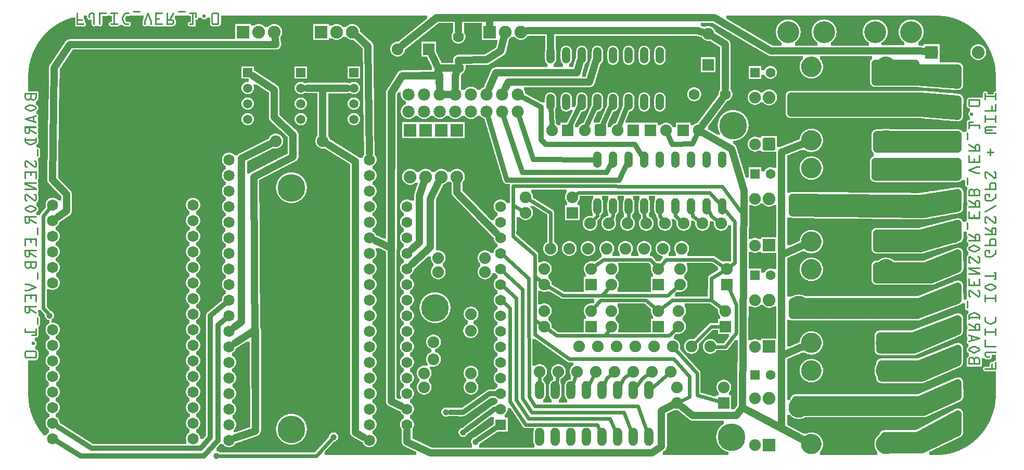
<source format=gbl>
G04 MADE WITH FRITZING*
G04 WWW.FRITZING.ORG*
G04 DOUBLE SIDED*
G04 HOLES PLATED*
G04 CONTOUR ON CENTER OF CONTOUR VECTOR*
%ASAXBY*%
%FSLAX23Y23*%
%MOIN*%
%OFA0B0*%
%SFA1.0B1.0*%
%ADD10C,0.075000*%
%ADD11C,0.059000*%
%ADD12C,0.039370*%
%ADD13C,0.071858*%
%ADD14C,0.058189*%
%ADD15C,0.082000*%
%ADD16C,0.129921*%
%ADD17C,0.070000*%
%ADD18C,0.052000*%
%ADD19C,0.078000*%
%ADD20C,0.140000*%
%ADD21C,0.088750*%
%ADD22C,0.062992*%
%ADD23C,0.177165*%
%ADD24R,0.059000X0.059000*%
%ADD25R,0.000144X0.000144*%
%ADD26R,0.075000X0.075000*%
%ADD27R,0.082000X0.082000*%
%ADD28R,0.062992X0.062992*%
%ADD29R,0.069972X0.070000*%
%ADD30C,0.048000*%
%ADD31C,0.032000*%
%ADD32C,0.024000*%
%ADD33C,0.020000*%
%ADD34R,0.001000X0.001000*%
%LNCOPPER0*%
G90*
G70*
G54D10*
X4186Y2661D03*
X3168Y2631D03*
X2891Y2138D03*
X4722Y1564D03*
X3402Y1677D03*
X5828Y2790D03*
X4722Y1286D03*
X2726Y1657D03*
X3874Y1208D03*
X4308Y1205D03*
X3462Y993D03*
X3874Y948D03*
X4300Y940D03*
X4718Y914D03*
X98Y586D03*
X3341Y681D03*
X1409Y690D03*
X3180Y180D03*
X4183Y258D03*
X5181Y833D03*
X2234Y2790D03*
X3317Y576D03*
X3570Y737D03*
G54D11*
X1447Y2496D03*
X1447Y2396D03*
X1447Y2296D03*
X1447Y2196D03*
X1787Y2496D03*
X1787Y2396D03*
X1787Y2296D03*
X1787Y2196D03*
X2127Y2496D03*
X2127Y2396D03*
X2127Y2296D03*
X2127Y2196D03*
G54D12*
X2717Y316D03*
X1247Y36D03*
X177Y936D03*
X1997Y156D03*
X2827Y186D03*
X2907Y126D03*
G54D13*
X1096Y146D03*
X1096Y245D03*
X1096Y346D03*
X1096Y446D03*
X1096Y546D03*
X1096Y646D03*
X1096Y745D03*
X1096Y846D03*
X1096Y946D03*
X1096Y1046D03*
X1096Y1146D03*
X1096Y1245D03*
X1096Y1346D03*
X1096Y1445D03*
X1096Y1546D03*
X1096Y1646D03*
X197Y1646D03*
X197Y1546D03*
X197Y1445D03*
X197Y1346D03*
X197Y1245D03*
X197Y1146D03*
X197Y846D03*
X197Y745D03*
X197Y646D03*
X197Y546D03*
X197Y446D03*
X197Y346D03*
X197Y245D03*
X197Y146D03*
X2226Y136D03*
X2226Y236D03*
X2226Y336D03*
X2226Y436D03*
X2226Y535D03*
X2226Y636D03*
X2226Y736D03*
X2226Y836D03*
X2226Y936D03*
X2226Y1035D03*
X2226Y1136D03*
X2226Y1236D03*
X2226Y1336D03*
X2226Y1436D03*
X2226Y1535D03*
X2226Y1636D03*
X2226Y1735D03*
X2226Y1836D03*
X2226Y1936D03*
X1327Y1936D03*
X1327Y1836D03*
X1327Y1735D03*
X1327Y1636D03*
X1327Y1535D03*
X1327Y1436D03*
X1327Y1336D03*
X1327Y1236D03*
X1327Y1136D03*
X1327Y1035D03*
X1327Y936D03*
X1327Y836D03*
X1327Y736D03*
X1327Y636D03*
X1327Y535D03*
X1327Y436D03*
X1327Y336D03*
X1327Y236D03*
X1327Y136D03*
G54D10*
X3527Y1596D03*
X3227Y1596D03*
X3527Y1696D03*
X3227Y1696D03*
X3647Y1136D03*
X3347Y1136D03*
X3647Y1236D03*
X3347Y1236D03*
X4077Y1136D03*
X3777Y1136D03*
X4077Y1236D03*
X3777Y1236D03*
X4517Y1136D03*
X4217Y1136D03*
X4517Y1236D03*
X4217Y1236D03*
X4497Y376D03*
X4197Y376D03*
X4497Y476D03*
X4197Y476D03*
X4507Y866D03*
X4207Y866D03*
X4507Y966D03*
X4207Y966D03*
X4077Y866D03*
X3777Y866D03*
X4077Y966D03*
X3777Y966D03*
X3647Y866D03*
X3347Y866D03*
X3647Y966D03*
X3347Y966D03*
X4697Y106D03*
X4697Y406D03*
X4697Y736D03*
X4697Y1036D03*
X4697Y2036D03*
X4697Y2336D03*
X4697Y1386D03*
X4697Y1686D03*
X4157Y576D03*
X4410Y737D03*
X4037Y576D03*
X4290Y737D03*
X3917Y576D03*
X4170Y737D03*
X3797Y576D03*
X4050Y737D03*
X3677Y576D03*
X3930Y737D03*
X3557Y576D03*
X3810Y737D03*
X3437Y576D03*
X3690Y737D03*
X3867Y1366D03*
X4120Y1527D03*
X3747Y1366D03*
X4000Y1527D03*
X3627Y1366D03*
X3880Y1527D03*
X3507Y1366D03*
X3760Y1527D03*
X3987Y1366D03*
X4240Y1527D03*
X4107Y1366D03*
X4360Y1527D03*
X4227Y1366D03*
X4480Y1527D03*
X3387Y1366D03*
X3640Y1527D03*
G54D14*
X3317Y156D03*
X3417Y156D03*
X3917Y156D03*
X4017Y156D03*
X3517Y156D03*
X3617Y156D03*
X3817Y156D03*
X3717Y156D03*
X4017Y456D03*
X3917Y456D03*
X3817Y456D03*
X3717Y456D03*
X3617Y456D03*
X3517Y456D03*
X3417Y456D03*
X3317Y456D03*
G54D15*
X4787Y2038D03*
X4787Y2336D03*
X4787Y1388D03*
X4787Y1686D03*
X4787Y738D03*
X4787Y1036D03*
X4787Y106D03*
X4787Y404D03*
G54D16*
X4977Y2296D03*
X5058Y2060D03*
X5536Y2060D03*
X5058Y2532D03*
X5536Y2532D03*
X4977Y1646D03*
X5058Y1410D03*
X5536Y1410D03*
X5058Y1882D03*
X5536Y1882D03*
X4977Y996D03*
X5058Y760D03*
X5536Y760D03*
X5058Y1232D03*
X5536Y1232D03*
X4977Y346D03*
X5058Y110D03*
X5536Y110D03*
X5058Y582D03*
X5536Y582D03*
G54D10*
X2607Y2646D03*
X2407Y2646D03*
X4397Y2546D03*
X4397Y2746D03*
G54D17*
X4507Y2356D03*
X4307Y2356D03*
X2797Y2726D03*
X2797Y2526D03*
G54D10*
X4237Y2126D03*
X4337Y2126D03*
G54D15*
X2687Y2124D03*
X2687Y1826D03*
X2787Y2124D03*
X2787Y1826D03*
X2487Y2124D03*
X2487Y1826D03*
X2587Y2124D03*
X2587Y1826D03*
G54D18*
X3687Y1636D03*
X3787Y1636D03*
X4287Y1636D03*
X4387Y1636D03*
X3887Y1636D03*
X3987Y1636D03*
X4187Y1636D03*
X4087Y1636D03*
X4487Y1636D03*
X4487Y1936D03*
X4387Y1936D03*
X4287Y1936D03*
X4187Y1936D03*
X4087Y1936D03*
X3987Y1936D03*
X3887Y1936D03*
X3787Y1936D03*
X3687Y1936D03*
G54D10*
X2967Y1216D03*
X2667Y1216D03*
X2878Y945D03*
X2637Y766D03*
X2877Y566D03*
X2577Y566D03*
X2875Y838D03*
X2637Y656D03*
X1927Y2056D03*
X1627Y2056D03*
X2877Y476D03*
X2577Y476D03*
X2967Y1306D03*
X2667Y1306D03*
G54D19*
X3177Y2356D03*
X3077Y2356D03*
X2977Y2356D03*
X2877Y2356D03*
X2777Y2356D03*
X2677Y2356D03*
X2577Y2356D03*
X2477Y2356D03*
X2477Y2246D03*
X2577Y2246D03*
X2677Y2246D03*
X2777Y2246D03*
X2877Y2246D03*
X2977Y2246D03*
X3077Y2246D03*
X3177Y2246D03*
G54D18*
X3387Y2306D03*
X3487Y2306D03*
X3587Y2306D03*
X3687Y2306D03*
X3787Y2306D03*
X3887Y2306D03*
X3987Y2306D03*
X4087Y2306D03*
X4087Y2606D03*
X3987Y2606D03*
X3887Y2606D03*
X3787Y2606D03*
X3687Y2606D03*
X3587Y2606D03*
X3487Y2606D03*
X3387Y2606D03*
G54D10*
X3917Y2126D03*
X3817Y2126D03*
X3707Y2126D03*
X3607Y2126D03*
X3497Y2126D03*
X3397Y2126D03*
X4027Y2126D03*
X4127Y2126D03*
G54D20*
X4910Y2756D03*
X5140Y2756D03*
X5697Y2756D03*
X5467Y2756D03*
G54D15*
X5829Y2626D03*
X6127Y2626D03*
X1417Y2756D03*
X1517Y2756D03*
X1617Y2756D03*
X1917Y2756D03*
X2017Y2756D03*
X2117Y2756D03*
X2997Y2756D03*
X3097Y2756D03*
X3197Y2756D03*
G54D21*
X5967Y1246D03*
X5967Y1446D03*
X5967Y1646D03*
X5967Y1846D03*
X5967Y2046D03*
X5967Y2246D03*
X5967Y2446D03*
X5967Y246D03*
X5967Y446D03*
X5967Y646D03*
X5967Y846D03*
X5967Y1046D03*
X5967Y1246D03*
X5967Y1446D03*
G54D22*
X4697Y1196D03*
X4795Y1196D03*
X4697Y1846D03*
X4795Y1846D03*
X4697Y2496D03*
X4795Y2496D03*
X4697Y556D03*
X4795Y556D03*
G54D17*
X3067Y236D03*
X3067Y336D03*
X3067Y436D03*
X3067Y536D03*
X3067Y636D03*
X3067Y736D03*
X3067Y836D03*
X3067Y936D03*
X3067Y1036D03*
X3067Y1136D03*
X3067Y1236D03*
X3067Y1336D03*
X3067Y1436D03*
X3067Y1536D03*
X3067Y1636D03*
X2467Y236D03*
X2467Y336D03*
X2467Y436D03*
X2467Y536D03*
X2467Y636D03*
X2467Y736D03*
X2467Y836D03*
X2467Y936D03*
X2467Y1036D03*
X2467Y1136D03*
X2467Y1236D03*
X2467Y1336D03*
X2467Y1436D03*
X2467Y1536D03*
X2467Y1636D03*
G54D23*
X1727Y206D03*
X4547Y156D03*
X4557Y2156D03*
X2647Y986D03*
X1727Y1756D03*
G54D24*
X1447Y2496D03*
X1787Y2496D03*
X2127Y2496D03*
G54D25*
X1096Y1344D03*
G54D26*
X3527Y1596D03*
X3647Y1136D03*
X4077Y1136D03*
X4517Y1136D03*
X4497Y376D03*
X4507Y866D03*
X4077Y866D03*
X3647Y866D03*
G54D27*
X4787Y1387D03*
X4787Y737D03*
X4787Y105D03*
G54D26*
X2607Y2646D03*
X4397Y2546D03*
X4237Y2126D03*
G54D27*
X2687Y2125D03*
X2787Y2125D03*
X2487Y2125D03*
X2587Y2125D03*
G54D26*
X3917Y2126D03*
X3497Y2126D03*
X4027Y2126D03*
G54D27*
X5828Y2626D03*
X1417Y2756D03*
X1917Y2756D03*
X2997Y2756D03*
G54D28*
X4697Y1196D03*
X4697Y1846D03*
X4697Y2496D03*
X4697Y556D03*
G54D29*
X3067Y236D03*
G54D30*
X4577Y295D02*
X4617Y346D01*
D02*
X4297Y295D02*
X4577Y295D01*
D02*
X4617Y346D02*
X5016Y132D01*
D02*
X4228Y351D02*
X4297Y295D01*
G54D31*
D02*
X376Y35D02*
X1167Y36D01*
D02*
X1258Y876D02*
X1300Y912D01*
D02*
X1256Y135D02*
X1258Y876D01*
D02*
X1167Y36D02*
X1256Y135D01*
D02*
X228Y127D02*
X376Y35D01*
D02*
X1206Y156D02*
X1206Y935D01*
D02*
X1147Y86D02*
X1206Y156D01*
D02*
X447Y85D02*
X1147Y86D01*
D02*
X1206Y935D02*
X1299Y1012D01*
D02*
X227Y226D02*
X447Y85D01*
G54D30*
D02*
X1828Y2396D02*
X2086Y2396D01*
D02*
X2137Y1926D02*
X2137Y186D01*
D02*
X2137Y186D02*
X2190Y156D01*
D02*
X1961Y2035D02*
X2137Y1926D01*
D02*
X1928Y2395D02*
X2086Y2396D01*
D02*
X1927Y2096D02*
X1928Y2395D01*
D02*
X1408Y1944D02*
X1408Y896D01*
D02*
X1408Y896D02*
X1360Y861D01*
D02*
X1592Y2038D02*
X1408Y1944D01*
D02*
X1486Y1826D02*
X1497Y196D01*
D02*
X1738Y1956D02*
X1486Y1826D01*
D02*
X1738Y2096D02*
X1738Y1956D01*
D02*
X1616Y2207D02*
X1738Y2096D01*
D02*
X1616Y2385D02*
X1616Y2207D01*
D02*
X1497Y196D02*
X1366Y150D01*
D02*
X1481Y2474D02*
X1616Y2385D01*
D02*
X1497Y195D02*
X1497Y846D01*
D02*
X1497Y846D02*
X1362Y759D01*
D02*
X1366Y150D02*
X1497Y195D01*
D02*
X308Y2676D02*
X208Y2526D01*
D02*
X208Y2526D02*
X197Y1807D01*
D02*
X197Y1807D02*
X286Y1715D01*
D02*
X286Y1715D02*
X286Y1607D01*
D02*
X286Y1607D02*
X231Y1569D01*
D02*
X1628Y2676D02*
X308Y2676D01*
D02*
X1623Y2713D02*
X1628Y2676D01*
G54D32*
D02*
X1887Y35D02*
X1984Y142D01*
D02*
X1266Y36D02*
X1887Y35D01*
D02*
X136Y1576D02*
X177Y1623D01*
D02*
X138Y986D02*
X136Y1576D01*
D02*
X165Y951D02*
X138Y986D01*
G54D30*
D02*
X2218Y2666D02*
X2226Y1978D01*
D02*
X2149Y2727D02*
X2218Y2666D01*
D02*
X2436Y2476D02*
X2369Y2365D01*
D02*
X2675Y2476D02*
X2436Y2476D01*
D02*
X2369Y2365D02*
X2368Y1367D01*
D02*
X2368Y1367D02*
X2264Y1418D01*
D02*
X2676Y2397D02*
X2675Y2476D01*
G54D31*
D02*
X2927Y140D02*
X3038Y216D01*
D02*
X3028Y336D02*
X2847Y201D01*
D02*
X3032Y336D02*
X3028Y336D01*
D02*
X2827Y316D02*
X2998Y435D01*
D02*
X2998Y435D02*
X3032Y436D01*
D02*
X2742Y316D02*
X2827Y316D01*
G54D30*
D02*
X4361Y2158D02*
X4485Y2326D01*
D02*
X4627Y1737D02*
X4617Y346D01*
D02*
X4617Y346D02*
X4867Y215D01*
D02*
X4867Y215D02*
X5016Y133D01*
D02*
X4546Y2006D02*
X4627Y1737D01*
D02*
X4337Y2126D02*
X4546Y2006D01*
D02*
X4485Y2326D02*
X4337Y2126D01*
G54D32*
D02*
X3467Y1066D02*
X3718Y1066D01*
D02*
X3718Y1066D02*
X3759Y1114D01*
D02*
X3372Y1122D02*
X3467Y1066D01*
D02*
X3737Y807D02*
X4147Y807D01*
D02*
X4147Y807D02*
X4187Y846D01*
D02*
X3761Y842D02*
X3737Y807D01*
D02*
X3737Y807D02*
X3761Y842D01*
D02*
X3428Y807D02*
X3737Y807D01*
D02*
X3370Y849D02*
X3428Y807D01*
G54D30*
D02*
X2616Y56D02*
X4037Y55D01*
D02*
X2467Y126D02*
X2616Y56D01*
D02*
X4097Y326D02*
X4161Y358D01*
D02*
X4097Y95D02*
X4097Y326D01*
D02*
X4037Y55D02*
X4097Y95D01*
D02*
X2467Y196D02*
X2467Y126D01*
G54D31*
D02*
X4297Y2037D02*
X4323Y2095D01*
D02*
X4167Y2036D02*
X4297Y2037D01*
D02*
X4141Y2095D02*
X4167Y2036D01*
G54D32*
D02*
X3388Y1596D02*
X3251Y1681D01*
D02*
X3387Y1395D02*
X3388Y1596D01*
D02*
X4407Y1725D02*
X3566Y1726D01*
D02*
X3566Y1726D02*
X3550Y1713D01*
D02*
X4469Y1656D02*
X4407Y1725D01*
D02*
X3708Y1035D02*
X3666Y987D01*
D02*
X3997Y1035D02*
X3708Y1035D01*
D02*
X4055Y985D02*
X3997Y1035D01*
D02*
X4416Y1035D02*
X4167Y1035D01*
D02*
X3728Y1296D02*
X3670Y1253D01*
D02*
X4167Y1035D02*
X4100Y983D01*
D02*
X4027Y1296D02*
X3728Y1296D01*
D02*
X4127Y1296D02*
X4427Y1296D01*
D02*
X4427Y1296D02*
X4517Y1236D01*
D02*
X4416Y1035D02*
X4418Y1176D01*
D02*
X4418Y1176D02*
X4517Y1236D01*
D02*
X4484Y983D02*
X4416Y1035D01*
D02*
X4059Y1258D02*
X4027Y1296D01*
D02*
X4095Y1258D02*
X4127Y1296D01*
D02*
X4484Y983D02*
X4416Y1035D01*
D02*
X4416Y865D02*
X4310Y757D01*
D02*
X4567Y1276D02*
X4539Y1254D01*
D02*
X3286Y1185D02*
X3325Y1154D01*
D02*
X3287Y907D02*
X3286Y1185D01*
D02*
X3323Y882D02*
X3287Y907D01*
D02*
X4566Y1537D02*
X4567Y1276D01*
D02*
X4504Y1615D02*
X4566Y1537D01*
D02*
X4478Y866D02*
X4416Y865D01*
D02*
X4186Y1576D02*
X4219Y1546D01*
D02*
X4298Y1576D02*
X4338Y1545D01*
D02*
X4417Y1576D02*
X4457Y1545D01*
D02*
X4187Y1609D02*
X4186Y1576D01*
D02*
X4292Y1609D02*
X4298Y1576D01*
D02*
X4399Y1612D02*
X4417Y1576D01*
D02*
X3664Y550D02*
X3631Y483D01*
D02*
X3548Y549D02*
X3527Y485D01*
D02*
X3432Y548D02*
X3422Y486D01*
D02*
X3317Y547D02*
X3317Y486D01*
D02*
X3687Y1576D02*
X3660Y1548D01*
D02*
X3787Y1576D02*
X3774Y1552D01*
D02*
X3887Y1576D02*
X3884Y1555D01*
D02*
X3987Y1576D02*
X3993Y1555D01*
D02*
X4087Y1576D02*
X4104Y1551D01*
D02*
X3687Y1609D02*
X3687Y1576D01*
D02*
X3787Y1609D02*
X3787Y1576D01*
D02*
X3887Y1609D02*
X3887Y1576D01*
D02*
X3987Y1609D02*
X3987Y1576D01*
D02*
X4087Y1609D02*
X4087Y1576D01*
D02*
X3746Y536D02*
X3727Y484D01*
D02*
X3858Y536D02*
X3831Y483D01*
D02*
X3977Y536D02*
X3935Y480D01*
D02*
X4013Y560D02*
X3977Y536D01*
D02*
X3893Y560D02*
X3858Y536D01*
D02*
X3775Y558D02*
X3746Y536D01*
D02*
X3506Y657D02*
X3286Y815D01*
D02*
X4177Y657D02*
X3506Y657D01*
D02*
X4326Y425D02*
X4326Y566D01*
D02*
X4326Y566D02*
X4189Y716D01*
D02*
X4469Y384D02*
X4326Y425D01*
D02*
X4277Y415D02*
X4278Y545D01*
D02*
X4278Y545D02*
X4177Y657D01*
D02*
X3286Y815D02*
X3287Y907D01*
D02*
X3287Y907D02*
X3323Y882D01*
D02*
X4223Y388D02*
X4277Y415D01*
D02*
X4577Y826D02*
X4577Y1006D01*
D02*
X4135Y557D02*
X4040Y476D01*
D02*
X4577Y1006D02*
X4529Y1110D01*
D02*
X4508Y735D02*
X4577Y826D01*
D02*
X4439Y736D02*
X4508Y735D01*
G54D31*
D02*
X3357Y2036D02*
X3926Y2035D01*
D02*
X3327Y2066D02*
X3357Y2036D01*
D02*
X3327Y2276D02*
X3327Y2066D01*
D02*
X3926Y2035D02*
X3970Y1964D01*
D02*
X3208Y2339D02*
X3327Y2276D01*
D02*
X3278Y1937D02*
X3654Y1936D01*
D02*
X3188Y2212D02*
X3278Y1937D01*
D02*
X3207Y1856D02*
X3748Y1856D01*
D02*
X3748Y1856D02*
X3773Y1907D01*
D02*
X3088Y2212D02*
X3207Y1856D01*
D02*
X3827Y1806D02*
X3873Y1906D01*
D02*
X3107Y1806D02*
X3827Y1806D01*
D02*
X2987Y2212D02*
X3107Y1806D01*
D02*
X3875Y2276D02*
X3829Y2158D01*
D02*
X3774Y2276D02*
X3721Y2157D01*
D02*
X3389Y2273D02*
X3395Y2160D01*
D02*
X3572Y2277D02*
X3512Y2157D01*
D02*
X3674Y2276D02*
X3621Y2157D01*
G54D32*
D02*
X4548Y2006D02*
X4337Y2126D01*
D02*
X4337Y2126D02*
X4491Y2335D01*
D02*
X4628Y1737D02*
X4548Y2006D01*
D02*
X4628Y1576D02*
X4628Y1737D01*
D02*
X4486Y1765D02*
X4628Y1576D01*
D02*
X3148Y1767D02*
X4486Y1765D01*
D02*
X3147Y1646D02*
X3148Y1767D01*
D02*
X3203Y1611D02*
X3147Y1646D01*
D02*
X3147Y1446D02*
X3147Y1646D01*
D02*
X3147Y1646D02*
X3203Y1611D01*
D02*
X3287Y1187D02*
X3287Y1325D01*
D02*
X3287Y1325D02*
X3147Y1446D01*
D02*
X3325Y1154D02*
X3287Y1187D01*
D02*
X3719Y1066D02*
X4136Y1066D01*
D02*
X3759Y1114D02*
X3719Y1066D01*
D02*
X4136Y1066D02*
X4195Y1117D01*
G54D30*
D02*
X5967Y257D02*
X5747Y156D01*
D02*
X5757Y146D02*
X5967Y257D01*
D02*
X5747Y156D02*
X5737Y166D01*
D02*
X5527Y117D02*
X5527Y156D01*
D02*
X5757Y117D02*
X5527Y117D01*
D02*
X5527Y156D02*
X5757Y146D01*
D02*
X5737Y166D02*
X5582Y123D01*
D02*
X5737Y166D02*
X5527Y166D01*
D02*
X5987Y226D02*
X5757Y117D01*
D02*
X5527Y76D02*
X5767Y76D01*
D02*
X5997Y186D02*
X5997Y306D01*
D02*
X5997Y306D02*
X5737Y166D01*
D02*
X5767Y156D02*
X5987Y226D01*
D02*
X5527Y166D02*
X5527Y76D01*
D02*
X5767Y76D02*
X5997Y186D01*
D02*
X5925Y227D02*
X5767Y156D01*
D02*
X5956Y469D02*
X5767Y386D01*
D02*
X5757Y396D02*
X4957Y396D01*
D02*
X5967Y446D02*
X5956Y469D01*
D02*
X5767Y356D02*
X5967Y446D01*
D02*
X4977Y356D02*
X5767Y356D01*
D02*
X4957Y396D02*
X5747Y396D01*
D02*
X5747Y396D02*
X5997Y505D01*
D02*
X5997Y505D02*
X5997Y416D01*
D02*
X5997Y416D02*
X5777Y316D01*
D02*
X5777Y316D02*
X4957Y316D01*
D02*
X4957Y316D02*
X4957Y396D01*
D02*
X4957Y396D02*
X5757Y356D01*
D02*
X5767Y386D02*
X5757Y396D01*
D02*
X5757Y356D02*
X5025Y347D01*
D02*
X5757Y355D02*
X4977Y356D01*
D02*
X5924Y427D02*
X5757Y355D01*
D02*
X5747Y606D02*
X5957Y656D01*
D02*
X5957Y655D02*
X5747Y566D01*
D02*
X5747Y566D02*
X5517Y576D01*
D02*
X5517Y576D02*
X5747Y595D01*
D02*
X5747Y595D02*
X5584Y585D01*
D02*
X5767Y535D02*
X5506Y535D01*
D02*
X5997Y636D02*
X5767Y535D01*
D02*
X5747Y626D02*
X5997Y726D01*
D02*
X5997Y726D02*
X5967Y686D01*
D02*
X5506Y626D02*
X5747Y626D01*
D02*
X5967Y686D02*
X5747Y606D01*
D02*
X5997Y726D02*
X5997Y636D01*
D02*
X5767Y586D02*
X5997Y726D01*
D02*
X5506Y535D02*
X5506Y626D01*
D02*
X5922Y632D02*
X5767Y586D01*
D02*
X5677Y776D02*
X5497Y776D01*
D02*
X5497Y776D02*
X5497Y756D01*
D02*
X5677Y756D02*
X5677Y776D01*
D02*
X5957Y866D02*
X5677Y756D01*
D02*
X5737Y776D02*
X5957Y866D01*
D02*
X5497Y756D02*
X5727Y756D01*
D02*
X5717Y716D02*
X5727Y756D01*
D02*
X5497Y716D02*
X5717Y716D01*
D02*
X5997Y916D02*
X5707Y806D01*
D02*
X5997Y836D02*
X5997Y916D01*
D02*
X5717Y716D02*
X5997Y836D01*
D02*
X5707Y806D02*
X5497Y806D01*
D02*
X5727Y756D02*
X5717Y716D01*
D02*
X5727Y756D02*
X5584Y759D01*
D02*
X5497Y806D02*
X5497Y716D01*
D02*
X5922Y832D02*
X5737Y776D01*
D02*
X5737Y937D02*
X5997Y1036D01*
D02*
X4947Y975D02*
X5737Y965D01*
D02*
X4957Y1006D02*
X5737Y996D01*
D02*
X5737Y996D02*
X5737Y955D01*
D02*
X5737Y955D02*
X4967Y975D01*
D02*
X5737Y965D02*
X4957Y1006D01*
D02*
X5957Y1075D02*
X5737Y975D01*
D02*
X4967Y975D02*
X4956Y953D01*
D02*
X5967Y1047D02*
X5957Y1075D01*
D02*
X5997Y1036D02*
X5997Y1126D01*
D02*
X5747Y1026D02*
X4936Y1026D01*
D02*
X5737Y937D02*
X5967Y1047D01*
D02*
X4936Y937D02*
X5737Y937D01*
D02*
X4936Y1026D02*
X4936Y937D01*
D02*
X5997Y1126D02*
X5747Y1026D01*
D02*
X5737Y975D02*
X4947Y975D01*
D02*
X5727Y955D02*
X5737Y937D01*
D02*
X5923Y1029D02*
X5727Y955D01*
D02*
X5777Y1216D02*
X5977Y1296D01*
D02*
X5507Y1216D02*
X5777Y1216D01*
D02*
X5817Y1196D02*
X5507Y1196D01*
D02*
X5977Y1296D02*
X5957Y1256D01*
D02*
X5957Y1256D02*
X5817Y1196D01*
D02*
X5827Y1166D02*
X5477Y1166D01*
D02*
X5477Y1166D02*
X5507Y1216D01*
D02*
X5477Y1166D02*
X5477Y1256D01*
D02*
X5788Y1256D02*
X5997Y1337D01*
D02*
X5477Y1256D02*
X5788Y1256D01*
D02*
X5997Y1337D02*
X5997Y1236D01*
D02*
X5797Y1226D02*
X5477Y1166D01*
D02*
X5507Y1196D02*
X5506Y1195D01*
D02*
X5997Y1236D02*
X5827Y1166D01*
D02*
X5921Y1241D02*
X5797Y1226D01*
D02*
X5507Y1436D02*
X5911Y1426D01*
D02*
X5747Y1436D02*
X5507Y1436D01*
D02*
X5967Y1496D02*
X5747Y1436D01*
D02*
X5957Y1456D02*
X5967Y1496D01*
D02*
X5777Y1406D02*
X5584Y1409D01*
D02*
X5747Y1396D02*
X5957Y1456D01*
D02*
X5507Y1406D02*
X5747Y1396D01*
D02*
X5507Y1436D02*
X5507Y1406D01*
D02*
X5757Y1366D02*
X5477Y1366D01*
D02*
X5767Y1466D02*
X5507Y1436D01*
D02*
X5477Y1466D02*
X5767Y1466D01*
D02*
X5477Y1366D02*
X5477Y1466D01*
D02*
X5757Y1466D02*
X5997Y1527D01*
D02*
X5767Y1406D02*
X5757Y1466D01*
D02*
X5997Y1527D02*
X5997Y1436D01*
D02*
X5911Y1426D02*
X5777Y1406D01*
D02*
X5997Y1436D02*
X5757Y1366D01*
D02*
X5921Y1437D02*
X5767Y1406D01*
D02*
X5698Y1616D02*
X4956Y1655D01*
D02*
X5716Y1646D02*
X5977Y1666D01*
D02*
X5977Y1666D02*
X5698Y1616D01*
D02*
X4967Y1636D02*
X5716Y1646D01*
D02*
X5677Y1676D02*
X5998Y1725D01*
D02*
X5916Y1686D02*
X5506Y1646D01*
D02*
X4936Y1695D02*
X5916Y1686D01*
D02*
X4937Y1595D02*
X4936Y1695D01*
D02*
X5776Y1586D02*
X4937Y1595D01*
D02*
X5997Y1625D02*
X5776Y1586D01*
D02*
X5998Y1725D02*
X5997Y1625D01*
D02*
X4956Y1655D02*
X5677Y1676D01*
D02*
X5506Y1646D02*
X4967Y1636D01*
D02*
X5757Y1625D02*
X5957Y1687D01*
D02*
X5957Y1687D02*
X5956Y1691D01*
D02*
X5506Y1646D02*
X5757Y1625D01*
D02*
X5025Y1646D02*
X5506Y1646D01*
D02*
X5537Y1866D02*
X5807Y1876D01*
D02*
X5977Y1896D02*
X5907Y1876D01*
D02*
X5497Y1896D02*
X5977Y1896D01*
D02*
X5497Y1866D02*
X5497Y1896D01*
D02*
X5987Y1866D02*
X5497Y1866D01*
D02*
X5997Y1826D02*
X5987Y1866D01*
D02*
X5907Y1876D02*
X5537Y1866D01*
D02*
X5717Y1876D02*
X5584Y1881D01*
D02*
X5997Y1826D02*
X5467Y1826D01*
D02*
X5467Y1826D02*
X5467Y1926D01*
D02*
X5467Y1926D02*
X5997Y1926D01*
D02*
X5807Y1876D02*
X5997Y1826D01*
D02*
X5807Y1876D02*
X5717Y1876D01*
D02*
X5997Y1926D02*
X5997Y1826D01*
D02*
X5921Y1855D02*
X5807Y1876D01*
D02*
X5997Y2097D02*
X5756Y2056D01*
D02*
X5977Y2046D02*
X5506Y2046D01*
D02*
X5506Y2046D02*
X5506Y2086D01*
D02*
X5506Y2086D02*
X5997Y2097D01*
D02*
X5477Y2097D02*
X5997Y2097D01*
D02*
X5997Y2006D02*
X5477Y2006D01*
D02*
X5997Y2097D02*
X5997Y2006D01*
D02*
X5756Y2056D02*
X5977Y2046D01*
D02*
X5756Y2056D02*
X5584Y2059D01*
D02*
X5477Y2006D02*
X5477Y2097D01*
D02*
X5920Y2048D02*
X5756Y2056D01*
D02*
X5737Y2326D02*
X5767Y2236D01*
D02*
X5956Y2286D02*
X5737Y2326D01*
D02*
X5956Y2265D02*
X5956Y2286D01*
D02*
X4937Y2276D02*
X5956Y2265D01*
D02*
X4958Y2305D02*
X5667Y2296D01*
D02*
X5956Y2246D02*
X4958Y2305D01*
D02*
X5767Y2236D02*
X4927Y2236D01*
D02*
X4927Y2236D02*
X4927Y2345D01*
D02*
X4927Y2345D02*
X5758Y2296D01*
D02*
X5758Y2236D02*
X5956Y2246D01*
D02*
X5996Y2216D02*
X5758Y2236D01*
D02*
X4927Y2345D02*
X5758Y2345D01*
D02*
X5758Y2345D02*
X5997Y2325D01*
D02*
X5997Y2325D02*
X5996Y2216D01*
D02*
X5758Y2296D02*
X4927Y2345D01*
D02*
X5667Y2296D02*
X4937Y2276D01*
D02*
X5758Y2296D02*
X5922Y2257D01*
D02*
X5025Y2296D02*
X5758Y2296D01*
D02*
X5657Y2526D02*
X5997Y2526D01*
D02*
X5737Y2466D02*
X5487Y2477D01*
D02*
X5487Y2477D02*
X5487Y2506D01*
D02*
X5726Y2555D02*
X5726Y2526D01*
D02*
X5757Y2506D02*
X5896Y2477D01*
D02*
X5967Y2486D02*
X5967Y2457D01*
D02*
X5967Y2457D02*
X5737Y2466D01*
D02*
X5487Y2506D02*
X5467Y2555D01*
D02*
X5467Y2555D02*
X5726Y2555D01*
D02*
X5726Y2526D02*
X5657Y2526D01*
D02*
X5997Y2526D02*
X5997Y2416D01*
D02*
X5997Y2416D02*
X5737Y2436D01*
D02*
X5737Y2436D02*
X5467Y2436D01*
D02*
X5467Y2555D02*
X5717Y2497D01*
D02*
X5467Y2436D02*
X5467Y2555D01*
D02*
X5467Y2555D02*
X5757Y2506D01*
D02*
X5896Y2477D02*
X5498Y2506D01*
D02*
X5717Y2497D02*
X5921Y2455D01*
D02*
X5668Y2535D02*
X5467Y2555D01*
D02*
X5498Y2506D02*
X5967Y2486D01*
D02*
X5584Y2533D02*
X5668Y2535D01*
D02*
X4097Y95D02*
X4097Y326D01*
D02*
X4097Y326D02*
X4193Y373D01*
D02*
X4037Y55D02*
X4097Y95D01*
D02*
X2616Y56D02*
X4037Y55D01*
D02*
X2467Y126D02*
X2616Y56D01*
D02*
X2467Y196D02*
X2467Y126D01*
D02*
X2777Y2476D02*
X2777Y2397D01*
D02*
X2783Y2491D02*
X2777Y2476D01*
D02*
X2797Y2576D02*
X2977Y2578D01*
D02*
X3068Y2634D02*
X3087Y2714D01*
D02*
X2977Y2578D02*
X3068Y2634D01*
D02*
X2797Y2563D02*
X2797Y2576D01*
D02*
X5747Y2636D02*
X5786Y2631D01*
D02*
X4797Y2635D02*
X5747Y2636D01*
D02*
X4438Y2847D02*
X4797Y2635D01*
D02*
X2658Y2847D02*
X4438Y2847D01*
D02*
X2438Y2671D02*
X2658Y2847D01*
D02*
X2668Y2525D02*
X2625Y2611D01*
D02*
X2760Y2526D02*
X2668Y2525D01*
D02*
X2797Y2846D02*
X2797Y2763D01*
D02*
X2657Y2846D02*
X2797Y2846D01*
D02*
X2438Y2671D02*
X2657Y2846D01*
D02*
X2797Y2846D02*
X2996Y2846D01*
D02*
X2996Y2846D02*
X2997Y2799D01*
D02*
X2797Y2763D02*
X2797Y2846D01*
D02*
X3257Y2766D02*
X3240Y2763D01*
D02*
X4326Y2765D02*
X3257Y2766D01*
D02*
X4359Y2756D02*
X4326Y2765D01*
D02*
X4506Y2677D02*
X4507Y2393D01*
D02*
X4431Y2725D02*
X4506Y2677D01*
D02*
X2438Y2474D02*
X2367Y2367D01*
D02*
X2677Y2477D02*
X2438Y2474D01*
D02*
X2367Y2367D02*
X2366Y386D01*
D02*
X2366Y386D02*
X2431Y354D01*
D02*
X2677Y2397D02*
X2677Y2477D01*
D02*
X2668Y2525D02*
X2675Y2397D01*
D02*
X2625Y2611D02*
X2668Y2525D01*
D02*
X2718Y2356D02*
X2736Y2356D01*
D02*
X3257Y2766D02*
X3386Y2766D01*
D02*
X3386Y2766D02*
X3387Y2644D01*
D02*
X3240Y2763D02*
X3257Y2766D01*
D02*
X3117Y2435D02*
X3638Y2435D01*
D02*
X3638Y2435D02*
X3676Y2569D01*
D02*
X3096Y2393D02*
X3117Y2435D01*
D02*
X3557Y2496D02*
X3577Y2569D01*
D02*
X3038Y2496D02*
X3557Y2496D01*
D02*
X2993Y2394D02*
X3038Y2496D01*
D02*
X4867Y678D02*
X4867Y215D01*
D02*
X4867Y215D02*
X5016Y133D01*
D02*
X5014Y741D02*
X4867Y678D01*
D02*
X4867Y1326D02*
X5014Y1390D01*
D02*
X4867Y678D02*
X4867Y1326D01*
D02*
X5014Y741D02*
X4867Y678D01*
D02*
X4867Y1985D02*
X5013Y2042D01*
D02*
X4867Y1326D02*
X4867Y1985D01*
D02*
X5014Y1390D02*
X4867Y1326D01*
G54D32*
D02*
X3127Y985D02*
X3128Y386D01*
D02*
X3167Y1047D02*
X3168Y395D01*
D02*
X3207Y1106D02*
X3206Y406D01*
D02*
X3247Y1176D02*
X3249Y416D01*
D02*
X3946Y355D02*
X4007Y184D01*
D02*
X3286Y355D02*
X3946Y355D01*
D02*
X3249Y416D02*
X3286Y355D01*
D02*
X3857Y315D02*
X3906Y184D01*
D02*
X3266Y315D02*
X3857Y315D01*
D02*
X3206Y406D02*
X3266Y315D01*
D02*
X3766Y275D02*
X3805Y184D01*
D02*
X3246Y275D02*
X3766Y275D01*
D02*
X3168Y395D02*
X3246Y275D01*
D02*
X3686Y235D02*
X3706Y184D01*
D02*
X3228Y235D02*
X3686Y235D01*
D02*
X3128Y386D02*
X3228Y235D01*
D02*
X3089Y1317D02*
X3247Y1176D01*
D02*
X3088Y1216D02*
X3207Y1106D01*
D02*
X3089Y1117D02*
X3167Y1047D01*
D02*
X3089Y1017D02*
X3127Y985D01*
G54D30*
D02*
X2546Y1405D02*
X2497Y1362D01*
D02*
X2546Y1705D02*
X2546Y1405D01*
D02*
X2573Y1785D02*
X2546Y1705D01*
D02*
X2618Y1375D02*
X2497Y1263D01*
D02*
X2618Y1686D02*
X2618Y1375D01*
D02*
X2668Y1787D02*
X2618Y1686D01*
D02*
X2787Y1725D02*
X3039Y1465D01*
D02*
X2787Y1783D02*
X2787Y1725D01*
G36*
X3420Y2731D02*
X3420Y2669D01*
X4088Y2669D01*
X4088Y2667D01*
X4098Y2667D01*
X4098Y2665D01*
X4102Y2665D01*
X4102Y2663D01*
X4106Y2663D01*
X4106Y2661D01*
X4110Y2661D01*
X4110Y2659D01*
X4112Y2659D01*
X4112Y2657D01*
X4114Y2657D01*
X4114Y2655D01*
X4116Y2655D01*
X4116Y2651D01*
X4118Y2651D01*
X4118Y2647D01*
X4120Y2647D01*
X4120Y2643D01*
X4122Y2643D01*
X4122Y2631D01*
X4124Y2631D01*
X4124Y2593D01*
X4444Y2593D01*
X4444Y2499D01*
X4472Y2499D01*
X4472Y2659D01*
X4470Y2659D01*
X4470Y2661D01*
X4466Y2661D01*
X4466Y2663D01*
X4464Y2663D01*
X4464Y2665D01*
X4460Y2665D01*
X4460Y2667D01*
X4456Y2667D01*
X4456Y2669D01*
X4454Y2669D01*
X4454Y2671D01*
X4450Y2671D01*
X4450Y2673D01*
X4448Y2673D01*
X4448Y2675D01*
X4444Y2675D01*
X4444Y2677D01*
X4440Y2677D01*
X4440Y2679D01*
X4438Y2679D01*
X4438Y2681D01*
X4434Y2681D01*
X4434Y2683D01*
X4432Y2683D01*
X4432Y2685D01*
X4428Y2685D01*
X4428Y2687D01*
X4426Y2687D01*
X4426Y2689D01*
X4422Y2689D01*
X4422Y2691D01*
X4418Y2691D01*
X4418Y2693D01*
X4416Y2693D01*
X4416Y2695D01*
X4412Y2695D01*
X4412Y2697D01*
X4410Y2697D01*
X4410Y2699D01*
X4386Y2699D01*
X4386Y2701D01*
X4380Y2701D01*
X4380Y2703D01*
X4376Y2703D01*
X4376Y2705D01*
X4372Y2705D01*
X4372Y2707D01*
X4368Y2707D01*
X4368Y2709D01*
X4366Y2709D01*
X4366Y2711D01*
X4364Y2711D01*
X4364Y2713D01*
X4362Y2713D01*
X4362Y2715D01*
X4360Y2715D01*
X4360Y2717D01*
X4358Y2717D01*
X4358Y2721D01*
X4356Y2721D01*
X4356Y2723D01*
X4348Y2723D01*
X4348Y2725D01*
X4340Y2725D01*
X4340Y2727D01*
X4332Y2727D01*
X4332Y2729D01*
X4326Y2729D01*
X4326Y2731D01*
X3420Y2731D01*
G37*
D02*
G36*
X3420Y2669D02*
X3420Y2643D01*
X3422Y2643D01*
X3422Y2631D01*
X3424Y2631D01*
X3424Y2581D01*
X3422Y2581D01*
X3422Y2569D01*
X3420Y2569D01*
X3420Y2565D01*
X3418Y2565D01*
X3418Y2561D01*
X3416Y2561D01*
X3416Y2557D01*
X3414Y2557D01*
X3414Y2555D01*
X3412Y2555D01*
X3412Y2553D01*
X3410Y2553D01*
X3410Y2551D01*
X3406Y2551D01*
X3406Y2531D01*
X3468Y2531D01*
X3468Y2551D01*
X3464Y2551D01*
X3464Y2553D01*
X3462Y2553D01*
X3462Y2555D01*
X3460Y2555D01*
X3460Y2557D01*
X3458Y2557D01*
X3458Y2561D01*
X3456Y2561D01*
X3456Y2565D01*
X3454Y2565D01*
X3454Y2569D01*
X3452Y2569D01*
X3452Y2581D01*
X3450Y2581D01*
X3450Y2631D01*
X3452Y2631D01*
X3452Y2643D01*
X3454Y2643D01*
X3454Y2647D01*
X3456Y2647D01*
X3456Y2651D01*
X3458Y2651D01*
X3458Y2655D01*
X3460Y2655D01*
X3460Y2657D01*
X3462Y2657D01*
X3462Y2659D01*
X3464Y2659D01*
X3464Y2661D01*
X3468Y2661D01*
X3468Y2663D01*
X3472Y2663D01*
X3472Y2665D01*
X3476Y2665D01*
X3476Y2667D01*
X3486Y2667D01*
X3486Y2669D01*
X3420Y2669D01*
G37*
D02*
G36*
X3488Y2669D02*
X3488Y2667D01*
X3498Y2667D01*
X3498Y2665D01*
X3502Y2665D01*
X3502Y2663D01*
X3506Y2663D01*
X3506Y2661D01*
X3510Y2661D01*
X3510Y2659D01*
X3512Y2659D01*
X3512Y2657D01*
X3514Y2657D01*
X3514Y2655D01*
X3516Y2655D01*
X3516Y2651D01*
X3518Y2651D01*
X3518Y2647D01*
X3520Y2647D01*
X3520Y2643D01*
X3522Y2643D01*
X3522Y2631D01*
X3524Y2631D01*
X3524Y2581D01*
X3522Y2581D01*
X3522Y2569D01*
X3520Y2569D01*
X3520Y2565D01*
X3518Y2565D01*
X3518Y2561D01*
X3516Y2561D01*
X3516Y2557D01*
X3514Y2557D01*
X3514Y2555D01*
X3512Y2555D01*
X3512Y2553D01*
X3510Y2553D01*
X3510Y2551D01*
X3506Y2551D01*
X3506Y2531D01*
X3532Y2531D01*
X3532Y2539D01*
X3534Y2539D01*
X3534Y2545D01*
X3536Y2545D01*
X3536Y2553D01*
X3538Y2553D01*
X3538Y2561D01*
X3540Y2561D01*
X3540Y2567D01*
X3542Y2567D01*
X3542Y2575D01*
X3544Y2575D01*
X3544Y2581D01*
X3546Y2581D01*
X3546Y2585D01*
X3548Y2585D01*
X3548Y2589D01*
X3550Y2589D01*
X3550Y2631D01*
X3552Y2631D01*
X3552Y2643D01*
X3554Y2643D01*
X3554Y2647D01*
X3556Y2647D01*
X3556Y2651D01*
X3558Y2651D01*
X3558Y2655D01*
X3560Y2655D01*
X3560Y2657D01*
X3562Y2657D01*
X3562Y2659D01*
X3564Y2659D01*
X3564Y2661D01*
X3568Y2661D01*
X3568Y2663D01*
X3572Y2663D01*
X3572Y2665D01*
X3576Y2665D01*
X3576Y2667D01*
X3586Y2667D01*
X3586Y2669D01*
X3488Y2669D01*
G37*
D02*
G36*
X3588Y2669D02*
X3588Y2667D01*
X3598Y2667D01*
X3598Y2665D01*
X3602Y2665D01*
X3602Y2663D01*
X3606Y2663D01*
X3606Y2661D01*
X3610Y2661D01*
X3610Y2659D01*
X3612Y2659D01*
X3612Y2657D01*
X3614Y2657D01*
X3614Y2655D01*
X3616Y2655D01*
X3616Y2651D01*
X3618Y2651D01*
X3618Y2647D01*
X3620Y2647D01*
X3620Y2643D01*
X3622Y2643D01*
X3622Y2631D01*
X3624Y2631D01*
X3624Y2581D01*
X3622Y2581D01*
X3622Y2569D01*
X3620Y2569D01*
X3620Y2565D01*
X3618Y2565D01*
X3618Y2561D01*
X3616Y2561D01*
X3616Y2557D01*
X3614Y2557D01*
X3614Y2555D01*
X3612Y2555D01*
X3612Y2553D01*
X3610Y2553D01*
X3610Y2551D01*
X3606Y2551D01*
X3606Y2543D01*
X3604Y2543D01*
X3604Y2537D01*
X3602Y2537D01*
X3602Y2529D01*
X3600Y2529D01*
X3600Y2521D01*
X3598Y2521D01*
X3598Y2515D01*
X3596Y2515D01*
X3596Y2507D01*
X3594Y2507D01*
X3594Y2501D01*
X3592Y2501D01*
X3592Y2493D01*
X3590Y2493D01*
X3590Y2469D01*
X3612Y2469D01*
X3612Y2473D01*
X3614Y2473D01*
X3614Y2479D01*
X3616Y2479D01*
X3616Y2487D01*
X3618Y2487D01*
X3618Y2493D01*
X3620Y2493D01*
X3620Y2501D01*
X3622Y2501D01*
X3622Y2507D01*
X3624Y2507D01*
X3624Y2515D01*
X3626Y2515D01*
X3626Y2521D01*
X3628Y2521D01*
X3628Y2529D01*
X3630Y2529D01*
X3630Y2535D01*
X3632Y2535D01*
X3632Y2541D01*
X3634Y2541D01*
X3634Y2549D01*
X3636Y2549D01*
X3636Y2555D01*
X3638Y2555D01*
X3638Y2563D01*
X3640Y2563D01*
X3640Y2569D01*
X3642Y2569D01*
X3642Y2577D01*
X3644Y2577D01*
X3644Y2583D01*
X3646Y2583D01*
X3646Y2587D01*
X3648Y2587D01*
X3648Y2589D01*
X3650Y2589D01*
X3650Y2631D01*
X3652Y2631D01*
X3652Y2643D01*
X3654Y2643D01*
X3654Y2647D01*
X3656Y2647D01*
X3656Y2651D01*
X3658Y2651D01*
X3658Y2655D01*
X3660Y2655D01*
X3660Y2657D01*
X3662Y2657D01*
X3662Y2659D01*
X3664Y2659D01*
X3664Y2661D01*
X3668Y2661D01*
X3668Y2663D01*
X3672Y2663D01*
X3672Y2665D01*
X3676Y2665D01*
X3676Y2667D01*
X3686Y2667D01*
X3686Y2669D01*
X3588Y2669D01*
G37*
D02*
G36*
X3688Y2669D02*
X3688Y2667D01*
X3698Y2667D01*
X3698Y2665D01*
X3702Y2665D01*
X3702Y2663D01*
X3706Y2663D01*
X3706Y2661D01*
X3710Y2661D01*
X3710Y2659D01*
X3712Y2659D01*
X3712Y2657D01*
X3714Y2657D01*
X3714Y2655D01*
X3716Y2655D01*
X3716Y2651D01*
X3718Y2651D01*
X3718Y2647D01*
X3720Y2647D01*
X3720Y2643D01*
X3722Y2643D01*
X3722Y2631D01*
X3724Y2631D01*
X3724Y2581D01*
X3722Y2581D01*
X3722Y2569D01*
X3720Y2569D01*
X3720Y2565D01*
X3718Y2565D01*
X3718Y2561D01*
X3716Y2561D01*
X3716Y2557D01*
X3714Y2557D01*
X3714Y2555D01*
X3712Y2555D01*
X3712Y2553D01*
X3710Y2553D01*
X3710Y2551D01*
X3706Y2551D01*
X3706Y2545D01*
X3776Y2545D01*
X3776Y2547D01*
X3772Y2547D01*
X3772Y2549D01*
X3768Y2549D01*
X3768Y2551D01*
X3764Y2551D01*
X3764Y2553D01*
X3762Y2553D01*
X3762Y2555D01*
X3760Y2555D01*
X3760Y2557D01*
X3758Y2557D01*
X3758Y2561D01*
X3756Y2561D01*
X3756Y2565D01*
X3754Y2565D01*
X3754Y2569D01*
X3752Y2569D01*
X3752Y2581D01*
X3750Y2581D01*
X3750Y2631D01*
X3752Y2631D01*
X3752Y2643D01*
X3754Y2643D01*
X3754Y2647D01*
X3756Y2647D01*
X3756Y2651D01*
X3758Y2651D01*
X3758Y2655D01*
X3760Y2655D01*
X3760Y2657D01*
X3762Y2657D01*
X3762Y2659D01*
X3764Y2659D01*
X3764Y2661D01*
X3768Y2661D01*
X3768Y2663D01*
X3772Y2663D01*
X3772Y2665D01*
X3776Y2665D01*
X3776Y2667D01*
X3786Y2667D01*
X3786Y2669D01*
X3688Y2669D01*
G37*
D02*
G36*
X3788Y2669D02*
X3788Y2667D01*
X3798Y2667D01*
X3798Y2665D01*
X3802Y2665D01*
X3802Y2663D01*
X3806Y2663D01*
X3806Y2661D01*
X3810Y2661D01*
X3810Y2659D01*
X3812Y2659D01*
X3812Y2657D01*
X3814Y2657D01*
X3814Y2655D01*
X3816Y2655D01*
X3816Y2651D01*
X3818Y2651D01*
X3818Y2647D01*
X3820Y2647D01*
X3820Y2643D01*
X3822Y2643D01*
X3822Y2631D01*
X3824Y2631D01*
X3824Y2581D01*
X3822Y2581D01*
X3822Y2569D01*
X3820Y2569D01*
X3820Y2565D01*
X3818Y2565D01*
X3818Y2561D01*
X3816Y2561D01*
X3816Y2557D01*
X3814Y2557D01*
X3814Y2555D01*
X3812Y2555D01*
X3812Y2553D01*
X3810Y2553D01*
X3810Y2551D01*
X3806Y2551D01*
X3806Y2549D01*
X3802Y2549D01*
X3802Y2547D01*
X3798Y2547D01*
X3798Y2545D01*
X3876Y2545D01*
X3876Y2547D01*
X3872Y2547D01*
X3872Y2549D01*
X3868Y2549D01*
X3868Y2551D01*
X3864Y2551D01*
X3864Y2553D01*
X3862Y2553D01*
X3862Y2555D01*
X3860Y2555D01*
X3860Y2557D01*
X3858Y2557D01*
X3858Y2561D01*
X3856Y2561D01*
X3856Y2565D01*
X3854Y2565D01*
X3854Y2569D01*
X3852Y2569D01*
X3852Y2581D01*
X3850Y2581D01*
X3850Y2631D01*
X3852Y2631D01*
X3852Y2643D01*
X3854Y2643D01*
X3854Y2647D01*
X3856Y2647D01*
X3856Y2651D01*
X3858Y2651D01*
X3858Y2655D01*
X3860Y2655D01*
X3860Y2657D01*
X3862Y2657D01*
X3862Y2659D01*
X3864Y2659D01*
X3864Y2661D01*
X3868Y2661D01*
X3868Y2663D01*
X3872Y2663D01*
X3872Y2665D01*
X3876Y2665D01*
X3876Y2667D01*
X3886Y2667D01*
X3886Y2669D01*
X3788Y2669D01*
G37*
D02*
G36*
X3888Y2669D02*
X3888Y2667D01*
X3898Y2667D01*
X3898Y2665D01*
X3902Y2665D01*
X3902Y2663D01*
X3906Y2663D01*
X3906Y2661D01*
X3910Y2661D01*
X3910Y2659D01*
X3912Y2659D01*
X3912Y2657D01*
X3914Y2657D01*
X3914Y2655D01*
X3916Y2655D01*
X3916Y2651D01*
X3918Y2651D01*
X3918Y2647D01*
X3920Y2647D01*
X3920Y2643D01*
X3922Y2643D01*
X3922Y2631D01*
X3924Y2631D01*
X3924Y2581D01*
X3922Y2581D01*
X3922Y2569D01*
X3920Y2569D01*
X3920Y2565D01*
X3918Y2565D01*
X3918Y2561D01*
X3916Y2561D01*
X3916Y2557D01*
X3914Y2557D01*
X3914Y2555D01*
X3912Y2555D01*
X3912Y2553D01*
X3910Y2553D01*
X3910Y2551D01*
X3906Y2551D01*
X3906Y2549D01*
X3902Y2549D01*
X3902Y2547D01*
X3898Y2547D01*
X3898Y2545D01*
X3976Y2545D01*
X3976Y2547D01*
X3972Y2547D01*
X3972Y2549D01*
X3968Y2549D01*
X3968Y2551D01*
X3964Y2551D01*
X3964Y2553D01*
X3962Y2553D01*
X3962Y2555D01*
X3960Y2555D01*
X3960Y2557D01*
X3958Y2557D01*
X3958Y2561D01*
X3956Y2561D01*
X3956Y2565D01*
X3954Y2565D01*
X3954Y2569D01*
X3952Y2569D01*
X3952Y2581D01*
X3950Y2581D01*
X3950Y2631D01*
X3952Y2631D01*
X3952Y2643D01*
X3954Y2643D01*
X3954Y2647D01*
X3956Y2647D01*
X3956Y2651D01*
X3958Y2651D01*
X3958Y2655D01*
X3960Y2655D01*
X3960Y2657D01*
X3962Y2657D01*
X3962Y2659D01*
X3964Y2659D01*
X3964Y2661D01*
X3968Y2661D01*
X3968Y2663D01*
X3972Y2663D01*
X3972Y2665D01*
X3976Y2665D01*
X3976Y2667D01*
X3986Y2667D01*
X3986Y2669D01*
X3888Y2669D01*
G37*
D02*
G36*
X3988Y2669D02*
X3988Y2667D01*
X3998Y2667D01*
X3998Y2665D01*
X4002Y2665D01*
X4002Y2663D01*
X4006Y2663D01*
X4006Y2661D01*
X4010Y2661D01*
X4010Y2659D01*
X4012Y2659D01*
X4012Y2657D01*
X4014Y2657D01*
X4014Y2655D01*
X4016Y2655D01*
X4016Y2651D01*
X4018Y2651D01*
X4018Y2647D01*
X4020Y2647D01*
X4020Y2643D01*
X4022Y2643D01*
X4022Y2631D01*
X4024Y2631D01*
X4024Y2581D01*
X4022Y2581D01*
X4022Y2569D01*
X4020Y2569D01*
X4020Y2565D01*
X4018Y2565D01*
X4018Y2561D01*
X4016Y2561D01*
X4016Y2557D01*
X4014Y2557D01*
X4014Y2555D01*
X4012Y2555D01*
X4012Y2553D01*
X4010Y2553D01*
X4010Y2551D01*
X4006Y2551D01*
X4006Y2549D01*
X4002Y2549D01*
X4002Y2547D01*
X3998Y2547D01*
X3998Y2545D01*
X4076Y2545D01*
X4076Y2547D01*
X4072Y2547D01*
X4072Y2549D01*
X4068Y2549D01*
X4068Y2551D01*
X4064Y2551D01*
X4064Y2553D01*
X4062Y2553D01*
X4062Y2555D01*
X4060Y2555D01*
X4060Y2557D01*
X4058Y2557D01*
X4058Y2561D01*
X4056Y2561D01*
X4056Y2565D01*
X4054Y2565D01*
X4054Y2569D01*
X4052Y2569D01*
X4052Y2581D01*
X4050Y2581D01*
X4050Y2631D01*
X4052Y2631D01*
X4052Y2643D01*
X4054Y2643D01*
X4054Y2647D01*
X4056Y2647D01*
X4056Y2651D01*
X4058Y2651D01*
X4058Y2655D01*
X4060Y2655D01*
X4060Y2657D01*
X4062Y2657D01*
X4062Y2659D01*
X4064Y2659D01*
X4064Y2661D01*
X4068Y2661D01*
X4068Y2663D01*
X4072Y2663D01*
X4072Y2665D01*
X4076Y2665D01*
X4076Y2667D01*
X4086Y2667D01*
X4086Y2669D01*
X3988Y2669D01*
G37*
D02*
G36*
X4124Y2593D02*
X4124Y2581D01*
X4122Y2581D01*
X4122Y2569D01*
X4120Y2569D01*
X4120Y2565D01*
X4118Y2565D01*
X4118Y2561D01*
X4116Y2561D01*
X4116Y2557D01*
X4114Y2557D01*
X4114Y2555D01*
X4112Y2555D01*
X4112Y2553D01*
X4110Y2553D01*
X4110Y2551D01*
X4106Y2551D01*
X4106Y2549D01*
X4102Y2549D01*
X4102Y2547D01*
X4098Y2547D01*
X4098Y2545D01*
X4350Y2545D01*
X4350Y2593D01*
X4124Y2593D01*
G37*
D02*
G36*
X3704Y2545D02*
X3704Y2543D01*
X4350Y2543D01*
X4350Y2545D01*
X3704Y2545D01*
G37*
D02*
G36*
X3704Y2545D02*
X3704Y2543D01*
X4350Y2543D01*
X4350Y2545D01*
X3704Y2545D01*
G37*
D02*
G36*
X3704Y2545D02*
X3704Y2543D01*
X4350Y2543D01*
X4350Y2545D01*
X3704Y2545D01*
G37*
D02*
G36*
X3704Y2545D02*
X3704Y2543D01*
X4350Y2543D01*
X4350Y2545D01*
X3704Y2545D01*
G37*
D02*
G36*
X3704Y2545D02*
X3704Y2543D01*
X4350Y2543D01*
X4350Y2545D01*
X3704Y2545D01*
G37*
D02*
G36*
X3704Y2543D02*
X3704Y2539D01*
X3702Y2539D01*
X3702Y2533D01*
X3700Y2533D01*
X3700Y2525D01*
X3698Y2525D01*
X3698Y2519D01*
X3696Y2519D01*
X3696Y2511D01*
X3694Y2511D01*
X3694Y2505D01*
X3692Y2505D01*
X3692Y2499D01*
X4350Y2499D01*
X4350Y2543D01*
X3704Y2543D01*
G37*
D02*
G36*
X3692Y2499D02*
X3692Y2497D01*
X4472Y2497D01*
X4472Y2499D01*
X3692Y2499D01*
G37*
D02*
G36*
X3692Y2499D02*
X3692Y2497D01*
X4472Y2497D01*
X4472Y2499D01*
X3692Y2499D01*
G37*
D02*
G36*
X3690Y2497D02*
X3690Y2491D01*
X3688Y2491D01*
X3688Y2483D01*
X3686Y2483D01*
X3686Y2477D01*
X3684Y2477D01*
X3684Y2469D01*
X3682Y2469D01*
X3682Y2463D01*
X3680Y2463D01*
X3680Y2457D01*
X3678Y2457D01*
X3678Y2449D01*
X3676Y2449D01*
X3676Y2443D01*
X3674Y2443D01*
X3674Y2435D01*
X3672Y2435D01*
X3672Y2429D01*
X3670Y2429D01*
X3670Y2423D01*
X3668Y2423D01*
X3668Y2419D01*
X3666Y2419D01*
X3666Y2415D01*
X3664Y2415D01*
X3664Y2413D01*
X3662Y2413D01*
X3662Y2411D01*
X3660Y2411D01*
X3660Y2409D01*
X3658Y2409D01*
X3658Y2407D01*
X3654Y2407D01*
X3654Y2405D01*
X3650Y2405D01*
X3650Y2403D01*
X3642Y2403D01*
X3642Y2401D01*
X4316Y2401D01*
X4316Y2399D01*
X4322Y2399D01*
X4322Y2397D01*
X4328Y2397D01*
X4328Y2395D01*
X4330Y2395D01*
X4330Y2393D01*
X4334Y2393D01*
X4334Y2391D01*
X4336Y2391D01*
X4336Y2389D01*
X4338Y2389D01*
X4338Y2387D01*
X4340Y2387D01*
X4340Y2385D01*
X4342Y2385D01*
X4342Y2383D01*
X4344Y2383D01*
X4344Y2379D01*
X4346Y2379D01*
X4346Y2377D01*
X4348Y2377D01*
X4348Y2371D01*
X4350Y2371D01*
X4350Y2365D01*
X4352Y2365D01*
X4352Y2347D01*
X4350Y2347D01*
X4350Y2341D01*
X4348Y2341D01*
X4348Y2335D01*
X4346Y2335D01*
X4346Y2333D01*
X4344Y2333D01*
X4344Y2329D01*
X4342Y2329D01*
X4342Y2327D01*
X4340Y2327D01*
X4340Y2325D01*
X4338Y2325D01*
X4338Y2323D01*
X4336Y2323D01*
X4336Y2321D01*
X4334Y2321D01*
X4334Y2319D01*
X4330Y2319D01*
X4330Y2317D01*
X4326Y2317D01*
X4326Y2315D01*
X4322Y2315D01*
X4322Y2313D01*
X4316Y2313D01*
X4316Y2311D01*
X4432Y2311D01*
X4432Y2313D01*
X4434Y2313D01*
X4434Y2315D01*
X4436Y2315D01*
X4436Y2319D01*
X4438Y2319D01*
X4438Y2321D01*
X4440Y2321D01*
X4440Y2323D01*
X4442Y2323D01*
X4442Y2327D01*
X4444Y2327D01*
X4444Y2329D01*
X4446Y2329D01*
X4446Y2333D01*
X4448Y2333D01*
X4448Y2335D01*
X4450Y2335D01*
X4450Y2337D01*
X4452Y2337D01*
X4452Y2341D01*
X4454Y2341D01*
X4454Y2343D01*
X4456Y2343D01*
X4456Y2345D01*
X4458Y2345D01*
X4458Y2347D01*
X4460Y2347D01*
X4460Y2351D01*
X4462Y2351D01*
X4462Y2365D01*
X4464Y2365D01*
X4464Y2371D01*
X4466Y2371D01*
X4466Y2377D01*
X4468Y2377D01*
X4468Y2379D01*
X4470Y2379D01*
X4470Y2383D01*
X4472Y2383D01*
X4472Y2497D01*
X3690Y2497D01*
G37*
D02*
G36*
X3218Y2401D02*
X3218Y2381D01*
X3220Y2381D01*
X3220Y2377D01*
X3222Y2377D01*
X3222Y2373D01*
X3224Y2373D01*
X3224Y2369D01*
X4088Y2369D01*
X4088Y2367D01*
X4098Y2367D01*
X4098Y2365D01*
X4102Y2365D01*
X4102Y2363D01*
X4106Y2363D01*
X4106Y2361D01*
X4110Y2361D01*
X4110Y2359D01*
X4112Y2359D01*
X4112Y2357D01*
X4114Y2357D01*
X4114Y2355D01*
X4116Y2355D01*
X4116Y2351D01*
X4118Y2351D01*
X4118Y2347D01*
X4120Y2347D01*
X4120Y2343D01*
X4122Y2343D01*
X4122Y2331D01*
X4124Y2331D01*
X4124Y2311D01*
X4298Y2311D01*
X4298Y2313D01*
X4292Y2313D01*
X4292Y2315D01*
X4286Y2315D01*
X4286Y2317D01*
X4284Y2317D01*
X4284Y2319D01*
X4280Y2319D01*
X4280Y2321D01*
X4278Y2321D01*
X4278Y2323D01*
X4276Y2323D01*
X4276Y2325D01*
X4274Y2325D01*
X4274Y2327D01*
X4272Y2327D01*
X4272Y2329D01*
X4270Y2329D01*
X4270Y2333D01*
X4268Y2333D01*
X4268Y2335D01*
X4266Y2335D01*
X4266Y2341D01*
X4264Y2341D01*
X4264Y2347D01*
X4262Y2347D01*
X4262Y2365D01*
X4264Y2365D01*
X4264Y2371D01*
X4266Y2371D01*
X4266Y2377D01*
X4268Y2377D01*
X4268Y2379D01*
X4270Y2379D01*
X4270Y2383D01*
X4272Y2383D01*
X4272Y2385D01*
X4274Y2385D01*
X4274Y2387D01*
X4276Y2387D01*
X4276Y2389D01*
X4278Y2389D01*
X4278Y2391D01*
X4280Y2391D01*
X4280Y2393D01*
X4284Y2393D01*
X4284Y2395D01*
X4286Y2395D01*
X4286Y2397D01*
X4292Y2397D01*
X4292Y2399D01*
X4298Y2399D01*
X4298Y2401D01*
X3218Y2401D01*
G37*
D02*
G36*
X3224Y2369D02*
X3224Y2365D01*
X3226Y2365D01*
X3226Y2359D01*
X3228Y2359D01*
X3228Y2357D01*
X3232Y2357D01*
X3232Y2355D01*
X3236Y2355D01*
X3236Y2353D01*
X3240Y2353D01*
X3240Y2351D01*
X3244Y2351D01*
X3244Y2349D01*
X3248Y2349D01*
X3248Y2347D01*
X3252Y2347D01*
X3252Y2345D01*
X3254Y2345D01*
X3254Y2343D01*
X3258Y2343D01*
X3258Y2341D01*
X3262Y2341D01*
X3262Y2339D01*
X3266Y2339D01*
X3266Y2337D01*
X3270Y2337D01*
X3270Y2335D01*
X3274Y2335D01*
X3274Y2333D01*
X3278Y2333D01*
X3278Y2331D01*
X3280Y2331D01*
X3280Y2329D01*
X3284Y2329D01*
X3284Y2327D01*
X3288Y2327D01*
X3288Y2325D01*
X3292Y2325D01*
X3292Y2323D01*
X3296Y2323D01*
X3296Y2321D01*
X3300Y2321D01*
X3300Y2319D01*
X3304Y2319D01*
X3304Y2317D01*
X3308Y2317D01*
X3308Y2315D01*
X3310Y2315D01*
X3310Y2313D01*
X3314Y2313D01*
X3314Y2311D01*
X3318Y2311D01*
X3318Y2309D01*
X3322Y2309D01*
X3322Y2307D01*
X3326Y2307D01*
X3326Y2305D01*
X3330Y2305D01*
X3330Y2303D01*
X3350Y2303D01*
X3350Y2331D01*
X3352Y2331D01*
X3352Y2343D01*
X3354Y2343D01*
X3354Y2347D01*
X3356Y2347D01*
X3356Y2351D01*
X3358Y2351D01*
X3358Y2355D01*
X3360Y2355D01*
X3360Y2357D01*
X3362Y2357D01*
X3362Y2359D01*
X3364Y2359D01*
X3364Y2361D01*
X3368Y2361D01*
X3368Y2363D01*
X3372Y2363D01*
X3372Y2365D01*
X3376Y2365D01*
X3376Y2367D01*
X3386Y2367D01*
X3386Y2369D01*
X3224Y2369D01*
G37*
D02*
G36*
X3388Y2369D02*
X3388Y2367D01*
X3398Y2367D01*
X3398Y2365D01*
X3402Y2365D01*
X3402Y2363D01*
X3406Y2363D01*
X3406Y2361D01*
X3410Y2361D01*
X3410Y2359D01*
X3412Y2359D01*
X3412Y2357D01*
X3414Y2357D01*
X3414Y2355D01*
X3416Y2355D01*
X3416Y2351D01*
X3418Y2351D01*
X3418Y2347D01*
X3420Y2347D01*
X3420Y2343D01*
X3422Y2343D01*
X3422Y2331D01*
X3424Y2331D01*
X3424Y2281D01*
X3422Y2281D01*
X3422Y2269D01*
X3420Y2269D01*
X3420Y2265D01*
X3418Y2265D01*
X3418Y2261D01*
X3416Y2261D01*
X3416Y2245D01*
X3476Y2245D01*
X3476Y2247D01*
X3472Y2247D01*
X3472Y2249D01*
X3468Y2249D01*
X3468Y2251D01*
X3464Y2251D01*
X3464Y2253D01*
X3462Y2253D01*
X3462Y2255D01*
X3460Y2255D01*
X3460Y2257D01*
X3458Y2257D01*
X3458Y2261D01*
X3456Y2261D01*
X3456Y2265D01*
X3454Y2265D01*
X3454Y2269D01*
X3452Y2269D01*
X3452Y2281D01*
X3450Y2281D01*
X3450Y2331D01*
X3452Y2331D01*
X3452Y2343D01*
X3454Y2343D01*
X3454Y2347D01*
X3456Y2347D01*
X3456Y2351D01*
X3458Y2351D01*
X3458Y2355D01*
X3460Y2355D01*
X3460Y2357D01*
X3462Y2357D01*
X3462Y2359D01*
X3464Y2359D01*
X3464Y2361D01*
X3468Y2361D01*
X3468Y2363D01*
X3472Y2363D01*
X3472Y2365D01*
X3476Y2365D01*
X3476Y2367D01*
X3486Y2367D01*
X3486Y2369D01*
X3388Y2369D01*
G37*
D02*
G36*
X3488Y2369D02*
X3488Y2367D01*
X3498Y2367D01*
X3498Y2365D01*
X3502Y2365D01*
X3502Y2363D01*
X3506Y2363D01*
X3506Y2361D01*
X3510Y2361D01*
X3510Y2359D01*
X3512Y2359D01*
X3512Y2357D01*
X3514Y2357D01*
X3514Y2355D01*
X3516Y2355D01*
X3516Y2351D01*
X3518Y2351D01*
X3518Y2347D01*
X3520Y2347D01*
X3520Y2343D01*
X3522Y2343D01*
X3522Y2331D01*
X3524Y2331D01*
X3524Y2281D01*
X3522Y2281D01*
X3522Y2273D01*
X3542Y2273D01*
X3542Y2277D01*
X3544Y2277D01*
X3544Y2281D01*
X3546Y2281D01*
X3546Y2285D01*
X3548Y2285D01*
X3548Y2289D01*
X3550Y2289D01*
X3550Y2331D01*
X3552Y2331D01*
X3552Y2343D01*
X3554Y2343D01*
X3554Y2347D01*
X3556Y2347D01*
X3556Y2351D01*
X3558Y2351D01*
X3558Y2355D01*
X3560Y2355D01*
X3560Y2357D01*
X3562Y2357D01*
X3562Y2359D01*
X3564Y2359D01*
X3564Y2361D01*
X3568Y2361D01*
X3568Y2363D01*
X3572Y2363D01*
X3572Y2365D01*
X3576Y2365D01*
X3576Y2367D01*
X3586Y2367D01*
X3586Y2369D01*
X3488Y2369D01*
G37*
D02*
G36*
X3588Y2369D02*
X3588Y2367D01*
X3598Y2367D01*
X3598Y2365D01*
X3602Y2365D01*
X3602Y2363D01*
X3606Y2363D01*
X3606Y2361D01*
X3610Y2361D01*
X3610Y2359D01*
X3612Y2359D01*
X3612Y2357D01*
X3614Y2357D01*
X3614Y2355D01*
X3616Y2355D01*
X3616Y2351D01*
X3618Y2351D01*
X3618Y2347D01*
X3620Y2347D01*
X3620Y2343D01*
X3622Y2343D01*
X3622Y2331D01*
X3624Y2331D01*
X3624Y2281D01*
X3622Y2281D01*
X3622Y2269D01*
X3620Y2269D01*
X3620Y2265D01*
X3618Y2265D01*
X3618Y2261D01*
X3616Y2261D01*
X3616Y2257D01*
X3614Y2257D01*
X3614Y2255D01*
X3612Y2255D01*
X3612Y2253D01*
X3610Y2253D01*
X3610Y2251D01*
X3606Y2251D01*
X3606Y2249D01*
X3602Y2249D01*
X3602Y2247D01*
X3598Y2247D01*
X3598Y2245D01*
X3586Y2245D01*
X3586Y2243D01*
X3584Y2243D01*
X3584Y2239D01*
X3582Y2239D01*
X3582Y2235D01*
X3580Y2235D01*
X3580Y2231D01*
X3578Y2231D01*
X3578Y2227D01*
X3576Y2227D01*
X3576Y2223D01*
X3574Y2223D01*
X3574Y2219D01*
X3572Y2219D01*
X3572Y2215D01*
X3570Y2215D01*
X3570Y2211D01*
X3568Y2211D01*
X3568Y2207D01*
X3566Y2207D01*
X3566Y2203D01*
X3564Y2203D01*
X3564Y2199D01*
X3562Y2199D01*
X3562Y2195D01*
X3560Y2195D01*
X3560Y2191D01*
X3558Y2191D01*
X3558Y2187D01*
X3556Y2187D01*
X3556Y2183D01*
X3554Y2183D01*
X3554Y2179D01*
X3552Y2179D01*
X3552Y2175D01*
X3550Y2175D01*
X3550Y2171D01*
X3548Y2171D01*
X3548Y2167D01*
X3546Y2167D01*
X3546Y2163D01*
X3544Y2163D01*
X3544Y2143D01*
X3564Y2143D01*
X3564Y2147D01*
X3566Y2147D01*
X3566Y2151D01*
X3568Y2151D01*
X3568Y2155D01*
X3570Y2155D01*
X3570Y2157D01*
X3572Y2157D01*
X3572Y2159D01*
X3574Y2159D01*
X3574Y2161D01*
X3576Y2161D01*
X3576Y2163D01*
X3578Y2163D01*
X3578Y2165D01*
X3582Y2165D01*
X3582Y2167D01*
X3586Y2167D01*
X3586Y2169D01*
X3590Y2169D01*
X3590Y2171D01*
X3596Y2171D01*
X3596Y2173D01*
X3600Y2173D01*
X3600Y2177D01*
X3602Y2177D01*
X3602Y2181D01*
X3604Y2181D01*
X3604Y2185D01*
X3606Y2185D01*
X3606Y2191D01*
X3608Y2191D01*
X3608Y2195D01*
X3610Y2195D01*
X3610Y2199D01*
X3612Y2199D01*
X3612Y2203D01*
X3614Y2203D01*
X3614Y2209D01*
X3616Y2209D01*
X3616Y2213D01*
X3618Y2213D01*
X3618Y2217D01*
X3620Y2217D01*
X3620Y2221D01*
X3622Y2221D01*
X3622Y2227D01*
X3624Y2227D01*
X3624Y2231D01*
X3626Y2231D01*
X3626Y2235D01*
X3628Y2235D01*
X3628Y2239D01*
X3630Y2239D01*
X3630Y2245D01*
X3632Y2245D01*
X3632Y2249D01*
X3634Y2249D01*
X3634Y2253D01*
X3636Y2253D01*
X3636Y2257D01*
X3638Y2257D01*
X3638Y2263D01*
X3640Y2263D01*
X3640Y2267D01*
X3642Y2267D01*
X3642Y2271D01*
X3644Y2271D01*
X3644Y2275D01*
X3646Y2275D01*
X3646Y2281D01*
X3648Y2281D01*
X3648Y2285D01*
X3650Y2285D01*
X3650Y2331D01*
X3652Y2331D01*
X3652Y2343D01*
X3654Y2343D01*
X3654Y2347D01*
X3656Y2347D01*
X3656Y2351D01*
X3658Y2351D01*
X3658Y2355D01*
X3660Y2355D01*
X3660Y2357D01*
X3662Y2357D01*
X3662Y2359D01*
X3664Y2359D01*
X3664Y2361D01*
X3668Y2361D01*
X3668Y2363D01*
X3672Y2363D01*
X3672Y2365D01*
X3676Y2365D01*
X3676Y2367D01*
X3686Y2367D01*
X3686Y2369D01*
X3588Y2369D01*
G37*
D02*
G36*
X3688Y2369D02*
X3688Y2367D01*
X3698Y2367D01*
X3698Y2365D01*
X3702Y2365D01*
X3702Y2363D01*
X3706Y2363D01*
X3706Y2361D01*
X3710Y2361D01*
X3710Y2359D01*
X3712Y2359D01*
X3712Y2357D01*
X3714Y2357D01*
X3714Y2355D01*
X3716Y2355D01*
X3716Y2351D01*
X3718Y2351D01*
X3718Y2347D01*
X3720Y2347D01*
X3720Y2343D01*
X3722Y2343D01*
X3722Y2331D01*
X3724Y2331D01*
X3724Y2281D01*
X3722Y2281D01*
X3722Y2269D01*
X3720Y2269D01*
X3720Y2265D01*
X3718Y2265D01*
X3718Y2261D01*
X3716Y2261D01*
X3716Y2257D01*
X3714Y2257D01*
X3714Y2255D01*
X3712Y2255D01*
X3712Y2253D01*
X3710Y2253D01*
X3710Y2251D01*
X3706Y2251D01*
X3706Y2249D01*
X3702Y2249D01*
X3702Y2247D01*
X3698Y2247D01*
X3698Y2245D01*
X3688Y2245D01*
X3688Y2243D01*
X3686Y2243D01*
X3686Y2237D01*
X3684Y2237D01*
X3684Y2233D01*
X3682Y2233D01*
X3682Y2229D01*
X3680Y2229D01*
X3680Y2225D01*
X3678Y2225D01*
X3678Y2219D01*
X3676Y2219D01*
X3676Y2215D01*
X3674Y2215D01*
X3674Y2211D01*
X3672Y2211D01*
X3672Y2207D01*
X3670Y2207D01*
X3670Y2201D01*
X3668Y2201D01*
X3668Y2197D01*
X3666Y2197D01*
X3666Y2193D01*
X3664Y2193D01*
X3664Y2173D01*
X3700Y2173D01*
X3700Y2177D01*
X3702Y2177D01*
X3702Y2181D01*
X3704Y2181D01*
X3704Y2185D01*
X3706Y2185D01*
X3706Y2191D01*
X3708Y2191D01*
X3708Y2195D01*
X3710Y2195D01*
X3710Y2199D01*
X3712Y2199D01*
X3712Y2203D01*
X3714Y2203D01*
X3714Y2209D01*
X3716Y2209D01*
X3716Y2213D01*
X3718Y2213D01*
X3718Y2217D01*
X3720Y2217D01*
X3720Y2221D01*
X3722Y2221D01*
X3722Y2227D01*
X3724Y2227D01*
X3724Y2231D01*
X3726Y2231D01*
X3726Y2235D01*
X3728Y2235D01*
X3728Y2239D01*
X3730Y2239D01*
X3730Y2245D01*
X3732Y2245D01*
X3732Y2249D01*
X3734Y2249D01*
X3734Y2253D01*
X3736Y2253D01*
X3736Y2257D01*
X3738Y2257D01*
X3738Y2263D01*
X3740Y2263D01*
X3740Y2267D01*
X3742Y2267D01*
X3742Y2271D01*
X3744Y2271D01*
X3744Y2275D01*
X3746Y2275D01*
X3746Y2281D01*
X3748Y2281D01*
X3748Y2285D01*
X3750Y2285D01*
X3750Y2331D01*
X3752Y2331D01*
X3752Y2343D01*
X3754Y2343D01*
X3754Y2347D01*
X3756Y2347D01*
X3756Y2351D01*
X3758Y2351D01*
X3758Y2355D01*
X3760Y2355D01*
X3760Y2357D01*
X3762Y2357D01*
X3762Y2359D01*
X3764Y2359D01*
X3764Y2361D01*
X3768Y2361D01*
X3768Y2363D01*
X3772Y2363D01*
X3772Y2365D01*
X3776Y2365D01*
X3776Y2367D01*
X3786Y2367D01*
X3786Y2369D01*
X3688Y2369D01*
G37*
D02*
G36*
X3788Y2369D02*
X3788Y2367D01*
X3798Y2367D01*
X3798Y2365D01*
X3802Y2365D01*
X3802Y2363D01*
X3806Y2363D01*
X3806Y2361D01*
X3810Y2361D01*
X3810Y2359D01*
X3812Y2359D01*
X3812Y2357D01*
X3814Y2357D01*
X3814Y2355D01*
X3816Y2355D01*
X3816Y2351D01*
X3818Y2351D01*
X3818Y2347D01*
X3820Y2347D01*
X3820Y2343D01*
X3822Y2343D01*
X3822Y2331D01*
X3824Y2331D01*
X3824Y2281D01*
X3822Y2281D01*
X3822Y2269D01*
X3820Y2269D01*
X3820Y2265D01*
X3818Y2265D01*
X3818Y2261D01*
X3816Y2261D01*
X3816Y2257D01*
X3814Y2257D01*
X3814Y2255D01*
X3812Y2255D01*
X3812Y2253D01*
X3810Y2253D01*
X3810Y2251D01*
X3806Y2251D01*
X3806Y2249D01*
X3802Y2249D01*
X3802Y2247D01*
X3798Y2247D01*
X3798Y2245D01*
X3788Y2245D01*
X3788Y2243D01*
X3786Y2243D01*
X3786Y2237D01*
X3784Y2237D01*
X3784Y2233D01*
X3782Y2233D01*
X3782Y2229D01*
X3780Y2229D01*
X3780Y2225D01*
X3778Y2225D01*
X3778Y2219D01*
X3776Y2219D01*
X3776Y2215D01*
X3774Y2215D01*
X3774Y2211D01*
X3772Y2211D01*
X3772Y2207D01*
X3770Y2207D01*
X3770Y2201D01*
X3768Y2201D01*
X3768Y2197D01*
X3766Y2197D01*
X3766Y2193D01*
X3764Y2193D01*
X3764Y2189D01*
X3762Y2189D01*
X3762Y2183D01*
X3760Y2183D01*
X3760Y2179D01*
X3758Y2179D01*
X3758Y2175D01*
X3756Y2175D01*
X3756Y2171D01*
X3754Y2171D01*
X3754Y2143D01*
X3774Y2143D01*
X3774Y2147D01*
X3776Y2147D01*
X3776Y2151D01*
X3778Y2151D01*
X3778Y2155D01*
X3780Y2155D01*
X3780Y2157D01*
X3782Y2157D01*
X3782Y2159D01*
X3784Y2159D01*
X3784Y2161D01*
X3786Y2161D01*
X3786Y2163D01*
X3788Y2163D01*
X3788Y2165D01*
X3792Y2165D01*
X3792Y2167D01*
X3796Y2167D01*
X3796Y2169D01*
X3800Y2169D01*
X3800Y2171D01*
X3806Y2171D01*
X3806Y2173D01*
X3808Y2173D01*
X3808Y2177D01*
X3810Y2177D01*
X3810Y2183D01*
X3812Y2183D01*
X3812Y2187D01*
X3814Y2187D01*
X3814Y2193D01*
X3816Y2193D01*
X3816Y2197D01*
X3818Y2197D01*
X3818Y2203D01*
X3820Y2203D01*
X3820Y2209D01*
X3822Y2209D01*
X3822Y2213D01*
X3824Y2213D01*
X3824Y2219D01*
X3826Y2219D01*
X3826Y2223D01*
X3828Y2223D01*
X3828Y2229D01*
X3830Y2229D01*
X3830Y2233D01*
X3832Y2233D01*
X3832Y2239D01*
X3834Y2239D01*
X3834Y2245D01*
X3836Y2245D01*
X3836Y2249D01*
X3838Y2249D01*
X3838Y2255D01*
X3840Y2255D01*
X3840Y2259D01*
X3842Y2259D01*
X3842Y2265D01*
X3844Y2265D01*
X3844Y2269D01*
X3846Y2269D01*
X3846Y2275D01*
X3848Y2275D01*
X3848Y2281D01*
X3850Y2281D01*
X3850Y2331D01*
X3852Y2331D01*
X3852Y2343D01*
X3854Y2343D01*
X3854Y2347D01*
X3856Y2347D01*
X3856Y2351D01*
X3858Y2351D01*
X3858Y2355D01*
X3860Y2355D01*
X3860Y2357D01*
X3862Y2357D01*
X3862Y2359D01*
X3864Y2359D01*
X3864Y2361D01*
X3868Y2361D01*
X3868Y2363D01*
X3872Y2363D01*
X3872Y2365D01*
X3876Y2365D01*
X3876Y2367D01*
X3886Y2367D01*
X3886Y2369D01*
X3788Y2369D01*
G37*
D02*
G36*
X3888Y2369D02*
X3888Y2367D01*
X3898Y2367D01*
X3898Y2365D01*
X3902Y2365D01*
X3902Y2363D01*
X3906Y2363D01*
X3906Y2361D01*
X3910Y2361D01*
X3910Y2359D01*
X3912Y2359D01*
X3912Y2357D01*
X3914Y2357D01*
X3914Y2355D01*
X3916Y2355D01*
X3916Y2351D01*
X3918Y2351D01*
X3918Y2347D01*
X3920Y2347D01*
X3920Y2343D01*
X3922Y2343D01*
X3922Y2331D01*
X3924Y2331D01*
X3924Y2281D01*
X3922Y2281D01*
X3922Y2269D01*
X3920Y2269D01*
X3920Y2265D01*
X3918Y2265D01*
X3918Y2261D01*
X3916Y2261D01*
X3916Y2257D01*
X3914Y2257D01*
X3914Y2255D01*
X3912Y2255D01*
X3912Y2253D01*
X3910Y2253D01*
X3910Y2251D01*
X3906Y2251D01*
X3906Y2249D01*
X3902Y2249D01*
X3902Y2247D01*
X3898Y2247D01*
X3898Y2245D01*
X3976Y2245D01*
X3976Y2247D01*
X3972Y2247D01*
X3972Y2249D01*
X3968Y2249D01*
X3968Y2251D01*
X3964Y2251D01*
X3964Y2253D01*
X3962Y2253D01*
X3962Y2255D01*
X3960Y2255D01*
X3960Y2257D01*
X3958Y2257D01*
X3958Y2261D01*
X3956Y2261D01*
X3956Y2265D01*
X3954Y2265D01*
X3954Y2269D01*
X3952Y2269D01*
X3952Y2281D01*
X3950Y2281D01*
X3950Y2331D01*
X3952Y2331D01*
X3952Y2343D01*
X3954Y2343D01*
X3954Y2347D01*
X3956Y2347D01*
X3956Y2351D01*
X3958Y2351D01*
X3958Y2355D01*
X3960Y2355D01*
X3960Y2357D01*
X3962Y2357D01*
X3962Y2359D01*
X3964Y2359D01*
X3964Y2361D01*
X3968Y2361D01*
X3968Y2363D01*
X3972Y2363D01*
X3972Y2365D01*
X3976Y2365D01*
X3976Y2367D01*
X3986Y2367D01*
X3986Y2369D01*
X3888Y2369D01*
G37*
D02*
G36*
X3988Y2369D02*
X3988Y2367D01*
X3998Y2367D01*
X3998Y2365D01*
X4002Y2365D01*
X4002Y2363D01*
X4006Y2363D01*
X4006Y2361D01*
X4010Y2361D01*
X4010Y2359D01*
X4012Y2359D01*
X4012Y2357D01*
X4014Y2357D01*
X4014Y2355D01*
X4016Y2355D01*
X4016Y2351D01*
X4018Y2351D01*
X4018Y2347D01*
X4020Y2347D01*
X4020Y2343D01*
X4022Y2343D01*
X4022Y2331D01*
X4024Y2331D01*
X4024Y2281D01*
X4022Y2281D01*
X4022Y2269D01*
X4020Y2269D01*
X4020Y2265D01*
X4018Y2265D01*
X4018Y2261D01*
X4016Y2261D01*
X4016Y2257D01*
X4014Y2257D01*
X4014Y2255D01*
X4012Y2255D01*
X4012Y2253D01*
X4010Y2253D01*
X4010Y2251D01*
X4006Y2251D01*
X4006Y2249D01*
X4002Y2249D01*
X4002Y2247D01*
X3998Y2247D01*
X3998Y2245D01*
X4076Y2245D01*
X4076Y2247D01*
X4072Y2247D01*
X4072Y2249D01*
X4068Y2249D01*
X4068Y2251D01*
X4064Y2251D01*
X4064Y2253D01*
X4062Y2253D01*
X4062Y2255D01*
X4060Y2255D01*
X4060Y2257D01*
X4058Y2257D01*
X4058Y2261D01*
X4056Y2261D01*
X4056Y2265D01*
X4054Y2265D01*
X4054Y2269D01*
X4052Y2269D01*
X4052Y2281D01*
X4050Y2281D01*
X4050Y2331D01*
X4052Y2331D01*
X4052Y2343D01*
X4054Y2343D01*
X4054Y2347D01*
X4056Y2347D01*
X4056Y2351D01*
X4058Y2351D01*
X4058Y2355D01*
X4060Y2355D01*
X4060Y2357D01*
X4062Y2357D01*
X4062Y2359D01*
X4064Y2359D01*
X4064Y2361D01*
X4068Y2361D01*
X4068Y2363D01*
X4072Y2363D01*
X4072Y2365D01*
X4076Y2365D01*
X4076Y2367D01*
X4086Y2367D01*
X4086Y2369D01*
X3988Y2369D01*
G37*
D02*
G36*
X4124Y2311D02*
X4124Y2309D01*
X4430Y2309D01*
X4430Y2311D01*
X4124Y2311D01*
G37*
D02*
G36*
X4124Y2311D02*
X4124Y2309D01*
X4430Y2309D01*
X4430Y2311D01*
X4124Y2311D01*
G37*
D02*
G36*
X4124Y2309D02*
X4124Y2281D01*
X4122Y2281D01*
X4122Y2269D01*
X4120Y2269D01*
X4120Y2265D01*
X4118Y2265D01*
X4118Y2261D01*
X4116Y2261D01*
X4116Y2257D01*
X4114Y2257D01*
X4114Y2255D01*
X4112Y2255D01*
X4112Y2253D01*
X4110Y2253D01*
X4110Y2251D01*
X4106Y2251D01*
X4106Y2249D01*
X4102Y2249D01*
X4102Y2247D01*
X4098Y2247D01*
X4098Y2245D01*
X4384Y2245D01*
X4384Y2249D01*
X4386Y2249D01*
X4386Y2251D01*
X4388Y2251D01*
X4388Y2253D01*
X4390Y2253D01*
X4390Y2257D01*
X4392Y2257D01*
X4392Y2259D01*
X4394Y2259D01*
X4394Y2261D01*
X4396Y2261D01*
X4396Y2265D01*
X4398Y2265D01*
X4398Y2267D01*
X4400Y2267D01*
X4400Y2269D01*
X4402Y2269D01*
X4402Y2273D01*
X4404Y2273D01*
X4404Y2275D01*
X4406Y2275D01*
X4406Y2279D01*
X4408Y2279D01*
X4408Y2281D01*
X4410Y2281D01*
X4410Y2283D01*
X4412Y2283D01*
X4412Y2287D01*
X4414Y2287D01*
X4414Y2289D01*
X4416Y2289D01*
X4416Y2291D01*
X4418Y2291D01*
X4418Y2295D01*
X4420Y2295D01*
X4420Y2297D01*
X4422Y2297D01*
X4422Y2299D01*
X4424Y2299D01*
X4424Y2303D01*
X4426Y2303D01*
X4426Y2305D01*
X4428Y2305D01*
X4428Y2307D01*
X4430Y2307D01*
X4430Y2309D01*
X4124Y2309D01*
G37*
D02*
G36*
X3512Y2255D02*
X3512Y2253D01*
X3510Y2253D01*
X3510Y2251D01*
X3506Y2251D01*
X3506Y2249D01*
X3502Y2249D01*
X3502Y2247D01*
X3498Y2247D01*
X3498Y2245D01*
X3528Y2245D01*
X3528Y2249D01*
X3530Y2249D01*
X3530Y2253D01*
X3532Y2253D01*
X3532Y2255D01*
X3512Y2255D01*
G37*
D02*
G36*
X3416Y2245D02*
X3416Y2243D01*
X3526Y2243D01*
X3526Y2245D01*
X3416Y2245D01*
G37*
D02*
G36*
X3416Y2245D02*
X3416Y2243D01*
X3526Y2243D01*
X3526Y2245D01*
X3416Y2245D01*
G37*
D02*
G36*
X3890Y2245D02*
X3890Y2243D01*
X4382Y2243D01*
X4382Y2245D01*
X3890Y2245D01*
G37*
D02*
G36*
X3890Y2245D02*
X3890Y2243D01*
X4382Y2243D01*
X4382Y2245D01*
X3890Y2245D01*
G37*
D02*
G36*
X3890Y2245D02*
X3890Y2243D01*
X4382Y2243D01*
X4382Y2245D01*
X3890Y2245D01*
G37*
D02*
G36*
X3416Y2243D02*
X3416Y2235D01*
X3418Y2235D01*
X3418Y2199D01*
X3420Y2199D01*
X3420Y2167D01*
X3422Y2167D01*
X3422Y2165D01*
X3426Y2165D01*
X3426Y2163D01*
X3428Y2163D01*
X3428Y2161D01*
X3430Y2161D01*
X3430Y2159D01*
X3450Y2159D01*
X3450Y2173D01*
X3492Y2173D01*
X3492Y2177D01*
X3494Y2177D01*
X3494Y2181D01*
X3496Y2181D01*
X3496Y2185D01*
X3498Y2185D01*
X3498Y2189D01*
X3500Y2189D01*
X3500Y2193D01*
X3502Y2193D01*
X3502Y2197D01*
X3504Y2197D01*
X3504Y2201D01*
X3506Y2201D01*
X3506Y2205D01*
X3508Y2205D01*
X3508Y2209D01*
X3510Y2209D01*
X3510Y2213D01*
X3512Y2213D01*
X3512Y2217D01*
X3514Y2217D01*
X3514Y2221D01*
X3516Y2221D01*
X3516Y2225D01*
X3518Y2225D01*
X3518Y2229D01*
X3520Y2229D01*
X3520Y2233D01*
X3522Y2233D01*
X3522Y2237D01*
X3524Y2237D01*
X3524Y2241D01*
X3526Y2241D01*
X3526Y2243D01*
X3416Y2243D01*
G37*
D02*
G36*
X3890Y2243D02*
X3890Y2239D01*
X3888Y2239D01*
X3888Y2235D01*
X3886Y2235D01*
X3886Y2229D01*
X3884Y2229D01*
X3884Y2225D01*
X3882Y2225D01*
X3882Y2219D01*
X3880Y2219D01*
X3880Y2213D01*
X3878Y2213D01*
X3878Y2209D01*
X3876Y2209D01*
X3876Y2203D01*
X3874Y2203D01*
X3874Y2199D01*
X3872Y2199D01*
X3872Y2193D01*
X3870Y2193D01*
X3870Y2189D01*
X3868Y2189D01*
X3868Y2183D01*
X3866Y2183D01*
X3866Y2177D01*
X3864Y2177D01*
X3864Y2173D01*
X4284Y2173D01*
X4284Y2159D01*
X4304Y2159D01*
X4304Y2161D01*
X4306Y2161D01*
X4306Y2163D01*
X4308Y2163D01*
X4308Y2165D01*
X4312Y2165D01*
X4312Y2167D01*
X4316Y2167D01*
X4316Y2169D01*
X4320Y2169D01*
X4320Y2171D01*
X4326Y2171D01*
X4326Y2173D01*
X4330Y2173D01*
X4330Y2175D01*
X4332Y2175D01*
X4332Y2177D01*
X4334Y2177D01*
X4334Y2181D01*
X4336Y2181D01*
X4336Y2183D01*
X4338Y2183D01*
X4338Y2187D01*
X4340Y2187D01*
X4340Y2189D01*
X4342Y2189D01*
X4342Y2191D01*
X4344Y2191D01*
X4344Y2195D01*
X4346Y2195D01*
X4346Y2197D01*
X4348Y2197D01*
X4348Y2199D01*
X4350Y2199D01*
X4350Y2203D01*
X4352Y2203D01*
X4352Y2205D01*
X4354Y2205D01*
X4354Y2207D01*
X4356Y2207D01*
X4356Y2211D01*
X4358Y2211D01*
X4358Y2213D01*
X4360Y2213D01*
X4360Y2215D01*
X4362Y2215D01*
X4362Y2219D01*
X4364Y2219D01*
X4364Y2221D01*
X4366Y2221D01*
X4366Y2223D01*
X4368Y2223D01*
X4368Y2227D01*
X4370Y2227D01*
X4370Y2229D01*
X4372Y2229D01*
X4372Y2233D01*
X4374Y2233D01*
X4374Y2235D01*
X4376Y2235D01*
X4376Y2237D01*
X4378Y2237D01*
X4378Y2241D01*
X4380Y2241D01*
X4380Y2243D01*
X3890Y2243D01*
G37*
D02*
G36*
X4074Y2173D02*
X4074Y2159D01*
X4094Y2159D01*
X4094Y2161D01*
X4096Y2161D01*
X4096Y2163D01*
X4098Y2163D01*
X4098Y2165D01*
X4102Y2165D01*
X4102Y2167D01*
X4106Y2167D01*
X4106Y2169D01*
X4110Y2169D01*
X4110Y2171D01*
X4116Y2171D01*
X4116Y2173D01*
X4074Y2173D01*
G37*
D02*
G36*
X4138Y2173D02*
X4138Y2171D01*
X4144Y2171D01*
X4144Y2169D01*
X4148Y2169D01*
X4148Y2167D01*
X4152Y2167D01*
X4152Y2165D01*
X4156Y2165D01*
X4156Y2163D01*
X4158Y2163D01*
X4158Y2161D01*
X4160Y2161D01*
X4160Y2159D01*
X4162Y2159D01*
X4162Y2157D01*
X4164Y2157D01*
X4164Y2155D01*
X4166Y2155D01*
X4166Y2151D01*
X4168Y2151D01*
X4168Y2147D01*
X4170Y2147D01*
X4170Y2143D01*
X4190Y2143D01*
X4190Y2173D01*
X4138Y2173D01*
G37*
D02*
G36*
X3248Y2731D02*
X3248Y2729D01*
X3240Y2729D01*
X3240Y2727D01*
X3238Y2727D01*
X3238Y2725D01*
X3236Y2725D01*
X3236Y2723D01*
X3234Y2723D01*
X3234Y2721D01*
X3232Y2721D01*
X3232Y2719D01*
X3230Y2719D01*
X3230Y2717D01*
X3228Y2717D01*
X3228Y2715D01*
X3226Y2715D01*
X3226Y2713D01*
X3222Y2713D01*
X3222Y2711D01*
X3218Y2711D01*
X3218Y2709D01*
X3214Y2709D01*
X3214Y2707D01*
X3206Y2707D01*
X3206Y2705D01*
X3352Y2705D01*
X3352Y2731D01*
X3248Y2731D01*
G37*
D02*
G36*
X3136Y2725D02*
X3136Y2723D01*
X3134Y2723D01*
X3134Y2721D01*
X3132Y2721D01*
X3132Y2719D01*
X3130Y2719D01*
X3130Y2717D01*
X3128Y2717D01*
X3128Y2715D01*
X3126Y2715D01*
X3126Y2713D01*
X3122Y2713D01*
X3122Y2711D01*
X3120Y2711D01*
X3120Y2705D01*
X3188Y2705D01*
X3188Y2707D01*
X3180Y2707D01*
X3180Y2709D01*
X3176Y2709D01*
X3176Y2711D01*
X3172Y2711D01*
X3172Y2713D01*
X3168Y2713D01*
X3168Y2715D01*
X3166Y2715D01*
X3166Y2717D01*
X3164Y2717D01*
X3164Y2719D01*
X3162Y2719D01*
X3162Y2721D01*
X3160Y2721D01*
X3160Y2723D01*
X3158Y2723D01*
X3158Y2725D01*
X3136Y2725D01*
G37*
D02*
G36*
X3120Y2705D02*
X3120Y2703D01*
X3352Y2703D01*
X3352Y2705D01*
X3120Y2705D01*
G37*
D02*
G36*
X3120Y2705D02*
X3120Y2703D01*
X3352Y2703D01*
X3352Y2705D01*
X3120Y2705D01*
G37*
D02*
G36*
X3120Y2703D02*
X3120Y2701D01*
X3118Y2701D01*
X3118Y2693D01*
X3116Y2693D01*
X3116Y2685D01*
X3114Y2685D01*
X3114Y2675D01*
X3112Y2675D01*
X3112Y2667D01*
X3110Y2667D01*
X3110Y2659D01*
X3108Y2659D01*
X3108Y2651D01*
X3106Y2651D01*
X3106Y2641D01*
X3104Y2641D01*
X3104Y2633D01*
X3102Y2633D01*
X3102Y2625D01*
X3100Y2625D01*
X3100Y2619D01*
X3098Y2619D01*
X3098Y2617D01*
X3096Y2617D01*
X3096Y2613D01*
X3094Y2613D01*
X3094Y2611D01*
X3092Y2611D01*
X3092Y2609D01*
X3090Y2609D01*
X3090Y2607D01*
X3088Y2607D01*
X3088Y2605D01*
X3084Y2605D01*
X3084Y2603D01*
X3080Y2603D01*
X3080Y2601D01*
X3078Y2601D01*
X3078Y2599D01*
X3074Y2599D01*
X3074Y2597D01*
X3072Y2597D01*
X3072Y2595D01*
X3068Y2595D01*
X3068Y2593D01*
X3064Y2593D01*
X3064Y2591D01*
X3062Y2591D01*
X3062Y2589D01*
X3058Y2589D01*
X3058Y2587D01*
X3054Y2587D01*
X3054Y2585D01*
X3052Y2585D01*
X3052Y2583D01*
X3048Y2583D01*
X3048Y2581D01*
X3046Y2581D01*
X3046Y2579D01*
X3042Y2579D01*
X3042Y2577D01*
X3038Y2577D01*
X3038Y2575D01*
X3036Y2575D01*
X3036Y2573D01*
X3032Y2573D01*
X3032Y2571D01*
X3030Y2571D01*
X3030Y2569D01*
X3026Y2569D01*
X3026Y2567D01*
X3022Y2567D01*
X3022Y2565D01*
X3020Y2565D01*
X3020Y2563D01*
X3016Y2563D01*
X3016Y2561D01*
X3012Y2561D01*
X3012Y2559D01*
X3010Y2559D01*
X3010Y2557D01*
X3006Y2557D01*
X3006Y2555D01*
X3004Y2555D01*
X3004Y2553D01*
X3000Y2553D01*
X3000Y2551D01*
X2996Y2551D01*
X2996Y2549D01*
X2994Y2549D01*
X2994Y2547D01*
X2990Y2547D01*
X2990Y2545D01*
X2980Y2545D01*
X2980Y2543D01*
X2842Y2543D01*
X2842Y2517D01*
X2840Y2517D01*
X2840Y2511D01*
X2838Y2511D01*
X2838Y2505D01*
X2836Y2505D01*
X2836Y2503D01*
X2834Y2503D01*
X2834Y2499D01*
X2832Y2499D01*
X2832Y2497D01*
X2830Y2497D01*
X2830Y2495D01*
X2828Y2495D01*
X2828Y2493D01*
X2826Y2493D01*
X2826Y2491D01*
X2824Y2491D01*
X2824Y2489D01*
X2820Y2489D01*
X2820Y2487D01*
X2816Y2487D01*
X2816Y2479D01*
X2814Y2479D01*
X2814Y2473D01*
X2812Y2473D01*
X2812Y2405D01*
X2886Y2405D01*
X2886Y2403D01*
X2894Y2403D01*
X2894Y2401D01*
X2898Y2401D01*
X2898Y2399D01*
X2902Y2399D01*
X2902Y2397D01*
X2906Y2397D01*
X2906Y2395D01*
X2908Y2395D01*
X2908Y2393D01*
X2910Y2393D01*
X2910Y2391D01*
X2912Y2391D01*
X2912Y2389D01*
X2914Y2389D01*
X2914Y2387D01*
X2916Y2387D01*
X2916Y2385D01*
X2938Y2385D01*
X2938Y2387D01*
X2940Y2387D01*
X2940Y2389D01*
X2942Y2389D01*
X2942Y2391D01*
X2944Y2391D01*
X2944Y2393D01*
X2946Y2393D01*
X2946Y2395D01*
X2948Y2395D01*
X2948Y2397D01*
X2952Y2397D01*
X2952Y2399D01*
X2956Y2399D01*
X2956Y2401D01*
X2960Y2401D01*
X2960Y2403D01*
X2962Y2403D01*
X2962Y2409D01*
X2964Y2409D01*
X2964Y2415D01*
X2966Y2415D01*
X2966Y2419D01*
X2968Y2419D01*
X2968Y2423D01*
X2970Y2423D01*
X2970Y2427D01*
X2972Y2427D01*
X2972Y2433D01*
X2974Y2433D01*
X2974Y2437D01*
X2976Y2437D01*
X2976Y2441D01*
X2978Y2441D01*
X2978Y2447D01*
X2980Y2447D01*
X2980Y2451D01*
X2982Y2451D01*
X2982Y2455D01*
X2984Y2455D01*
X2984Y2461D01*
X2986Y2461D01*
X2986Y2465D01*
X2988Y2465D01*
X2988Y2469D01*
X2990Y2469D01*
X2990Y2475D01*
X2992Y2475D01*
X2992Y2479D01*
X2994Y2479D01*
X2994Y2483D01*
X2996Y2483D01*
X2996Y2489D01*
X2998Y2489D01*
X2998Y2493D01*
X3000Y2493D01*
X3000Y2497D01*
X3002Y2497D01*
X3002Y2503D01*
X3004Y2503D01*
X3004Y2507D01*
X3006Y2507D01*
X3006Y2511D01*
X3008Y2511D01*
X3008Y2515D01*
X3010Y2515D01*
X3010Y2517D01*
X3012Y2517D01*
X3012Y2519D01*
X3014Y2519D01*
X3014Y2521D01*
X3016Y2521D01*
X3016Y2523D01*
X3018Y2523D01*
X3018Y2525D01*
X3022Y2525D01*
X3022Y2527D01*
X3026Y2527D01*
X3026Y2529D01*
X3034Y2529D01*
X3034Y2531D01*
X3368Y2531D01*
X3368Y2551D01*
X3364Y2551D01*
X3364Y2553D01*
X3362Y2553D01*
X3362Y2555D01*
X3360Y2555D01*
X3360Y2557D01*
X3358Y2557D01*
X3358Y2561D01*
X3356Y2561D01*
X3356Y2565D01*
X3354Y2565D01*
X3354Y2569D01*
X3352Y2569D01*
X3352Y2581D01*
X3350Y2581D01*
X3350Y2631D01*
X3352Y2631D01*
X3352Y2703D01*
X3120Y2703D01*
G37*
D02*
G36*
X2812Y2405D02*
X2812Y2389D01*
X2814Y2389D01*
X2814Y2387D01*
X2816Y2387D01*
X2816Y2385D01*
X2838Y2385D01*
X2838Y2387D01*
X2840Y2387D01*
X2840Y2389D01*
X2842Y2389D01*
X2842Y2391D01*
X2844Y2391D01*
X2844Y2393D01*
X2846Y2393D01*
X2846Y2395D01*
X2848Y2395D01*
X2848Y2397D01*
X2852Y2397D01*
X2852Y2399D01*
X2856Y2399D01*
X2856Y2401D01*
X2860Y2401D01*
X2860Y2403D01*
X2868Y2403D01*
X2868Y2405D01*
X2812Y2405D01*
G37*
D02*
G36*
X2410Y2369D02*
X2410Y2365D01*
X2408Y2365D01*
X2408Y2361D01*
X2406Y2361D01*
X2406Y2359D01*
X2404Y2359D01*
X2404Y2197D01*
X2468Y2197D01*
X2468Y2199D01*
X2462Y2199D01*
X2462Y2201D01*
X2456Y2201D01*
X2456Y2203D01*
X2452Y2203D01*
X2452Y2205D01*
X2450Y2205D01*
X2450Y2207D01*
X2446Y2207D01*
X2446Y2209D01*
X2444Y2209D01*
X2444Y2211D01*
X2442Y2211D01*
X2442Y2213D01*
X2440Y2213D01*
X2440Y2215D01*
X2438Y2215D01*
X2438Y2219D01*
X2436Y2219D01*
X2436Y2221D01*
X2434Y2221D01*
X2434Y2225D01*
X2432Y2225D01*
X2432Y2229D01*
X2430Y2229D01*
X2430Y2237D01*
X2428Y2237D01*
X2428Y2255D01*
X2430Y2255D01*
X2430Y2263D01*
X2432Y2263D01*
X2432Y2267D01*
X2434Y2267D01*
X2434Y2271D01*
X2436Y2271D01*
X2436Y2275D01*
X2438Y2275D01*
X2438Y2277D01*
X2440Y2277D01*
X2440Y2279D01*
X2442Y2279D01*
X2442Y2281D01*
X2444Y2281D01*
X2444Y2283D01*
X2446Y2283D01*
X2446Y2285D01*
X2448Y2285D01*
X2448Y2287D01*
X2452Y2287D01*
X2452Y2289D01*
X2456Y2289D01*
X2456Y2291D01*
X2460Y2291D01*
X2460Y2311D01*
X2456Y2311D01*
X2456Y2313D01*
X2452Y2313D01*
X2452Y2315D01*
X2450Y2315D01*
X2450Y2317D01*
X2446Y2317D01*
X2446Y2319D01*
X2444Y2319D01*
X2444Y2321D01*
X2442Y2321D01*
X2442Y2323D01*
X2440Y2323D01*
X2440Y2325D01*
X2438Y2325D01*
X2438Y2329D01*
X2436Y2329D01*
X2436Y2331D01*
X2434Y2331D01*
X2434Y2335D01*
X2432Y2335D01*
X2432Y2339D01*
X2430Y2339D01*
X2430Y2347D01*
X2428Y2347D01*
X2428Y2365D01*
X2430Y2365D01*
X2430Y2369D01*
X2410Y2369D01*
G37*
D02*
G36*
X2516Y2219D02*
X2516Y2215D01*
X2514Y2215D01*
X2514Y2213D01*
X2512Y2213D01*
X2512Y2211D01*
X2510Y2211D01*
X2510Y2209D01*
X2508Y2209D01*
X2508Y2207D01*
X2504Y2207D01*
X2504Y2205D01*
X2502Y2205D01*
X2502Y2203D01*
X2498Y2203D01*
X2498Y2201D01*
X2492Y2201D01*
X2492Y2199D01*
X2486Y2199D01*
X2486Y2197D01*
X2568Y2197D01*
X2568Y2199D01*
X2562Y2199D01*
X2562Y2201D01*
X2556Y2201D01*
X2556Y2203D01*
X2552Y2203D01*
X2552Y2205D01*
X2550Y2205D01*
X2550Y2207D01*
X2546Y2207D01*
X2546Y2209D01*
X2544Y2209D01*
X2544Y2211D01*
X2542Y2211D01*
X2542Y2213D01*
X2540Y2213D01*
X2540Y2215D01*
X2538Y2215D01*
X2538Y2219D01*
X2516Y2219D01*
G37*
D02*
G36*
X2616Y2219D02*
X2616Y2215D01*
X2614Y2215D01*
X2614Y2213D01*
X2612Y2213D01*
X2612Y2211D01*
X2610Y2211D01*
X2610Y2209D01*
X2608Y2209D01*
X2608Y2207D01*
X2604Y2207D01*
X2604Y2205D01*
X2602Y2205D01*
X2602Y2203D01*
X2598Y2203D01*
X2598Y2201D01*
X2592Y2201D01*
X2592Y2199D01*
X2586Y2199D01*
X2586Y2197D01*
X2668Y2197D01*
X2668Y2199D01*
X2662Y2199D01*
X2662Y2201D01*
X2656Y2201D01*
X2656Y2203D01*
X2652Y2203D01*
X2652Y2205D01*
X2650Y2205D01*
X2650Y2207D01*
X2646Y2207D01*
X2646Y2209D01*
X2644Y2209D01*
X2644Y2211D01*
X2642Y2211D01*
X2642Y2213D01*
X2640Y2213D01*
X2640Y2215D01*
X2638Y2215D01*
X2638Y2219D01*
X2616Y2219D01*
G37*
D02*
G36*
X2716Y2219D02*
X2716Y2215D01*
X2714Y2215D01*
X2714Y2213D01*
X2712Y2213D01*
X2712Y2211D01*
X2710Y2211D01*
X2710Y2209D01*
X2708Y2209D01*
X2708Y2207D01*
X2704Y2207D01*
X2704Y2205D01*
X2702Y2205D01*
X2702Y2203D01*
X2698Y2203D01*
X2698Y2201D01*
X2692Y2201D01*
X2692Y2199D01*
X2686Y2199D01*
X2686Y2197D01*
X2768Y2197D01*
X2768Y2199D01*
X2762Y2199D01*
X2762Y2201D01*
X2756Y2201D01*
X2756Y2203D01*
X2752Y2203D01*
X2752Y2205D01*
X2750Y2205D01*
X2750Y2207D01*
X2746Y2207D01*
X2746Y2209D01*
X2744Y2209D01*
X2744Y2211D01*
X2742Y2211D01*
X2742Y2213D01*
X2740Y2213D01*
X2740Y2215D01*
X2738Y2215D01*
X2738Y2219D01*
X2716Y2219D01*
G37*
D02*
G36*
X2816Y2219D02*
X2816Y2215D01*
X2814Y2215D01*
X2814Y2213D01*
X2812Y2213D01*
X2812Y2211D01*
X2810Y2211D01*
X2810Y2209D01*
X2808Y2209D01*
X2808Y2207D01*
X2804Y2207D01*
X2804Y2205D01*
X2802Y2205D01*
X2802Y2203D01*
X2798Y2203D01*
X2798Y2201D01*
X2792Y2201D01*
X2792Y2199D01*
X2786Y2199D01*
X2786Y2197D01*
X2868Y2197D01*
X2868Y2199D01*
X2862Y2199D01*
X2862Y2201D01*
X2856Y2201D01*
X2856Y2203D01*
X2852Y2203D01*
X2852Y2205D01*
X2850Y2205D01*
X2850Y2207D01*
X2846Y2207D01*
X2846Y2209D01*
X2844Y2209D01*
X2844Y2211D01*
X2842Y2211D01*
X2842Y2213D01*
X2840Y2213D01*
X2840Y2215D01*
X2838Y2215D01*
X2838Y2219D01*
X2816Y2219D01*
G37*
D02*
G36*
X2916Y2219D02*
X2916Y2215D01*
X2914Y2215D01*
X2914Y2213D01*
X2912Y2213D01*
X2912Y2211D01*
X2910Y2211D01*
X2910Y2209D01*
X2908Y2209D01*
X2908Y2207D01*
X2904Y2207D01*
X2904Y2205D01*
X2902Y2205D01*
X2902Y2203D01*
X2898Y2203D01*
X2898Y2201D01*
X2892Y2201D01*
X2892Y2199D01*
X2886Y2199D01*
X2886Y2197D01*
X2964Y2197D01*
X2964Y2199D01*
X2962Y2199D01*
X2962Y2201D01*
X2956Y2201D01*
X2956Y2203D01*
X2952Y2203D01*
X2952Y2205D01*
X2950Y2205D01*
X2950Y2207D01*
X2946Y2207D01*
X2946Y2209D01*
X2944Y2209D01*
X2944Y2211D01*
X2942Y2211D01*
X2942Y2213D01*
X2940Y2213D01*
X2940Y2215D01*
X2938Y2215D01*
X2938Y2219D01*
X2916Y2219D01*
G37*
D02*
G36*
X2404Y2197D02*
X2404Y2195D01*
X2964Y2195D01*
X2964Y2197D01*
X2404Y2197D01*
G37*
D02*
G36*
X2404Y2197D02*
X2404Y2195D01*
X2964Y2195D01*
X2964Y2197D01*
X2404Y2197D01*
G37*
D02*
G36*
X2404Y2197D02*
X2404Y2195D01*
X2964Y2195D01*
X2964Y2197D01*
X2404Y2197D01*
G37*
D02*
G36*
X2404Y2197D02*
X2404Y2195D01*
X2964Y2195D01*
X2964Y2197D01*
X2404Y2197D01*
G37*
D02*
G36*
X2404Y2197D02*
X2404Y2195D01*
X2964Y2195D01*
X2964Y2197D01*
X2404Y2197D01*
G37*
D02*
G36*
X2404Y2197D02*
X2404Y2195D01*
X2964Y2195D01*
X2964Y2197D01*
X2404Y2197D01*
G37*
D02*
G36*
X2404Y2195D02*
X2404Y2177D01*
X2838Y2177D01*
X2838Y2075D01*
X2796Y2075D01*
X2796Y2073D01*
X3000Y2073D01*
X3000Y2079D01*
X2998Y2079D01*
X2998Y2087D01*
X2996Y2087D01*
X2996Y2093D01*
X2994Y2093D01*
X2994Y2101D01*
X2992Y2101D01*
X2992Y2107D01*
X2990Y2107D01*
X2990Y2113D01*
X2988Y2113D01*
X2988Y2121D01*
X2986Y2121D01*
X2986Y2127D01*
X2984Y2127D01*
X2984Y2135D01*
X2982Y2135D01*
X2982Y2141D01*
X2980Y2141D01*
X2980Y2147D01*
X2978Y2147D01*
X2978Y2155D01*
X2976Y2155D01*
X2976Y2161D01*
X2974Y2161D01*
X2974Y2167D01*
X2972Y2167D01*
X2972Y2175D01*
X2970Y2175D01*
X2970Y2181D01*
X2968Y2181D01*
X2968Y2189D01*
X2966Y2189D01*
X2966Y2195D01*
X2404Y2195D01*
G37*
D02*
G36*
X2404Y2177D02*
X2404Y2115D01*
X2402Y2115D01*
X2402Y2073D01*
X2478Y2073D01*
X2478Y2075D01*
X2436Y2075D01*
X2436Y2177D01*
X2404Y2177D01*
G37*
D02*
G36*
X2496Y2075D02*
X2496Y2073D01*
X2578Y2073D01*
X2578Y2075D01*
X2496Y2075D01*
G37*
D02*
G36*
X2596Y2075D02*
X2596Y2073D01*
X2678Y2073D01*
X2678Y2075D01*
X2596Y2075D01*
G37*
D02*
G36*
X2696Y2075D02*
X2696Y2073D01*
X2778Y2073D01*
X2778Y2075D01*
X2696Y2075D01*
G37*
D02*
G36*
X2402Y2073D02*
X2402Y2071D01*
X3002Y2071D01*
X3002Y2073D01*
X2402Y2073D01*
G37*
D02*
G36*
X2402Y2073D02*
X2402Y2071D01*
X3002Y2071D01*
X3002Y2073D01*
X2402Y2073D01*
G37*
D02*
G36*
X2402Y2073D02*
X2402Y2071D01*
X3002Y2071D01*
X3002Y2073D01*
X2402Y2073D01*
G37*
D02*
G36*
X2402Y2073D02*
X2402Y2071D01*
X3002Y2071D01*
X3002Y2073D01*
X2402Y2073D01*
G37*
D02*
G36*
X2402Y2073D02*
X2402Y2071D01*
X3002Y2071D01*
X3002Y2073D01*
X2402Y2073D01*
G37*
D02*
G36*
X2402Y2071D02*
X2402Y1877D01*
X2796Y1877D01*
X2796Y1875D01*
X2804Y1875D01*
X2804Y1873D01*
X2808Y1873D01*
X2808Y1871D01*
X2812Y1871D01*
X2812Y1869D01*
X2816Y1869D01*
X2816Y1867D01*
X2818Y1867D01*
X2818Y1865D01*
X2820Y1865D01*
X2820Y1863D01*
X2824Y1863D01*
X2824Y1859D01*
X2826Y1859D01*
X2826Y1857D01*
X2828Y1857D01*
X2828Y1855D01*
X2830Y1855D01*
X2830Y1851D01*
X2832Y1851D01*
X2832Y1847D01*
X2834Y1847D01*
X2834Y1843D01*
X2836Y1843D01*
X2836Y1835D01*
X2838Y1835D01*
X2838Y1817D01*
X2836Y1817D01*
X2836Y1809D01*
X2834Y1809D01*
X2834Y1805D01*
X2832Y1805D01*
X2832Y1801D01*
X2830Y1801D01*
X2830Y1797D01*
X2828Y1797D01*
X2828Y1795D01*
X2826Y1795D01*
X2826Y1793D01*
X2824Y1793D01*
X2824Y1791D01*
X2822Y1791D01*
X2822Y1737D01*
X2824Y1737D01*
X2824Y1735D01*
X2826Y1735D01*
X2826Y1733D01*
X2828Y1733D01*
X2828Y1731D01*
X2830Y1731D01*
X2830Y1729D01*
X2832Y1729D01*
X2832Y1727D01*
X2834Y1727D01*
X2834Y1725D01*
X2836Y1725D01*
X2836Y1723D01*
X2838Y1723D01*
X2838Y1721D01*
X2840Y1721D01*
X2840Y1719D01*
X2842Y1719D01*
X2842Y1717D01*
X2844Y1717D01*
X2844Y1715D01*
X2846Y1715D01*
X2846Y1713D01*
X2848Y1713D01*
X2848Y1711D01*
X2850Y1711D01*
X2850Y1709D01*
X2852Y1709D01*
X2852Y1707D01*
X2854Y1707D01*
X2854Y1705D01*
X2856Y1705D01*
X2856Y1703D01*
X2858Y1703D01*
X2858Y1701D01*
X2860Y1701D01*
X2860Y1699D01*
X2862Y1699D01*
X2862Y1697D01*
X2864Y1697D01*
X2864Y1695D01*
X2866Y1695D01*
X2866Y1693D01*
X2868Y1693D01*
X2868Y1691D01*
X2870Y1691D01*
X2870Y1687D01*
X2872Y1687D01*
X2872Y1685D01*
X2874Y1685D01*
X2874Y1683D01*
X2876Y1683D01*
X2876Y1681D01*
X3076Y1681D01*
X3076Y1679D01*
X3082Y1679D01*
X3082Y1677D01*
X3088Y1677D01*
X3088Y1675D01*
X3090Y1675D01*
X3090Y1673D01*
X3094Y1673D01*
X3094Y1671D01*
X3096Y1671D01*
X3096Y1669D01*
X3098Y1669D01*
X3098Y1667D01*
X3100Y1667D01*
X3100Y1665D01*
X3102Y1665D01*
X3102Y1663D01*
X3104Y1663D01*
X3104Y1659D01*
X3106Y1659D01*
X3106Y1657D01*
X3126Y1657D01*
X3126Y1781D01*
X3098Y1781D01*
X3098Y1783D01*
X3094Y1783D01*
X3094Y1785D01*
X3092Y1785D01*
X3092Y1787D01*
X3088Y1787D01*
X3088Y1789D01*
X3086Y1789D01*
X3086Y1793D01*
X3084Y1793D01*
X3084Y1797D01*
X3082Y1797D01*
X3082Y1803D01*
X3080Y1803D01*
X3080Y1809D01*
X3078Y1809D01*
X3078Y1817D01*
X3076Y1817D01*
X3076Y1823D01*
X3074Y1823D01*
X3074Y1829D01*
X3072Y1829D01*
X3072Y1837D01*
X3070Y1837D01*
X3070Y1843D01*
X3068Y1843D01*
X3068Y1849D01*
X3066Y1849D01*
X3066Y1857D01*
X3064Y1857D01*
X3064Y1863D01*
X3062Y1863D01*
X3062Y1871D01*
X3060Y1871D01*
X3060Y1877D01*
X3058Y1877D01*
X3058Y1883D01*
X3056Y1883D01*
X3056Y1891D01*
X3054Y1891D01*
X3054Y1897D01*
X3052Y1897D01*
X3052Y1905D01*
X3050Y1905D01*
X3050Y1911D01*
X3048Y1911D01*
X3048Y1917D01*
X3046Y1917D01*
X3046Y1925D01*
X3044Y1925D01*
X3044Y1931D01*
X3042Y1931D01*
X3042Y1937D01*
X3040Y1937D01*
X3040Y1945D01*
X3038Y1945D01*
X3038Y1951D01*
X3036Y1951D01*
X3036Y1959D01*
X3034Y1959D01*
X3034Y1965D01*
X3032Y1965D01*
X3032Y1971D01*
X3030Y1971D01*
X3030Y1979D01*
X3028Y1979D01*
X3028Y1985D01*
X3026Y1985D01*
X3026Y1993D01*
X3024Y1993D01*
X3024Y1999D01*
X3022Y1999D01*
X3022Y2005D01*
X3020Y2005D01*
X3020Y2013D01*
X3018Y2013D01*
X3018Y2019D01*
X3016Y2019D01*
X3016Y2025D01*
X3014Y2025D01*
X3014Y2033D01*
X3012Y2033D01*
X3012Y2039D01*
X3010Y2039D01*
X3010Y2047D01*
X3008Y2047D01*
X3008Y2053D01*
X3006Y2053D01*
X3006Y2059D01*
X3004Y2059D01*
X3004Y2067D01*
X3002Y2067D01*
X3002Y2071D01*
X2402Y2071D01*
G37*
D02*
G36*
X2402Y1877D02*
X2402Y1775D01*
X2478Y1775D01*
X2478Y1777D01*
X2470Y1777D01*
X2470Y1779D01*
X2466Y1779D01*
X2466Y1781D01*
X2462Y1781D01*
X2462Y1783D01*
X2458Y1783D01*
X2458Y1785D01*
X2456Y1785D01*
X2456Y1787D01*
X2454Y1787D01*
X2454Y1789D01*
X2452Y1789D01*
X2452Y1791D01*
X2450Y1791D01*
X2450Y1793D01*
X2448Y1793D01*
X2448Y1795D01*
X2446Y1795D01*
X2446Y1797D01*
X2444Y1797D01*
X2444Y1801D01*
X2442Y1801D01*
X2442Y1805D01*
X2440Y1805D01*
X2440Y1809D01*
X2438Y1809D01*
X2438Y1817D01*
X2436Y1817D01*
X2436Y1835D01*
X2438Y1835D01*
X2438Y1843D01*
X2440Y1843D01*
X2440Y1847D01*
X2442Y1847D01*
X2442Y1851D01*
X2444Y1851D01*
X2444Y1855D01*
X2446Y1855D01*
X2446Y1857D01*
X2448Y1857D01*
X2448Y1859D01*
X2450Y1859D01*
X2450Y1863D01*
X2454Y1863D01*
X2454Y1865D01*
X2456Y1865D01*
X2456Y1867D01*
X2458Y1867D01*
X2458Y1869D01*
X2462Y1869D01*
X2462Y1871D01*
X2466Y1871D01*
X2466Y1873D01*
X2470Y1873D01*
X2470Y1875D01*
X2478Y1875D01*
X2478Y1877D01*
X2402Y1877D01*
G37*
D02*
G36*
X2496Y1877D02*
X2496Y1875D01*
X2504Y1875D01*
X2504Y1873D01*
X2508Y1873D01*
X2508Y1871D01*
X2512Y1871D01*
X2512Y1869D01*
X2516Y1869D01*
X2516Y1867D01*
X2518Y1867D01*
X2518Y1865D01*
X2520Y1865D01*
X2520Y1863D01*
X2524Y1863D01*
X2524Y1859D01*
X2526Y1859D01*
X2526Y1857D01*
X2548Y1857D01*
X2548Y1859D01*
X2550Y1859D01*
X2550Y1863D01*
X2554Y1863D01*
X2554Y1865D01*
X2556Y1865D01*
X2556Y1867D01*
X2558Y1867D01*
X2558Y1869D01*
X2562Y1869D01*
X2562Y1871D01*
X2566Y1871D01*
X2566Y1873D01*
X2570Y1873D01*
X2570Y1875D01*
X2578Y1875D01*
X2578Y1877D01*
X2496Y1877D01*
G37*
D02*
G36*
X2596Y1877D02*
X2596Y1875D01*
X2604Y1875D01*
X2604Y1873D01*
X2608Y1873D01*
X2608Y1871D01*
X2612Y1871D01*
X2612Y1869D01*
X2616Y1869D01*
X2616Y1867D01*
X2618Y1867D01*
X2618Y1865D01*
X2620Y1865D01*
X2620Y1863D01*
X2624Y1863D01*
X2624Y1859D01*
X2626Y1859D01*
X2626Y1857D01*
X2648Y1857D01*
X2648Y1859D01*
X2650Y1859D01*
X2650Y1863D01*
X2654Y1863D01*
X2654Y1865D01*
X2656Y1865D01*
X2656Y1867D01*
X2658Y1867D01*
X2658Y1869D01*
X2662Y1869D01*
X2662Y1871D01*
X2666Y1871D01*
X2666Y1873D01*
X2670Y1873D01*
X2670Y1875D01*
X2678Y1875D01*
X2678Y1877D01*
X2596Y1877D01*
G37*
D02*
G36*
X2696Y1877D02*
X2696Y1875D01*
X2704Y1875D01*
X2704Y1873D01*
X2708Y1873D01*
X2708Y1871D01*
X2712Y1871D01*
X2712Y1869D01*
X2716Y1869D01*
X2716Y1867D01*
X2718Y1867D01*
X2718Y1865D01*
X2720Y1865D01*
X2720Y1863D01*
X2724Y1863D01*
X2724Y1859D01*
X2726Y1859D01*
X2726Y1857D01*
X2748Y1857D01*
X2748Y1859D01*
X2750Y1859D01*
X2750Y1863D01*
X2754Y1863D01*
X2754Y1865D01*
X2756Y1865D01*
X2756Y1867D01*
X2758Y1867D01*
X2758Y1869D01*
X2762Y1869D01*
X2762Y1871D01*
X2766Y1871D01*
X2766Y1873D01*
X2770Y1873D01*
X2770Y1875D01*
X2778Y1875D01*
X2778Y1877D01*
X2696Y1877D01*
G37*
D02*
G36*
X2518Y1787D02*
X2518Y1785D01*
X2516Y1785D01*
X2516Y1783D01*
X2512Y1783D01*
X2512Y1781D01*
X2508Y1781D01*
X2508Y1779D01*
X2504Y1779D01*
X2504Y1777D01*
X2496Y1777D01*
X2496Y1775D01*
X2534Y1775D01*
X2534Y1779D01*
X2536Y1779D01*
X2536Y1785D01*
X2538Y1785D01*
X2538Y1787D01*
X2518Y1787D01*
G37*
D02*
G36*
X2402Y1775D02*
X2402Y1773D01*
X2534Y1773D01*
X2534Y1775D01*
X2402Y1775D01*
G37*
D02*
G36*
X2402Y1775D02*
X2402Y1773D01*
X2534Y1773D01*
X2534Y1775D01*
X2402Y1775D01*
G37*
D02*
G36*
X2402Y1773D02*
X2402Y1681D01*
X2476Y1681D01*
X2476Y1679D01*
X2482Y1679D01*
X2482Y1677D01*
X2488Y1677D01*
X2488Y1675D01*
X2490Y1675D01*
X2490Y1673D01*
X2512Y1673D01*
X2512Y1713D01*
X2514Y1713D01*
X2514Y1719D01*
X2516Y1719D01*
X2516Y1725D01*
X2518Y1725D01*
X2518Y1731D01*
X2520Y1731D01*
X2520Y1737D01*
X2522Y1737D01*
X2522Y1743D01*
X2524Y1743D01*
X2524Y1749D01*
X2526Y1749D01*
X2526Y1755D01*
X2528Y1755D01*
X2528Y1761D01*
X2530Y1761D01*
X2530Y1767D01*
X2532Y1767D01*
X2532Y1773D01*
X2402Y1773D01*
G37*
D02*
G36*
X2402Y1681D02*
X2402Y1359D01*
X2400Y1359D01*
X2400Y407D01*
X2402Y407D01*
X2402Y405D01*
X2406Y405D01*
X2406Y403D01*
X2410Y403D01*
X2410Y401D01*
X2430Y401D01*
X2430Y413D01*
X2428Y413D01*
X2428Y415D01*
X2426Y415D01*
X2426Y421D01*
X2424Y421D01*
X2424Y427D01*
X2422Y427D01*
X2422Y445D01*
X2424Y445D01*
X2424Y451D01*
X2426Y451D01*
X2426Y457D01*
X2428Y457D01*
X2428Y459D01*
X2430Y459D01*
X2430Y463D01*
X2432Y463D01*
X2432Y465D01*
X2434Y465D01*
X2434Y467D01*
X2436Y467D01*
X2436Y469D01*
X2438Y469D01*
X2438Y471D01*
X2440Y471D01*
X2440Y473D01*
X2444Y473D01*
X2444Y475D01*
X2446Y475D01*
X2446Y497D01*
X2444Y497D01*
X2444Y499D01*
X2440Y499D01*
X2440Y501D01*
X2438Y501D01*
X2438Y503D01*
X2436Y503D01*
X2436Y505D01*
X2434Y505D01*
X2434Y507D01*
X2432Y507D01*
X2432Y509D01*
X2430Y509D01*
X2430Y513D01*
X2428Y513D01*
X2428Y515D01*
X2426Y515D01*
X2426Y521D01*
X2424Y521D01*
X2424Y527D01*
X2422Y527D01*
X2422Y545D01*
X2424Y545D01*
X2424Y551D01*
X2426Y551D01*
X2426Y557D01*
X2428Y557D01*
X2428Y559D01*
X2430Y559D01*
X2430Y563D01*
X2432Y563D01*
X2432Y565D01*
X2434Y565D01*
X2434Y567D01*
X2436Y567D01*
X2436Y569D01*
X2438Y569D01*
X2438Y571D01*
X2440Y571D01*
X2440Y573D01*
X2444Y573D01*
X2444Y575D01*
X2446Y575D01*
X2446Y597D01*
X2444Y597D01*
X2444Y599D01*
X2440Y599D01*
X2440Y601D01*
X2438Y601D01*
X2438Y603D01*
X2436Y603D01*
X2436Y605D01*
X2434Y605D01*
X2434Y607D01*
X2432Y607D01*
X2432Y609D01*
X2430Y609D01*
X2430Y613D01*
X2428Y613D01*
X2428Y615D01*
X2426Y615D01*
X2426Y621D01*
X2424Y621D01*
X2424Y627D01*
X2422Y627D01*
X2422Y645D01*
X2424Y645D01*
X2424Y651D01*
X2426Y651D01*
X2426Y657D01*
X2428Y657D01*
X2428Y659D01*
X2430Y659D01*
X2430Y663D01*
X2432Y663D01*
X2432Y665D01*
X2434Y665D01*
X2434Y667D01*
X2436Y667D01*
X2436Y669D01*
X2438Y669D01*
X2438Y671D01*
X2440Y671D01*
X2440Y673D01*
X2444Y673D01*
X2444Y675D01*
X2446Y675D01*
X2446Y697D01*
X2444Y697D01*
X2444Y699D01*
X2440Y699D01*
X2440Y701D01*
X2438Y701D01*
X2438Y703D01*
X2436Y703D01*
X2436Y705D01*
X2434Y705D01*
X2434Y707D01*
X2432Y707D01*
X2432Y709D01*
X2430Y709D01*
X2430Y713D01*
X2428Y713D01*
X2428Y715D01*
X2426Y715D01*
X2426Y721D01*
X2424Y721D01*
X2424Y727D01*
X2422Y727D01*
X2422Y745D01*
X2424Y745D01*
X2424Y751D01*
X2426Y751D01*
X2426Y757D01*
X2428Y757D01*
X2428Y759D01*
X2430Y759D01*
X2430Y763D01*
X2432Y763D01*
X2432Y765D01*
X2434Y765D01*
X2434Y767D01*
X2436Y767D01*
X2436Y769D01*
X2438Y769D01*
X2438Y771D01*
X2440Y771D01*
X2440Y773D01*
X2444Y773D01*
X2444Y775D01*
X2446Y775D01*
X2446Y797D01*
X2444Y797D01*
X2444Y799D01*
X2440Y799D01*
X2440Y801D01*
X2438Y801D01*
X2438Y803D01*
X2436Y803D01*
X2436Y805D01*
X2434Y805D01*
X2434Y807D01*
X2432Y807D01*
X2432Y809D01*
X2430Y809D01*
X2430Y813D01*
X2428Y813D01*
X2428Y815D01*
X2426Y815D01*
X2426Y821D01*
X2424Y821D01*
X2424Y827D01*
X2422Y827D01*
X2422Y845D01*
X2424Y845D01*
X2424Y851D01*
X2426Y851D01*
X2426Y857D01*
X2428Y857D01*
X2428Y859D01*
X2430Y859D01*
X2430Y863D01*
X2432Y863D01*
X2432Y865D01*
X2434Y865D01*
X2434Y867D01*
X2436Y867D01*
X2436Y869D01*
X2438Y869D01*
X2438Y871D01*
X2440Y871D01*
X2440Y873D01*
X2444Y873D01*
X2444Y875D01*
X2446Y875D01*
X2446Y897D01*
X2444Y897D01*
X2444Y899D01*
X2440Y899D01*
X2440Y901D01*
X2438Y901D01*
X2438Y903D01*
X2436Y903D01*
X2436Y905D01*
X2434Y905D01*
X2434Y907D01*
X2432Y907D01*
X2432Y909D01*
X2430Y909D01*
X2430Y913D01*
X2428Y913D01*
X2428Y915D01*
X2426Y915D01*
X2426Y921D01*
X2424Y921D01*
X2424Y927D01*
X2422Y927D01*
X2422Y945D01*
X2424Y945D01*
X2424Y951D01*
X2426Y951D01*
X2426Y957D01*
X2428Y957D01*
X2428Y959D01*
X2430Y959D01*
X2430Y963D01*
X2432Y963D01*
X2432Y965D01*
X2434Y965D01*
X2434Y967D01*
X2436Y967D01*
X2436Y969D01*
X2438Y969D01*
X2438Y971D01*
X2440Y971D01*
X2440Y973D01*
X2444Y973D01*
X2444Y975D01*
X2446Y975D01*
X2446Y997D01*
X2444Y997D01*
X2444Y999D01*
X2440Y999D01*
X2440Y1001D01*
X2438Y1001D01*
X2438Y1003D01*
X2436Y1003D01*
X2436Y1005D01*
X2434Y1005D01*
X2434Y1007D01*
X2432Y1007D01*
X2432Y1009D01*
X2430Y1009D01*
X2430Y1013D01*
X2428Y1013D01*
X2428Y1015D01*
X2426Y1015D01*
X2426Y1021D01*
X2424Y1021D01*
X2424Y1027D01*
X2422Y1027D01*
X2422Y1045D01*
X2424Y1045D01*
X2424Y1051D01*
X2426Y1051D01*
X2426Y1057D01*
X2428Y1057D01*
X2428Y1059D01*
X2430Y1059D01*
X2430Y1063D01*
X2432Y1063D01*
X2432Y1065D01*
X2434Y1065D01*
X2434Y1067D01*
X2436Y1067D01*
X2436Y1069D01*
X2438Y1069D01*
X2438Y1071D01*
X2440Y1071D01*
X2440Y1073D01*
X2444Y1073D01*
X2444Y1075D01*
X2446Y1075D01*
X2446Y1097D01*
X2444Y1097D01*
X2444Y1099D01*
X2440Y1099D01*
X2440Y1101D01*
X2438Y1101D01*
X2438Y1103D01*
X2436Y1103D01*
X2436Y1105D01*
X2434Y1105D01*
X2434Y1107D01*
X2432Y1107D01*
X2432Y1109D01*
X2430Y1109D01*
X2430Y1113D01*
X2428Y1113D01*
X2428Y1115D01*
X2426Y1115D01*
X2426Y1121D01*
X2424Y1121D01*
X2424Y1127D01*
X2422Y1127D01*
X2422Y1145D01*
X2424Y1145D01*
X2424Y1151D01*
X2426Y1151D01*
X2426Y1157D01*
X2428Y1157D01*
X2428Y1159D01*
X2430Y1159D01*
X2430Y1163D01*
X2432Y1163D01*
X2432Y1165D01*
X2434Y1165D01*
X2434Y1167D01*
X2436Y1167D01*
X2436Y1169D01*
X2438Y1169D01*
X2438Y1171D01*
X2440Y1171D01*
X2440Y1173D01*
X2444Y1173D01*
X2444Y1175D01*
X2446Y1175D01*
X2446Y1197D01*
X2444Y1197D01*
X2444Y1199D01*
X2440Y1199D01*
X2440Y1201D01*
X2438Y1201D01*
X2438Y1203D01*
X2436Y1203D01*
X2436Y1205D01*
X2434Y1205D01*
X2434Y1207D01*
X2432Y1207D01*
X2432Y1209D01*
X2430Y1209D01*
X2430Y1213D01*
X2428Y1213D01*
X2428Y1215D01*
X2426Y1215D01*
X2426Y1221D01*
X2424Y1221D01*
X2424Y1227D01*
X2422Y1227D01*
X2422Y1245D01*
X2424Y1245D01*
X2424Y1251D01*
X2426Y1251D01*
X2426Y1257D01*
X2428Y1257D01*
X2428Y1259D01*
X2430Y1259D01*
X2430Y1263D01*
X2432Y1263D01*
X2432Y1265D01*
X2434Y1265D01*
X2434Y1267D01*
X2436Y1267D01*
X2436Y1269D01*
X2438Y1269D01*
X2438Y1271D01*
X2440Y1271D01*
X2440Y1273D01*
X2444Y1273D01*
X2444Y1275D01*
X2446Y1275D01*
X2446Y1297D01*
X2444Y1297D01*
X2444Y1299D01*
X2440Y1299D01*
X2440Y1301D01*
X2438Y1301D01*
X2438Y1303D01*
X2436Y1303D01*
X2436Y1305D01*
X2434Y1305D01*
X2434Y1307D01*
X2432Y1307D01*
X2432Y1309D01*
X2430Y1309D01*
X2430Y1313D01*
X2428Y1313D01*
X2428Y1315D01*
X2426Y1315D01*
X2426Y1321D01*
X2424Y1321D01*
X2424Y1327D01*
X2422Y1327D01*
X2422Y1345D01*
X2424Y1345D01*
X2424Y1351D01*
X2426Y1351D01*
X2426Y1357D01*
X2428Y1357D01*
X2428Y1359D01*
X2430Y1359D01*
X2430Y1363D01*
X2432Y1363D01*
X2432Y1365D01*
X2434Y1365D01*
X2434Y1367D01*
X2436Y1367D01*
X2436Y1369D01*
X2438Y1369D01*
X2438Y1371D01*
X2440Y1371D01*
X2440Y1373D01*
X2444Y1373D01*
X2444Y1375D01*
X2446Y1375D01*
X2446Y1397D01*
X2444Y1397D01*
X2444Y1399D01*
X2440Y1399D01*
X2440Y1401D01*
X2438Y1401D01*
X2438Y1403D01*
X2436Y1403D01*
X2436Y1405D01*
X2434Y1405D01*
X2434Y1407D01*
X2432Y1407D01*
X2432Y1409D01*
X2430Y1409D01*
X2430Y1413D01*
X2428Y1413D01*
X2428Y1415D01*
X2426Y1415D01*
X2426Y1421D01*
X2424Y1421D01*
X2424Y1427D01*
X2422Y1427D01*
X2422Y1445D01*
X2424Y1445D01*
X2424Y1451D01*
X2426Y1451D01*
X2426Y1457D01*
X2428Y1457D01*
X2428Y1459D01*
X2430Y1459D01*
X2430Y1463D01*
X2432Y1463D01*
X2432Y1465D01*
X2434Y1465D01*
X2434Y1467D01*
X2436Y1467D01*
X2436Y1469D01*
X2438Y1469D01*
X2438Y1471D01*
X2440Y1471D01*
X2440Y1473D01*
X2444Y1473D01*
X2444Y1475D01*
X2446Y1475D01*
X2446Y1497D01*
X2444Y1497D01*
X2444Y1499D01*
X2440Y1499D01*
X2440Y1501D01*
X2438Y1501D01*
X2438Y1503D01*
X2436Y1503D01*
X2436Y1505D01*
X2434Y1505D01*
X2434Y1507D01*
X2432Y1507D01*
X2432Y1509D01*
X2430Y1509D01*
X2430Y1513D01*
X2428Y1513D01*
X2428Y1515D01*
X2426Y1515D01*
X2426Y1521D01*
X2424Y1521D01*
X2424Y1527D01*
X2422Y1527D01*
X2422Y1545D01*
X2424Y1545D01*
X2424Y1551D01*
X2426Y1551D01*
X2426Y1557D01*
X2428Y1557D01*
X2428Y1559D01*
X2430Y1559D01*
X2430Y1563D01*
X2432Y1563D01*
X2432Y1565D01*
X2434Y1565D01*
X2434Y1567D01*
X2436Y1567D01*
X2436Y1569D01*
X2438Y1569D01*
X2438Y1571D01*
X2440Y1571D01*
X2440Y1573D01*
X2444Y1573D01*
X2444Y1575D01*
X2446Y1575D01*
X2446Y1597D01*
X2444Y1597D01*
X2444Y1599D01*
X2440Y1599D01*
X2440Y1601D01*
X2438Y1601D01*
X2438Y1603D01*
X2436Y1603D01*
X2436Y1605D01*
X2434Y1605D01*
X2434Y1607D01*
X2432Y1607D01*
X2432Y1609D01*
X2430Y1609D01*
X2430Y1613D01*
X2428Y1613D01*
X2428Y1615D01*
X2426Y1615D01*
X2426Y1621D01*
X2424Y1621D01*
X2424Y1627D01*
X2422Y1627D01*
X2422Y1645D01*
X2424Y1645D01*
X2424Y1651D01*
X2426Y1651D01*
X2426Y1657D01*
X2428Y1657D01*
X2428Y1659D01*
X2430Y1659D01*
X2430Y1663D01*
X2432Y1663D01*
X2432Y1665D01*
X2434Y1665D01*
X2434Y1667D01*
X2436Y1667D01*
X2436Y1669D01*
X2438Y1669D01*
X2438Y1671D01*
X2440Y1671D01*
X2440Y1673D01*
X2444Y1673D01*
X2444Y1675D01*
X2446Y1675D01*
X2446Y1677D01*
X2452Y1677D01*
X2452Y1679D01*
X2458Y1679D01*
X2458Y1681D01*
X2402Y1681D01*
G37*
D02*
G36*
X2878Y1681D02*
X2878Y1679D01*
X2880Y1679D01*
X2880Y1677D01*
X2882Y1677D01*
X2882Y1675D01*
X2884Y1675D01*
X2884Y1673D01*
X2886Y1673D01*
X2886Y1671D01*
X2888Y1671D01*
X2888Y1669D01*
X2890Y1669D01*
X2890Y1667D01*
X2892Y1667D01*
X2892Y1665D01*
X2894Y1665D01*
X2894Y1663D01*
X2896Y1663D01*
X2896Y1661D01*
X2898Y1661D01*
X2898Y1659D01*
X2900Y1659D01*
X2900Y1657D01*
X2902Y1657D01*
X2902Y1655D01*
X2904Y1655D01*
X2904Y1653D01*
X2906Y1653D01*
X2906Y1651D01*
X2908Y1651D01*
X2908Y1649D01*
X2910Y1649D01*
X2910Y1647D01*
X2912Y1647D01*
X2912Y1645D01*
X2914Y1645D01*
X2914Y1643D01*
X2916Y1643D01*
X2916Y1641D01*
X2918Y1641D01*
X2918Y1639D01*
X2920Y1639D01*
X2920Y1637D01*
X2922Y1637D01*
X2922Y1635D01*
X2924Y1635D01*
X2924Y1633D01*
X2926Y1633D01*
X2926Y1629D01*
X2928Y1629D01*
X2928Y1627D01*
X2930Y1627D01*
X2930Y1625D01*
X2932Y1625D01*
X2932Y1623D01*
X2934Y1623D01*
X2934Y1621D01*
X2936Y1621D01*
X2936Y1619D01*
X2938Y1619D01*
X2938Y1617D01*
X2940Y1617D01*
X2940Y1615D01*
X2942Y1615D01*
X2942Y1613D01*
X2944Y1613D01*
X2944Y1611D01*
X2946Y1611D01*
X2946Y1609D01*
X2948Y1609D01*
X2948Y1607D01*
X2950Y1607D01*
X2950Y1605D01*
X2952Y1605D01*
X2952Y1603D01*
X2954Y1603D01*
X2954Y1601D01*
X2956Y1601D01*
X2956Y1599D01*
X2958Y1599D01*
X2958Y1597D01*
X2960Y1597D01*
X2960Y1595D01*
X2962Y1595D01*
X2962Y1593D01*
X2964Y1593D01*
X2964Y1591D01*
X2966Y1591D01*
X2966Y1589D01*
X2968Y1589D01*
X2968Y1587D01*
X2970Y1587D01*
X2970Y1585D01*
X2972Y1585D01*
X2972Y1583D01*
X2974Y1583D01*
X2974Y1581D01*
X2976Y1581D01*
X2976Y1579D01*
X2978Y1579D01*
X2978Y1577D01*
X2980Y1577D01*
X2980Y1575D01*
X2982Y1575D01*
X2982Y1571D01*
X2984Y1571D01*
X2984Y1569D01*
X2986Y1569D01*
X2986Y1567D01*
X2988Y1567D01*
X2988Y1565D01*
X2990Y1565D01*
X2990Y1563D01*
X2992Y1563D01*
X2992Y1561D01*
X2994Y1561D01*
X2994Y1559D01*
X2996Y1559D01*
X2996Y1557D01*
X2998Y1557D01*
X2998Y1555D01*
X3000Y1555D01*
X3000Y1553D01*
X3002Y1553D01*
X3002Y1551D01*
X3004Y1551D01*
X3004Y1549D01*
X3024Y1549D01*
X3024Y1551D01*
X3026Y1551D01*
X3026Y1557D01*
X3028Y1557D01*
X3028Y1559D01*
X3030Y1559D01*
X3030Y1563D01*
X3032Y1563D01*
X3032Y1565D01*
X3034Y1565D01*
X3034Y1567D01*
X3036Y1567D01*
X3036Y1569D01*
X3038Y1569D01*
X3038Y1571D01*
X3040Y1571D01*
X3040Y1573D01*
X3044Y1573D01*
X3044Y1575D01*
X3046Y1575D01*
X3046Y1597D01*
X3044Y1597D01*
X3044Y1599D01*
X3040Y1599D01*
X3040Y1601D01*
X3038Y1601D01*
X3038Y1603D01*
X3036Y1603D01*
X3036Y1605D01*
X3034Y1605D01*
X3034Y1607D01*
X3032Y1607D01*
X3032Y1609D01*
X3030Y1609D01*
X3030Y1613D01*
X3028Y1613D01*
X3028Y1615D01*
X3026Y1615D01*
X3026Y1621D01*
X3024Y1621D01*
X3024Y1627D01*
X3022Y1627D01*
X3022Y1645D01*
X3024Y1645D01*
X3024Y1651D01*
X3026Y1651D01*
X3026Y1657D01*
X3028Y1657D01*
X3028Y1659D01*
X3030Y1659D01*
X3030Y1663D01*
X3032Y1663D01*
X3032Y1665D01*
X3034Y1665D01*
X3034Y1667D01*
X3036Y1667D01*
X3036Y1669D01*
X3038Y1669D01*
X3038Y1671D01*
X3040Y1671D01*
X3040Y1673D01*
X3044Y1673D01*
X3044Y1675D01*
X3046Y1675D01*
X3046Y1677D01*
X3052Y1677D01*
X3052Y1679D01*
X3058Y1679D01*
X3058Y1681D01*
X2878Y1681D01*
G37*
D02*
G36*
X4730Y1653D02*
X4730Y1651D01*
X4728Y1651D01*
X4728Y1649D01*
X4726Y1649D01*
X4726Y1647D01*
X4722Y1647D01*
X4722Y1645D01*
X4718Y1645D01*
X4718Y1643D01*
X4714Y1643D01*
X4714Y1641D01*
X4708Y1641D01*
X4708Y1639D01*
X4766Y1639D01*
X4766Y1641D01*
X4762Y1641D01*
X4762Y1643D01*
X4758Y1643D01*
X4758Y1645D01*
X4756Y1645D01*
X4756Y1647D01*
X4754Y1647D01*
X4754Y1649D01*
X4752Y1649D01*
X4752Y1651D01*
X4750Y1651D01*
X4750Y1653D01*
X4730Y1653D01*
G37*
D02*
G36*
X4660Y1643D02*
X4660Y1639D01*
X4686Y1639D01*
X4686Y1641D01*
X4680Y1641D01*
X4680Y1643D01*
X4660Y1643D01*
G37*
D02*
G36*
X4812Y1643D02*
X4812Y1641D01*
X4808Y1641D01*
X4808Y1639D01*
X4804Y1639D01*
X4804Y1637D01*
X4796Y1637D01*
X4796Y1635D01*
X4834Y1635D01*
X4834Y1643D01*
X4812Y1643D01*
G37*
D02*
G36*
X4660Y1639D02*
X4660Y1637D01*
X4770Y1637D01*
X4770Y1639D01*
X4660Y1639D01*
G37*
D02*
G36*
X4660Y1639D02*
X4660Y1637D01*
X4770Y1637D01*
X4770Y1639D01*
X4660Y1639D01*
G37*
D02*
G36*
X4660Y1637D02*
X4660Y1635D01*
X4778Y1635D01*
X4778Y1637D01*
X4660Y1637D01*
G37*
D02*
G36*
X4660Y1635D02*
X4660Y1633D01*
X4834Y1633D01*
X4834Y1635D01*
X4660Y1635D01*
G37*
D02*
G36*
X4660Y1635D02*
X4660Y1633D01*
X4834Y1633D01*
X4834Y1635D01*
X4660Y1635D01*
G37*
D02*
G36*
X4660Y1633D02*
X4660Y1501D01*
X4658Y1501D01*
X4658Y1433D01*
X4708Y1433D01*
X4708Y1431D01*
X4714Y1431D01*
X4714Y1429D01*
X4736Y1429D01*
X4736Y1439D01*
X4834Y1439D01*
X4834Y1633D01*
X4660Y1633D01*
G37*
D02*
G36*
X4658Y1433D02*
X4658Y1429D01*
X4680Y1429D01*
X4680Y1431D01*
X4686Y1431D01*
X4686Y1433D01*
X4658Y1433D01*
G37*
D02*
G36*
X3264Y1745D02*
X3264Y1725D01*
X3266Y1725D01*
X3266Y1721D01*
X3268Y1721D01*
X3268Y1717D01*
X3270Y1717D01*
X3270Y1713D01*
X3272Y1713D01*
X3272Y1707D01*
X3274Y1707D01*
X3274Y1693D01*
X3276Y1693D01*
X3276Y1691D01*
X3278Y1691D01*
X3278Y1689D01*
X3282Y1689D01*
X3282Y1687D01*
X3284Y1687D01*
X3284Y1685D01*
X3288Y1685D01*
X3288Y1683D01*
X3292Y1683D01*
X3292Y1681D01*
X3294Y1681D01*
X3294Y1679D01*
X3298Y1679D01*
X3298Y1677D01*
X3300Y1677D01*
X3300Y1675D01*
X3304Y1675D01*
X3304Y1673D01*
X3308Y1673D01*
X3308Y1671D01*
X3310Y1671D01*
X3310Y1669D01*
X3314Y1669D01*
X3314Y1667D01*
X3316Y1667D01*
X3316Y1665D01*
X3320Y1665D01*
X3320Y1663D01*
X3324Y1663D01*
X3324Y1661D01*
X3326Y1661D01*
X3326Y1659D01*
X3330Y1659D01*
X3330Y1657D01*
X3334Y1657D01*
X3334Y1655D01*
X3336Y1655D01*
X3336Y1653D01*
X3340Y1653D01*
X3340Y1651D01*
X3342Y1651D01*
X3342Y1649D01*
X3346Y1649D01*
X3346Y1647D01*
X3350Y1647D01*
X3350Y1645D01*
X3352Y1645D01*
X3352Y1643D01*
X3356Y1643D01*
X3356Y1641D01*
X3358Y1641D01*
X3358Y1639D01*
X3362Y1639D01*
X3362Y1637D01*
X3366Y1637D01*
X3366Y1635D01*
X3368Y1635D01*
X3368Y1633D01*
X3372Y1633D01*
X3372Y1631D01*
X3374Y1631D01*
X3374Y1629D01*
X3378Y1629D01*
X3378Y1627D01*
X3382Y1627D01*
X3382Y1625D01*
X3384Y1625D01*
X3384Y1623D01*
X3388Y1623D01*
X3388Y1621D01*
X3390Y1621D01*
X3390Y1619D01*
X3394Y1619D01*
X3394Y1617D01*
X3398Y1617D01*
X3398Y1615D01*
X3400Y1615D01*
X3400Y1613D01*
X3402Y1613D01*
X3402Y1611D01*
X3404Y1611D01*
X3404Y1609D01*
X3406Y1609D01*
X3406Y1607D01*
X3408Y1607D01*
X3408Y1601D01*
X3410Y1601D01*
X3410Y1549D01*
X3480Y1549D01*
X3480Y1643D01*
X3494Y1643D01*
X3494Y1663D01*
X3492Y1663D01*
X3492Y1665D01*
X3490Y1665D01*
X3490Y1667D01*
X3488Y1667D01*
X3488Y1671D01*
X3486Y1671D01*
X3486Y1675D01*
X3484Y1675D01*
X3484Y1679D01*
X3482Y1679D01*
X3482Y1685D01*
X3480Y1685D01*
X3480Y1707D01*
X3482Y1707D01*
X3482Y1713D01*
X3484Y1713D01*
X3484Y1717D01*
X3486Y1717D01*
X3486Y1721D01*
X3488Y1721D01*
X3488Y1725D01*
X3490Y1725D01*
X3490Y1745D01*
X3264Y1745D01*
G37*
D02*
G36*
X3574Y1705D02*
X3574Y1685D01*
X3572Y1685D01*
X3572Y1679D01*
X3570Y1679D01*
X3570Y1675D01*
X3568Y1675D01*
X3568Y1671D01*
X3566Y1671D01*
X3566Y1667D01*
X3564Y1667D01*
X3564Y1665D01*
X3562Y1665D01*
X3562Y1663D01*
X3560Y1663D01*
X3560Y1643D01*
X3574Y1643D01*
X3574Y1549D01*
X3598Y1549D01*
X3598Y1551D01*
X3600Y1551D01*
X3600Y1555D01*
X3602Y1555D01*
X3602Y1557D01*
X3604Y1557D01*
X3604Y1559D01*
X3606Y1559D01*
X3606Y1561D01*
X3608Y1561D01*
X3608Y1563D01*
X3610Y1563D01*
X3610Y1565D01*
X3612Y1565D01*
X3612Y1567D01*
X3616Y1567D01*
X3616Y1569D01*
X3620Y1569D01*
X3620Y1571D01*
X3624Y1571D01*
X3624Y1573D01*
X3632Y1573D01*
X3632Y1575D01*
X3656Y1575D01*
X3656Y1595D01*
X3654Y1595D01*
X3654Y1599D01*
X3652Y1599D01*
X3652Y1611D01*
X3650Y1611D01*
X3650Y1661D01*
X3652Y1661D01*
X3652Y1673D01*
X3654Y1673D01*
X3654Y1677D01*
X3656Y1677D01*
X3656Y1681D01*
X3658Y1681D01*
X3658Y1685D01*
X3660Y1685D01*
X3660Y1705D01*
X3574Y1705D01*
G37*
D02*
G36*
X3716Y1703D02*
X3716Y1681D01*
X3718Y1681D01*
X3718Y1677D01*
X3720Y1677D01*
X3720Y1673D01*
X3722Y1673D01*
X3722Y1661D01*
X3724Y1661D01*
X3724Y1611D01*
X3722Y1611D01*
X3722Y1599D01*
X3720Y1599D01*
X3720Y1595D01*
X3718Y1595D01*
X3718Y1591D01*
X3716Y1591D01*
X3716Y1587D01*
X3714Y1587D01*
X3714Y1585D01*
X3712Y1585D01*
X3712Y1583D01*
X3710Y1583D01*
X3710Y1581D01*
X3708Y1581D01*
X3708Y1567D01*
X3706Y1567D01*
X3706Y1563D01*
X3704Y1563D01*
X3704Y1561D01*
X3702Y1561D01*
X3702Y1559D01*
X3700Y1559D01*
X3700Y1557D01*
X3698Y1557D01*
X3698Y1555D01*
X3696Y1555D01*
X3696Y1553D01*
X3694Y1553D01*
X3694Y1551D01*
X3692Y1551D01*
X3692Y1549D01*
X3690Y1549D01*
X3690Y1547D01*
X3688Y1547D01*
X3688Y1521D01*
X3686Y1521D01*
X3686Y1513D01*
X3684Y1513D01*
X3684Y1507D01*
X3682Y1507D01*
X3682Y1503D01*
X3680Y1503D01*
X3680Y1501D01*
X3678Y1501D01*
X3678Y1497D01*
X3676Y1497D01*
X3676Y1495D01*
X3674Y1495D01*
X3674Y1493D01*
X3672Y1493D01*
X3672Y1491D01*
X3670Y1491D01*
X3670Y1489D01*
X3666Y1489D01*
X3666Y1487D01*
X3664Y1487D01*
X3664Y1485D01*
X3660Y1485D01*
X3660Y1483D01*
X3654Y1483D01*
X3654Y1481D01*
X3642Y1481D01*
X3642Y1479D01*
X3756Y1479D01*
X3756Y1481D01*
X3746Y1481D01*
X3746Y1483D01*
X3740Y1483D01*
X3740Y1485D01*
X3736Y1485D01*
X3736Y1487D01*
X3734Y1487D01*
X3734Y1489D01*
X3730Y1489D01*
X3730Y1491D01*
X3728Y1491D01*
X3728Y1493D01*
X3726Y1493D01*
X3726Y1495D01*
X3724Y1495D01*
X3724Y1497D01*
X3722Y1497D01*
X3722Y1501D01*
X3720Y1501D01*
X3720Y1503D01*
X3718Y1503D01*
X3718Y1507D01*
X3716Y1507D01*
X3716Y1513D01*
X3714Y1513D01*
X3714Y1523D01*
X3712Y1523D01*
X3712Y1531D01*
X3714Y1531D01*
X3714Y1541D01*
X3716Y1541D01*
X3716Y1547D01*
X3718Y1547D01*
X3718Y1551D01*
X3720Y1551D01*
X3720Y1555D01*
X3722Y1555D01*
X3722Y1557D01*
X3724Y1557D01*
X3724Y1559D01*
X3726Y1559D01*
X3726Y1561D01*
X3728Y1561D01*
X3728Y1563D01*
X3730Y1563D01*
X3730Y1565D01*
X3732Y1565D01*
X3732Y1567D01*
X3736Y1567D01*
X3736Y1569D01*
X3740Y1569D01*
X3740Y1571D01*
X3744Y1571D01*
X3744Y1573D01*
X3752Y1573D01*
X3752Y1575D01*
X3756Y1575D01*
X3756Y1595D01*
X3754Y1595D01*
X3754Y1599D01*
X3752Y1599D01*
X3752Y1611D01*
X3750Y1611D01*
X3750Y1661D01*
X3752Y1661D01*
X3752Y1673D01*
X3754Y1673D01*
X3754Y1677D01*
X3756Y1677D01*
X3756Y1681D01*
X3758Y1681D01*
X3758Y1703D01*
X3716Y1703D01*
G37*
D02*
G36*
X3816Y1703D02*
X3816Y1681D01*
X3818Y1681D01*
X3818Y1677D01*
X3820Y1677D01*
X3820Y1673D01*
X3822Y1673D01*
X3822Y1661D01*
X3824Y1661D01*
X3824Y1611D01*
X3822Y1611D01*
X3822Y1599D01*
X3820Y1599D01*
X3820Y1595D01*
X3818Y1595D01*
X3818Y1591D01*
X3816Y1591D01*
X3816Y1587D01*
X3814Y1587D01*
X3814Y1585D01*
X3812Y1585D01*
X3812Y1583D01*
X3810Y1583D01*
X3810Y1581D01*
X3808Y1581D01*
X3808Y1569D01*
X3806Y1569D01*
X3806Y1563D01*
X3804Y1563D01*
X3804Y1541D01*
X3806Y1541D01*
X3806Y1533D01*
X3808Y1533D01*
X3808Y1521D01*
X3806Y1521D01*
X3806Y1513D01*
X3804Y1513D01*
X3804Y1507D01*
X3802Y1507D01*
X3802Y1503D01*
X3800Y1503D01*
X3800Y1501D01*
X3798Y1501D01*
X3798Y1497D01*
X3796Y1497D01*
X3796Y1495D01*
X3794Y1495D01*
X3794Y1493D01*
X3792Y1493D01*
X3792Y1491D01*
X3790Y1491D01*
X3790Y1489D01*
X3786Y1489D01*
X3786Y1487D01*
X3784Y1487D01*
X3784Y1485D01*
X3780Y1485D01*
X3780Y1483D01*
X3774Y1483D01*
X3774Y1481D01*
X3762Y1481D01*
X3762Y1479D01*
X3876Y1479D01*
X3876Y1481D01*
X3866Y1481D01*
X3866Y1483D01*
X3860Y1483D01*
X3860Y1485D01*
X3856Y1485D01*
X3856Y1487D01*
X3854Y1487D01*
X3854Y1489D01*
X3850Y1489D01*
X3850Y1491D01*
X3848Y1491D01*
X3848Y1493D01*
X3846Y1493D01*
X3846Y1495D01*
X3844Y1495D01*
X3844Y1497D01*
X3842Y1497D01*
X3842Y1501D01*
X3840Y1501D01*
X3840Y1503D01*
X3838Y1503D01*
X3838Y1507D01*
X3836Y1507D01*
X3836Y1513D01*
X3834Y1513D01*
X3834Y1523D01*
X3832Y1523D01*
X3832Y1531D01*
X3834Y1531D01*
X3834Y1541D01*
X3836Y1541D01*
X3836Y1547D01*
X3838Y1547D01*
X3838Y1551D01*
X3840Y1551D01*
X3840Y1555D01*
X3842Y1555D01*
X3842Y1557D01*
X3844Y1557D01*
X3844Y1559D01*
X3846Y1559D01*
X3846Y1561D01*
X3848Y1561D01*
X3848Y1563D01*
X3850Y1563D01*
X3850Y1565D01*
X3852Y1565D01*
X3852Y1567D01*
X3856Y1567D01*
X3856Y1569D01*
X3858Y1569D01*
X3858Y1591D01*
X3856Y1591D01*
X3856Y1595D01*
X3854Y1595D01*
X3854Y1599D01*
X3852Y1599D01*
X3852Y1611D01*
X3850Y1611D01*
X3850Y1661D01*
X3852Y1661D01*
X3852Y1673D01*
X3854Y1673D01*
X3854Y1677D01*
X3856Y1677D01*
X3856Y1681D01*
X3858Y1681D01*
X3858Y1703D01*
X3816Y1703D01*
G37*
D02*
G36*
X3916Y1703D02*
X3916Y1681D01*
X3918Y1681D01*
X3918Y1677D01*
X3920Y1677D01*
X3920Y1673D01*
X3922Y1673D01*
X3922Y1661D01*
X3924Y1661D01*
X3924Y1611D01*
X3922Y1611D01*
X3922Y1599D01*
X3920Y1599D01*
X3920Y1595D01*
X3918Y1595D01*
X3918Y1591D01*
X3916Y1591D01*
X3916Y1587D01*
X3914Y1587D01*
X3914Y1585D01*
X3912Y1585D01*
X3912Y1583D01*
X3910Y1583D01*
X3910Y1563D01*
X3912Y1563D01*
X3912Y1561D01*
X3914Y1561D01*
X3914Y1559D01*
X3916Y1559D01*
X3916Y1557D01*
X3918Y1557D01*
X3918Y1555D01*
X3920Y1555D01*
X3920Y1551D01*
X3922Y1551D01*
X3922Y1547D01*
X3924Y1547D01*
X3924Y1541D01*
X3926Y1541D01*
X3926Y1533D01*
X3928Y1533D01*
X3928Y1521D01*
X3926Y1521D01*
X3926Y1513D01*
X3924Y1513D01*
X3924Y1507D01*
X3922Y1507D01*
X3922Y1503D01*
X3920Y1503D01*
X3920Y1501D01*
X3918Y1501D01*
X3918Y1497D01*
X3916Y1497D01*
X3916Y1495D01*
X3914Y1495D01*
X3914Y1493D01*
X3912Y1493D01*
X3912Y1491D01*
X3910Y1491D01*
X3910Y1489D01*
X3906Y1489D01*
X3906Y1487D01*
X3904Y1487D01*
X3904Y1485D01*
X3900Y1485D01*
X3900Y1483D01*
X3894Y1483D01*
X3894Y1481D01*
X3882Y1481D01*
X3882Y1479D01*
X3996Y1479D01*
X3996Y1481D01*
X3986Y1481D01*
X3986Y1483D01*
X3980Y1483D01*
X3980Y1485D01*
X3976Y1485D01*
X3976Y1487D01*
X3974Y1487D01*
X3974Y1489D01*
X3970Y1489D01*
X3970Y1491D01*
X3968Y1491D01*
X3968Y1493D01*
X3966Y1493D01*
X3966Y1495D01*
X3964Y1495D01*
X3964Y1497D01*
X3962Y1497D01*
X3962Y1501D01*
X3960Y1501D01*
X3960Y1503D01*
X3958Y1503D01*
X3958Y1507D01*
X3956Y1507D01*
X3956Y1513D01*
X3954Y1513D01*
X3954Y1523D01*
X3952Y1523D01*
X3952Y1531D01*
X3954Y1531D01*
X3954Y1541D01*
X3956Y1541D01*
X3956Y1547D01*
X3958Y1547D01*
X3958Y1551D01*
X3960Y1551D01*
X3960Y1555D01*
X3962Y1555D01*
X3962Y1557D01*
X3964Y1557D01*
X3964Y1559D01*
X3966Y1559D01*
X3966Y1581D01*
X3964Y1581D01*
X3964Y1583D01*
X3962Y1583D01*
X3962Y1585D01*
X3960Y1585D01*
X3960Y1587D01*
X3958Y1587D01*
X3958Y1591D01*
X3956Y1591D01*
X3956Y1595D01*
X3954Y1595D01*
X3954Y1599D01*
X3952Y1599D01*
X3952Y1611D01*
X3950Y1611D01*
X3950Y1661D01*
X3952Y1661D01*
X3952Y1673D01*
X3954Y1673D01*
X3954Y1677D01*
X3956Y1677D01*
X3956Y1681D01*
X3958Y1681D01*
X3958Y1703D01*
X3916Y1703D01*
G37*
D02*
G36*
X4016Y1703D02*
X4016Y1681D01*
X4018Y1681D01*
X4018Y1677D01*
X4020Y1677D01*
X4020Y1673D01*
X4022Y1673D01*
X4022Y1661D01*
X4024Y1661D01*
X4024Y1611D01*
X4022Y1611D01*
X4022Y1599D01*
X4020Y1599D01*
X4020Y1595D01*
X4018Y1595D01*
X4018Y1591D01*
X4016Y1591D01*
X4016Y1571D01*
X4020Y1571D01*
X4020Y1569D01*
X4024Y1569D01*
X4024Y1567D01*
X4028Y1567D01*
X4028Y1565D01*
X4030Y1565D01*
X4030Y1563D01*
X4032Y1563D01*
X4032Y1561D01*
X4034Y1561D01*
X4034Y1559D01*
X4036Y1559D01*
X4036Y1557D01*
X4038Y1557D01*
X4038Y1555D01*
X4040Y1555D01*
X4040Y1551D01*
X4042Y1551D01*
X4042Y1547D01*
X4044Y1547D01*
X4044Y1541D01*
X4046Y1541D01*
X4046Y1533D01*
X4048Y1533D01*
X4048Y1521D01*
X4046Y1521D01*
X4046Y1513D01*
X4044Y1513D01*
X4044Y1507D01*
X4042Y1507D01*
X4042Y1503D01*
X4040Y1503D01*
X4040Y1501D01*
X4038Y1501D01*
X4038Y1497D01*
X4036Y1497D01*
X4036Y1495D01*
X4034Y1495D01*
X4034Y1493D01*
X4032Y1493D01*
X4032Y1491D01*
X4030Y1491D01*
X4030Y1489D01*
X4026Y1489D01*
X4026Y1487D01*
X4024Y1487D01*
X4024Y1485D01*
X4020Y1485D01*
X4020Y1483D01*
X4014Y1483D01*
X4014Y1481D01*
X4002Y1481D01*
X4002Y1479D01*
X4116Y1479D01*
X4116Y1481D01*
X4106Y1481D01*
X4106Y1483D01*
X4100Y1483D01*
X4100Y1485D01*
X4096Y1485D01*
X4096Y1487D01*
X4094Y1487D01*
X4094Y1489D01*
X4090Y1489D01*
X4090Y1491D01*
X4088Y1491D01*
X4088Y1493D01*
X4086Y1493D01*
X4086Y1495D01*
X4084Y1495D01*
X4084Y1497D01*
X4082Y1497D01*
X4082Y1501D01*
X4080Y1501D01*
X4080Y1503D01*
X4078Y1503D01*
X4078Y1507D01*
X4076Y1507D01*
X4076Y1513D01*
X4074Y1513D01*
X4074Y1523D01*
X4072Y1523D01*
X4072Y1531D01*
X4074Y1531D01*
X4074Y1557D01*
X4072Y1557D01*
X4072Y1561D01*
X4070Y1561D01*
X4070Y1563D01*
X4068Y1563D01*
X4068Y1567D01*
X4066Y1567D01*
X4066Y1573D01*
X4064Y1573D01*
X4064Y1583D01*
X4062Y1583D01*
X4062Y1585D01*
X4060Y1585D01*
X4060Y1587D01*
X4058Y1587D01*
X4058Y1591D01*
X4056Y1591D01*
X4056Y1595D01*
X4054Y1595D01*
X4054Y1599D01*
X4052Y1599D01*
X4052Y1611D01*
X4050Y1611D01*
X4050Y1661D01*
X4052Y1661D01*
X4052Y1673D01*
X4054Y1673D01*
X4054Y1677D01*
X4056Y1677D01*
X4056Y1681D01*
X4058Y1681D01*
X4058Y1703D01*
X4016Y1703D01*
G37*
D02*
G36*
X3258Y1639D02*
X3258Y1631D01*
X3260Y1631D01*
X3260Y1629D01*
X3262Y1629D01*
X3262Y1627D01*
X3264Y1627D01*
X3264Y1625D01*
X3266Y1625D01*
X3266Y1621D01*
X3268Y1621D01*
X3268Y1617D01*
X3270Y1617D01*
X3270Y1613D01*
X3272Y1613D01*
X3272Y1607D01*
X3274Y1607D01*
X3274Y1585D01*
X3272Y1585D01*
X3272Y1579D01*
X3270Y1579D01*
X3270Y1575D01*
X3268Y1575D01*
X3268Y1571D01*
X3266Y1571D01*
X3266Y1567D01*
X3264Y1567D01*
X3264Y1565D01*
X3262Y1565D01*
X3262Y1563D01*
X3260Y1563D01*
X3260Y1561D01*
X3258Y1561D01*
X3258Y1559D01*
X3256Y1559D01*
X3256Y1557D01*
X3252Y1557D01*
X3252Y1555D01*
X3248Y1555D01*
X3248Y1553D01*
X3244Y1553D01*
X3244Y1551D01*
X3238Y1551D01*
X3238Y1549D01*
X3366Y1549D01*
X3366Y1585D01*
X3362Y1585D01*
X3362Y1587D01*
X3360Y1587D01*
X3360Y1589D01*
X3356Y1589D01*
X3356Y1591D01*
X3352Y1591D01*
X3352Y1593D01*
X3350Y1593D01*
X3350Y1595D01*
X3346Y1595D01*
X3346Y1597D01*
X3342Y1597D01*
X3342Y1599D01*
X3340Y1599D01*
X3340Y1601D01*
X3336Y1601D01*
X3336Y1603D01*
X3334Y1603D01*
X3334Y1605D01*
X3330Y1605D01*
X3330Y1607D01*
X3326Y1607D01*
X3326Y1609D01*
X3324Y1609D01*
X3324Y1611D01*
X3320Y1611D01*
X3320Y1613D01*
X3318Y1613D01*
X3318Y1615D01*
X3314Y1615D01*
X3314Y1617D01*
X3310Y1617D01*
X3310Y1619D01*
X3308Y1619D01*
X3308Y1621D01*
X3304Y1621D01*
X3304Y1623D01*
X3302Y1623D01*
X3302Y1625D01*
X3298Y1625D01*
X3298Y1627D01*
X3294Y1627D01*
X3294Y1629D01*
X3292Y1629D01*
X3292Y1631D01*
X3288Y1631D01*
X3288Y1633D01*
X3286Y1633D01*
X3286Y1635D01*
X3282Y1635D01*
X3282Y1637D01*
X3278Y1637D01*
X3278Y1639D01*
X3258Y1639D01*
G37*
D02*
G36*
X3170Y1567D02*
X3170Y1549D01*
X3216Y1549D01*
X3216Y1551D01*
X3210Y1551D01*
X3210Y1553D01*
X3206Y1553D01*
X3206Y1555D01*
X3202Y1555D01*
X3202Y1557D01*
X3198Y1557D01*
X3198Y1559D01*
X3196Y1559D01*
X3196Y1561D01*
X3194Y1561D01*
X3194Y1563D01*
X3192Y1563D01*
X3192Y1565D01*
X3190Y1565D01*
X3190Y1567D01*
X3170Y1567D01*
G37*
D02*
G36*
X4160Y1553D02*
X4160Y1551D01*
X4162Y1551D01*
X4162Y1547D01*
X4164Y1547D01*
X4164Y1541D01*
X4166Y1541D01*
X4166Y1533D01*
X4168Y1533D01*
X4168Y1521D01*
X4166Y1521D01*
X4166Y1513D01*
X4164Y1513D01*
X4164Y1507D01*
X4162Y1507D01*
X4162Y1503D01*
X4160Y1503D01*
X4160Y1501D01*
X4158Y1501D01*
X4158Y1497D01*
X4156Y1497D01*
X4156Y1495D01*
X4154Y1495D01*
X4154Y1493D01*
X4152Y1493D01*
X4152Y1491D01*
X4150Y1491D01*
X4150Y1489D01*
X4146Y1489D01*
X4146Y1487D01*
X4144Y1487D01*
X4144Y1485D01*
X4140Y1485D01*
X4140Y1483D01*
X4134Y1483D01*
X4134Y1481D01*
X4122Y1481D01*
X4122Y1479D01*
X4236Y1479D01*
X4236Y1481D01*
X4226Y1481D01*
X4226Y1483D01*
X4220Y1483D01*
X4220Y1485D01*
X4216Y1485D01*
X4216Y1487D01*
X4214Y1487D01*
X4214Y1489D01*
X4210Y1489D01*
X4210Y1491D01*
X4208Y1491D01*
X4208Y1493D01*
X4206Y1493D01*
X4206Y1495D01*
X4204Y1495D01*
X4204Y1497D01*
X4202Y1497D01*
X4202Y1501D01*
X4200Y1501D01*
X4200Y1503D01*
X4198Y1503D01*
X4198Y1507D01*
X4196Y1507D01*
X4196Y1513D01*
X4194Y1513D01*
X4194Y1523D01*
X4192Y1523D01*
X4192Y1543D01*
X4190Y1543D01*
X4190Y1545D01*
X4186Y1545D01*
X4186Y1547D01*
X4184Y1547D01*
X4184Y1549D01*
X4182Y1549D01*
X4182Y1551D01*
X4180Y1551D01*
X4180Y1553D01*
X4160Y1553D01*
G37*
D02*
G36*
X3170Y1549D02*
X3170Y1547D01*
X3366Y1547D01*
X3366Y1549D01*
X3170Y1549D01*
G37*
D02*
G36*
X3170Y1549D02*
X3170Y1547D01*
X3366Y1547D01*
X3366Y1549D01*
X3170Y1549D01*
G37*
D02*
G36*
X3410Y1549D02*
X3410Y1547D01*
X3598Y1547D01*
X3598Y1549D01*
X3410Y1549D01*
G37*
D02*
G36*
X3410Y1549D02*
X3410Y1547D01*
X3598Y1547D01*
X3598Y1549D01*
X3410Y1549D01*
G37*
D02*
G36*
X3170Y1547D02*
X3170Y1477D01*
X3168Y1477D01*
X3168Y1457D01*
X3170Y1457D01*
X3170Y1455D01*
X3172Y1455D01*
X3172Y1453D01*
X3174Y1453D01*
X3174Y1451D01*
X3176Y1451D01*
X3176Y1449D01*
X3178Y1449D01*
X3178Y1447D01*
X3182Y1447D01*
X3182Y1445D01*
X3184Y1445D01*
X3184Y1443D01*
X3186Y1443D01*
X3186Y1441D01*
X3188Y1441D01*
X3188Y1439D01*
X3190Y1439D01*
X3190Y1437D01*
X3192Y1437D01*
X3192Y1435D01*
X3196Y1435D01*
X3196Y1433D01*
X3198Y1433D01*
X3198Y1431D01*
X3200Y1431D01*
X3200Y1429D01*
X3202Y1429D01*
X3202Y1427D01*
X3204Y1427D01*
X3204Y1425D01*
X3206Y1425D01*
X3206Y1423D01*
X3208Y1423D01*
X3208Y1421D01*
X3212Y1421D01*
X3212Y1419D01*
X3214Y1419D01*
X3214Y1417D01*
X3216Y1417D01*
X3216Y1415D01*
X3218Y1415D01*
X3218Y1413D01*
X3220Y1413D01*
X3220Y1411D01*
X3222Y1411D01*
X3222Y1409D01*
X3226Y1409D01*
X3226Y1407D01*
X3228Y1407D01*
X3228Y1405D01*
X3230Y1405D01*
X3230Y1403D01*
X3232Y1403D01*
X3232Y1401D01*
X3234Y1401D01*
X3234Y1399D01*
X3236Y1399D01*
X3236Y1397D01*
X3238Y1397D01*
X3238Y1395D01*
X3242Y1395D01*
X3242Y1393D01*
X3244Y1393D01*
X3244Y1391D01*
X3246Y1391D01*
X3246Y1389D01*
X3248Y1389D01*
X3248Y1387D01*
X3250Y1387D01*
X3250Y1385D01*
X3252Y1385D01*
X3252Y1383D01*
X3256Y1383D01*
X3256Y1381D01*
X3258Y1381D01*
X3258Y1379D01*
X3260Y1379D01*
X3260Y1377D01*
X3262Y1377D01*
X3262Y1375D01*
X3264Y1375D01*
X3264Y1373D01*
X3266Y1373D01*
X3266Y1371D01*
X3270Y1371D01*
X3270Y1369D01*
X3272Y1369D01*
X3272Y1367D01*
X3274Y1367D01*
X3274Y1365D01*
X3276Y1365D01*
X3276Y1363D01*
X3278Y1363D01*
X3278Y1361D01*
X3280Y1361D01*
X3280Y1359D01*
X3282Y1359D01*
X3282Y1357D01*
X3286Y1357D01*
X3286Y1355D01*
X3288Y1355D01*
X3288Y1353D01*
X3290Y1353D01*
X3290Y1351D01*
X3292Y1351D01*
X3292Y1349D01*
X3294Y1349D01*
X3294Y1347D01*
X3296Y1347D01*
X3296Y1345D01*
X3300Y1345D01*
X3300Y1343D01*
X3302Y1343D01*
X3302Y1341D01*
X3304Y1341D01*
X3304Y1337D01*
X3306Y1337D01*
X3306Y1335D01*
X3308Y1335D01*
X3308Y1319D01*
X3376Y1319D01*
X3376Y1321D01*
X3370Y1321D01*
X3370Y1323D01*
X3366Y1323D01*
X3366Y1325D01*
X3362Y1325D01*
X3362Y1327D01*
X3358Y1327D01*
X3358Y1329D01*
X3356Y1329D01*
X3356Y1331D01*
X3354Y1331D01*
X3354Y1333D01*
X3352Y1333D01*
X3352Y1335D01*
X3350Y1335D01*
X3350Y1337D01*
X3348Y1337D01*
X3348Y1341D01*
X3346Y1341D01*
X3346Y1345D01*
X3344Y1345D01*
X3344Y1349D01*
X3342Y1349D01*
X3342Y1355D01*
X3340Y1355D01*
X3340Y1377D01*
X3342Y1377D01*
X3342Y1383D01*
X3344Y1383D01*
X3344Y1387D01*
X3346Y1387D01*
X3346Y1391D01*
X3348Y1391D01*
X3348Y1395D01*
X3350Y1395D01*
X3350Y1397D01*
X3352Y1397D01*
X3352Y1399D01*
X3354Y1399D01*
X3354Y1401D01*
X3356Y1401D01*
X3356Y1403D01*
X3358Y1403D01*
X3358Y1405D01*
X3362Y1405D01*
X3362Y1407D01*
X3364Y1407D01*
X3364Y1409D01*
X3366Y1409D01*
X3366Y1547D01*
X3170Y1547D01*
G37*
D02*
G36*
X3410Y1547D02*
X3410Y1479D01*
X3636Y1479D01*
X3636Y1481D01*
X3626Y1481D01*
X3626Y1483D01*
X3620Y1483D01*
X3620Y1485D01*
X3616Y1485D01*
X3616Y1487D01*
X3614Y1487D01*
X3614Y1489D01*
X3610Y1489D01*
X3610Y1491D01*
X3608Y1491D01*
X3608Y1493D01*
X3606Y1493D01*
X3606Y1495D01*
X3604Y1495D01*
X3604Y1497D01*
X3602Y1497D01*
X3602Y1501D01*
X3600Y1501D01*
X3600Y1503D01*
X3598Y1503D01*
X3598Y1507D01*
X3596Y1507D01*
X3596Y1513D01*
X3594Y1513D01*
X3594Y1523D01*
X3592Y1523D01*
X3592Y1531D01*
X3594Y1531D01*
X3594Y1541D01*
X3596Y1541D01*
X3596Y1547D01*
X3410Y1547D01*
G37*
D02*
G36*
X4286Y1543D02*
X4286Y1533D01*
X4288Y1533D01*
X4288Y1521D01*
X4286Y1521D01*
X4286Y1513D01*
X4284Y1513D01*
X4284Y1507D01*
X4282Y1507D01*
X4282Y1503D01*
X4280Y1503D01*
X4280Y1501D01*
X4278Y1501D01*
X4278Y1497D01*
X4276Y1497D01*
X4276Y1495D01*
X4274Y1495D01*
X4274Y1493D01*
X4272Y1493D01*
X4272Y1491D01*
X4270Y1491D01*
X4270Y1489D01*
X4266Y1489D01*
X4266Y1487D01*
X4264Y1487D01*
X4264Y1485D01*
X4260Y1485D01*
X4260Y1483D01*
X4254Y1483D01*
X4254Y1481D01*
X4242Y1481D01*
X4242Y1479D01*
X4356Y1479D01*
X4356Y1481D01*
X4346Y1481D01*
X4346Y1483D01*
X4340Y1483D01*
X4340Y1485D01*
X4336Y1485D01*
X4336Y1487D01*
X4334Y1487D01*
X4334Y1489D01*
X4330Y1489D01*
X4330Y1491D01*
X4328Y1491D01*
X4328Y1493D01*
X4326Y1493D01*
X4326Y1495D01*
X4324Y1495D01*
X4324Y1497D01*
X4322Y1497D01*
X4322Y1501D01*
X4320Y1501D01*
X4320Y1503D01*
X4318Y1503D01*
X4318Y1507D01*
X4316Y1507D01*
X4316Y1513D01*
X4314Y1513D01*
X4314Y1523D01*
X4312Y1523D01*
X4312Y1537D01*
X4310Y1537D01*
X4310Y1539D01*
X4308Y1539D01*
X4308Y1541D01*
X4306Y1541D01*
X4306Y1543D01*
X4286Y1543D01*
G37*
D02*
G36*
X4406Y1541D02*
X4406Y1533D01*
X4408Y1533D01*
X4408Y1521D01*
X4406Y1521D01*
X4406Y1513D01*
X4404Y1513D01*
X4404Y1507D01*
X4402Y1507D01*
X4402Y1503D01*
X4400Y1503D01*
X4400Y1501D01*
X4398Y1501D01*
X4398Y1497D01*
X4396Y1497D01*
X4396Y1495D01*
X4394Y1495D01*
X4394Y1493D01*
X4392Y1493D01*
X4392Y1491D01*
X4390Y1491D01*
X4390Y1489D01*
X4386Y1489D01*
X4386Y1487D01*
X4384Y1487D01*
X4384Y1485D01*
X4380Y1485D01*
X4380Y1483D01*
X4374Y1483D01*
X4374Y1481D01*
X4362Y1481D01*
X4362Y1479D01*
X4476Y1479D01*
X4476Y1481D01*
X4466Y1481D01*
X4466Y1483D01*
X4460Y1483D01*
X4460Y1485D01*
X4456Y1485D01*
X4456Y1487D01*
X4454Y1487D01*
X4454Y1489D01*
X4450Y1489D01*
X4450Y1491D01*
X4448Y1491D01*
X4448Y1493D01*
X4446Y1493D01*
X4446Y1495D01*
X4444Y1495D01*
X4444Y1497D01*
X4442Y1497D01*
X4442Y1501D01*
X4440Y1501D01*
X4440Y1503D01*
X4438Y1503D01*
X4438Y1507D01*
X4436Y1507D01*
X4436Y1513D01*
X4434Y1513D01*
X4434Y1523D01*
X4432Y1523D01*
X4432Y1537D01*
X4430Y1537D01*
X4430Y1539D01*
X4428Y1539D01*
X4428Y1541D01*
X4406Y1541D01*
G37*
D02*
G36*
X4524Y1513D02*
X4524Y1507D01*
X4522Y1507D01*
X4522Y1503D01*
X4520Y1503D01*
X4520Y1501D01*
X4518Y1501D01*
X4518Y1497D01*
X4516Y1497D01*
X4516Y1495D01*
X4514Y1495D01*
X4514Y1493D01*
X4512Y1493D01*
X4512Y1491D01*
X4510Y1491D01*
X4510Y1489D01*
X4506Y1489D01*
X4506Y1487D01*
X4504Y1487D01*
X4504Y1485D01*
X4500Y1485D01*
X4500Y1483D01*
X4494Y1483D01*
X4494Y1481D01*
X4482Y1481D01*
X4482Y1479D01*
X4544Y1479D01*
X4544Y1513D01*
X4524Y1513D01*
G37*
D02*
G36*
X3410Y1479D02*
X3410Y1477D01*
X4544Y1477D01*
X4544Y1479D01*
X3410Y1479D01*
G37*
D02*
G36*
X3410Y1479D02*
X3410Y1477D01*
X4544Y1477D01*
X4544Y1479D01*
X3410Y1479D01*
G37*
D02*
G36*
X3410Y1479D02*
X3410Y1477D01*
X4544Y1477D01*
X4544Y1479D01*
X3410Y1479D01*
G37*
D02*
G36*
X3410Y1479D02*
X3410Y1477D01*
X4544Y1477D01*
X4544Y1479D01*
X3410Y1479D01*
G37*
D02*
G36*
X3410Y1479D02*
X3410Y1477D01*
X4544Y1477D01*
X4544Y1479D01*
X3410Y1479D01*
G37*
D02*
G36*
X3410Y1479D02*
X3410Y1477D01*
X4544Y1477D01*
X4544Y1479D01*
X3410Y1479D01*
G37*
D02*
G36*
X3410Y1479D02*
X3410Y1477D01*
X4544Y1477D01*
X4544Y1479D01*
X3410Y1479D01*
G37*
D02*
G36*
X3410Y1479D02*
X3410Y1477D01*
X4544Y1477D01*
X4544Y1479D01*
X3410Y1479D01*
G37*
D02*
G36*
X3410Y1479D02*
X3410Y1477D01*
X4544Y1477D01*
X4544Y1479D01*
X3410Y1479D01*
G37*
D02*
G36*
X3410Y1477D02*
X3410Y1413D01*
X4238Y1413D01*
X4238Y1411D01*
X4244Y1411D01*
X4244Y1409D01*
X4248Y1409D01*
X4248Y1407D01*
X4252Y1407D01*
X4252Y1405D01*
X4256Y1405D01*
X4256Y1403D01*
X4258Y1403D01*
X4258Y1401D01*
X4260Y1401D01*
X4260Y1399D01*
X4262Y1399D01*
X4262Y1397D01*
X4264Y1397D01*
X4264Y1395D01*
X4266Y1395D01*
X4266Y1391D01*
X4268Y1391D01*
X4268Y1389D01*
X4270Y1389D01*
X4270Y1383D01*
X4272Y1383D01*
X4272Y1377D01*
X4274Y1377D01*
X4274Y1355D01*
X4272Y1355D01*
X4272Y1349D01*
X4270Y1349D01*
X4270Y1345D01*
X4268Y1345D01*
X4268Y1341D01*
X4266Y1341D01*
X4266Y1337D01*
X4264Y1337D01*
X4264Y1317D01*
X4436Y1317D01*
X4436Y1315D01*
X4440Y1315D01*
X4440Y1313D01*
X4442Y1313D01*
X4442Y1311D01*
X4446Y1311D01*
X4446Y1309D01*
X4448Y1309D01*
X4448Y1307D01*
X4452Y1307D01*
X4452Y1305D01*
X4454Y1305D01*
X4454Y1303D01*
X4458Y1303D01*
X4458Y1301D01*
X4460Y1301D01*
X4460Y1299D01*
X4464Y1299D01*
X4464Y1297D01*
X4466Y1297D01*
X4466Y1295D01*
X4470Y1295D01*
X4470Y1293D01*
X4472Y1293D01*
X4472Y1291D01*
X4476Y1291D01*
X4476Y1289D01*
X4478Y1289D01*
X4478Y1287D01*
X4482Y1287D01*
X4482Y1285D01*
X4484Y1285D01*
X4484Y1283D01*
X4542Y1283D01*
X4542Y1285D01*
X4544Y1285D01*
X4544Y1477D01*
X3410Y1477D01*
G37*
D02*
G36*
X3410Y1413D02*
X3410Y1407D01*
X3412Y1407D01*
X3412Y1405D01*
X3416Y1405D01*
X3416Y1403D01*
X3418Y1403D01*
X3418Y1401D01*
X3420Y1401D01*
X3420Y1399D01*
X3422Y1399D01*
X3422Y1397D01*
X3424Y1397D01*
X3424Y1395D01*
X3426Y1395D01*
X3426Y1391D01*
X3428Y1391D01*
X3428Y1389D01*
X3430Y1389D01*
X3430Y1383D01*
X3432Y1383D01*
X3432Y1377D01*
X3434Y1377D01*
X3434Y1355D01*
X3432Y1355D01*
X3432Y1349D01*
X3430Y1349D01*
X3430Y1345D01*
X3428Y1345D01*
X3428Y1341D01*
X3426Y1341D01*
X3426Y1337D01*
X3424Y1337D01*
X3424Y1335D01*
X3422Y1335D01*
X3422Y1333D01*
X3420Y1333D01*
X3420Y1331D01*
X3418Y1331D01*
X3418Y1329D01*
X3416Y1329D01*
X3416Y1327D01*
X3412Y1327D01*
X3412Y1325D01*
X3408Y1325D01*
X3408Y1323D01*
X3404Y1323D01*
X3404Y1321D01*
X3398Y1321D01*
X3398Y1319D01*
X3496Y1319D01*
X3496Y1321D01*
X3490Y1321D01*
X3490Y1323D01*
X3486Y1323D01*
X3486Y1325D01*
X3482Y1325D01*
X3482Y1327D01*
X3478Y1327D01*
X3478Y1329D01*
X3476Y1329D01*
X3476Y1331D01*
X3474Y1331D01*
X3474Y1333D01*
X3472Y1333D01*
X3472Y1335D01*
X3470Y1335D01*
X3470Y1337D01*
X3468Y1337D01*
X3468Y1341D01*
X3466Y1341D01*
X3466Y1345D01*
X3464Y1345D01*
X3464Y1349D01*
X3462Y1349D01*
X3462Y1355D01*
X3460Y1355D01*
X3460Y1377D01*
X3462Y1377D01*
X3462Y1383D01*
X3464Y1383D01*
X3464Y1387D01*
X3466Y1387D01*
X3466Y1391D01*
X3468Y1391D01*
X3468Y1395D01*
X3470Y1395D01*
X3470Y1397D01*
X3472Y1397D01*
X3472Y1399D01*
X3474Y1399D01*
X3474Y1401D01*
X3476Y1401D01*
X3476Y1403D01*
X3478Y1403D01*
X3478Y1405D01*
X3482Y1405D01*
X3482Y1407D01*
X3484Y1407D01*
X3484Y1409D01*
X3490Y1409D01*
X3490Y1411D01*
X3496Y1411D01*
X3496Y1413D01*
X3410Y1413D01*
G37*
D02*
G36*
X3518Y1413D02*
X3518Y1411D01*
X3524Y1411D01*
X3524Y1409D01*
X3528Y1409D01*
X3528Y1407D01*
X3532Y1407D01*
X3532Y1405D01*
X3536Y1405D01*
X3536Y1403D01*
X3538Y1403D01*
X3538Y1401D01*
X3540Y1401D01*
X3540Y1399D01*
X3542Y1399D01*
X3542Y1397D01*
X3544Y1397D01*
X3544Y1395D01*
X3546Y1395D01*
X3546Y1391D01*
X3548Y1391D01*
X3548Y1389D01*
X3550Y1389D01*
X3550Y1383D01*
X3552Y1383D01*
X3552Y1377D01*
X3554Y1377D01*
X3554Y1355D01*
X3552Y1355D01*
X3552Y1349D01*
X3550Y1349D01*
X3550Y1345D01*
X3548Y1345D01*
X3548Y1341D01*
X3546Y1341D01*
X3546Y1337D01*
X3544Y1337D01*
X3544Y1335D01*
X3542Y1335D01*
X3542Y1333D01*
X3540Y1333D01*
X3540Y1331D01*
X3538Y1331D01*
X3538Y1329D01*
X3536Y1329D01*
X3536Y1327D01*
X3532Y1327D01*
X3532Y1325D01*
X3528Y1325D01*
X3528Y1323D01*
X3524Y1323D01*
X3524Y1321D01*
X3518Y1321D01*
X3518Y1319D01*
X3616Y1319D01*
X3616Y1321D01*
X3610Y1321D01*
X3610Y1323D01*
X3606Y1323D01*
X3606Y1325D01*
X3602Y1325D01*
X3602Y1327D01*
X3598Y1327D01*
X3598Y1329D01*
X3596Y1329D01*
X3596Y1331D01*
X3594Y1331D01*
X3594Y1333D01*
X3592Y1333D01*
X3592Y1335D01*
X3590Y1335D01*
X3590Y1337D01*
X3588Y1337D01*
X3588Y1341D01*
X3586Y1341D01*
X3586Y1345D01*
X3584Y1345D01*
X3584Y1349D01*
X3582Y1349D01*
X3582Y1355D01*
X3580Y1355D01*
X3580Y1377D01*
X3582Y1377D01*
X3582Y1383D01*
X3584Y1383D01*
X3584Y1387D01*
X3586Y1387D01*
X3586Y1391D01*
X3588Y1391D01*
X3588Y1395D01*
X3590Y1395D01*
X3590Y1397D01*
X3592Y1397D01*
X3592Y1399D01*
X3594Y1399D01*
X3594Y1401D01*
X3596Y1401D01*
X3596Y1403D01*
X3598Y1403D01*
X3598Y1405D01*
X3602Y1405D01*
X3602Y1407D01*
X3604Y1407D01*
X3604Y1409D01*
X3610Y1409D01*
X3610Y1411D01*
X3616Y1411D01*
X3616Y1413D01*
X3518Y1413D01*
G37*
D02*
G36*
X3638Y1413D02*
X3638Y1411D01*
X3644Y1411D01*
X3644Y1409D01*
X3648Y1409D01*
X3648Y1407D01*
X3652Y1407D01*
X3652Y1405D01*
X3656Y1405D01*
X3656Y1403D01*
X3658Y1403D01*
X3658Y1401D01*
X3660Y1401D01*
X3660Y1399D01*
X3662Y1399D01*
X3662Y1397D01*
X3664Y1397D01*
X3664Y1395D01*
X3666Y1395D01*
X3666Y1391D01*
X3668Y1391D01*
X3668Y1389D01*
X3670Y1389D01*
X3670Y1383D01*
X3672Y1383D01*
X3672Y1377D01*
X3674Y1377D01*
X3674Y1355D01*
X3672Y1355D01*
X3672Y1349D01*
X3670Y1349D01*
X3670Y1345D01*
X3668Y1345D01*
X3668Y1341D01*
X3666Y1341D01*
X3666Y1337D01*
X3664Y1337D01*
X3664Y1335D01*
X3662Y1335D01*
X3662Y1333D01*
X3660Y1333D01*
X3660Y1331D01*
X3658Y1331D01*
X3658Y1329D01*
X3656Y1329D01*
X3656Y1327D01*
X3652Y1327D01*
X3652Y1325D01*
X3648Y1325D01*
X3648Y1323D01*
X3644Y1323D01*
X3644Y1321D01*
X3638Y1321D01*
X3638Y1319D01*
X3714Y1319D01*
X3714Y1333D01*
X3712Y1333D01*
X3712Y1335D01*
X3710Y1335D01*
X3710Y1337D01*
X3708Y1337D01*
X3708Y1341D01*
X3706Y1341D01*
X3706Y1345D01*
X3704Y1345D01*
X3704Y1349D01*
X3702Y1349D01*
X3702Y1355D01*
X3700Y1355D01*
X3700Y1377D01*
X3702Y1377D01*
X3702Y1383D01*
X3704Y1383D01*
X3704Y1387D01*
X3706Y1387D01*
X3706Y1391D01*
X3708Y1391D01*
X3708Y1395D01*
X3710Y1395D01*
X3710Y1397D01*
X3712Y1397D01*
X3712Y1399D01*
X3714Y1399D01*
X3714Y1401D01*
X3716Y1401D01*
X3716Y1403D01*
X3718Y1403D01*
X3718Y1405D01*
X3722Y1405D01*
X3722Y1407D01*
X3724Y1407D01*
X3724Y1409D01*
X3730Y1409D01*
X3730Y1411D01*
X3736Y1411D01*
X3736Y1413D01*
X3638Y1413D01*
G37*
D02*
G36*
X3758Y1413D02*
X3758Y1411D01*
X3764Y1411D01*
X3764Y1409D01*
X3768Y1409D01*
X3768Y1407D01*
X3772Y1407D01*
X3772Y1405D01*
X3776Y1405D01*
X3776Y1403D01*
X3778Y1403D01*
X3778Y1401D01*
X3780Y1401D01*
X3780Y1399D01*
X3782Y1399D01*
X3782Y1397D01*
X3784Y1397D01*
X3784Y1395D01*
X3786Y1395D01*
X3786Y1391D01*
X3788Y1391D01*
X3788Y1389D01*
X3790Y1389D01*
X3790Y1383D01*
X3792Y1383D01*
X3792Y1377D01*
X3794Y1377D01*
X3794Y1355D01*
X3792Y1355D01*
X3792Y1349D01*
X3790Y1349D01*
X3790Y1345D01*
X3788Y1345D01*
X3788Y1341D01*
X3786Y1341D01*
X3786Y1337D01*
X3784Y1337D01*
X3784Y1317D01*
X3830Y1317D01*
X3830Y1337D01*
X3828Y1337D01*
X3828Y1341D01*
X3826Y1341D01*
X3826Y1345D01*
X3824Y1345D01*
X3824Y1349D01*
X3822Y1349D01*
X3822Y1355D01*
X3820Y1355D01*
X3820Y1377D01*
X3822Y1377D01*
X3822Y1383D01*
X3824Y1383D01*
X3824Y1387D01*
X3826Y1387D01*
X3826Y1391D01*
X3828Y1391D01*
X3828Y1395D01*
X3830Y1395D01*
X3830Y1397D01*
X3832Y1397D01*
X3832Y1399D01*
X3834Y1399D01*
X3834Y1401D01*
X3836Y1401D01*
X3836Y1403D01*
X3838Y1403D01*
X3838Y1405D01*
X3842Y1405D01*
X3842Y1407D01*
X3844Y1407D01*
X3844Y1409D01*
X3850Y1409D01*
X3850Y1411D01*
X3856Y1411D01*
X3856Y1413D01*
X3758Y1413D01*
G37*
D02*
G36*
X3878Y1413D02*
X3878Y1411D01*
X3884Y1411D01*
X3884Y1409D01*
X3888Y1409D01*
X3888Y1407D01*
X3892Y1407D01*
X3892Y1405D01*
X3896Y1405D01*
X3896Y1403D01*
X3898Y1403D01*
X3898Y1401D01*
X3900Y1401D01*
X3900Y1399D01*
X3902Y1399D01*
X3902Y1397D01*
X3904Y1397D01*
X3904Y1395D01*
X3906Y1395D01*
X3906Y1391D01*
X3908Y1391D01*
X3908Y1389D01*
X3910Y1389D01*
X3910Y1383D01*
X3912Y1383D01*
X3912Y1377D01*
X3914Y1377D01*
X3914Y1355D01*
X3912Y1355D01*
X3912Y1349D01*
X3910Y1349D01*
X3910Y1345D01*
X3908Y1345D01*
X3908Y1341D01*
X3906Y1341D01*
X3906Y1337D01*
X3904Y1337D01*
X3904Y1317D01*
X3950Y1317D01*
X3950Y1337D01*
X3948Y1337D01*
X3948Y1341D01*
X3946Y1341D01*
X3946Y1345D01*
X3944Y1345D01*
X3944Y1349D01*
X3942Y1349D01*
X3942Y1355D01*
X3940Y1355D01*
X3940Y1377D01*
X3942Y1377D01*
X3942Y1383D01*
X3944Y1383D01*
X3944Y1387D01*
X3946Y1387D01*
X3946Y1391D01*
X3948Y1391D01*
X3948Y1395D01*
X3950Y1395D01*
X3950Y1397D01*
X3952Y1397D01*
X3952Y1399D01*
X3954Y1399D01*
X3954Y1401D01*
X3956Y1401D01*
X3956Y1403D01*
X3958Y1403D01*
X3958Y1405D01*
X3962Y1405D01*
X3962Y1407D01*
X3964Y1407D01*
X3964Y1409D01*
X3970Y1409D01*
X3970Y1411D01*
X3976Y1411D01*
X3976Y1413D01*
X3878Y1413D01*
G37*
D02*
G36*
X3998Y1413D02*
X3998Y1411D01*
X4004Y1411D01*
X4004Y1409D01*
X4008Y1409D01*
X4008Y1407D01*
X4012Y1407D01*
X4012Y1405D01*
X4016Y1405D01*
X4016Y1403D01*
X4018Y1403D01*
X4018Y1401D01*
X4020Y1401D01*
X4020Y1399D01*
X4022Y1399D01*
X4022Y1397D01*
X4024Y1397D01*
X4024Y1395D01*
X4026Y1395D01*
X4026Y1391D01*
X4028Y1391D01*
X4028Y1389D01*
X4030Y1389D01*
X4030Y1383D01*
X4032Y1383D01*
X4032Y1377D01*
X4034Y1377D01*
X4034Y1355D01*
X4032Y1355D01*
X4032Y1349D01*
X4030Y1349D01*
X4030Y1345D01*
X4028Y1345D01*
X4028Y1341D01*
X4026Y1341D01*
X4026Y1337D01*
X4024Y1337D01*
X4024Y1317D01*
X4036Y1317D01*
X4036Y1315D01*
X4038Y1315D01*
X4038Y1313D01*
X4042Y1313D01*
X4042Y1311D01*
X4044Y1311D01*
X4044Y1309D01*
X4046Y1309D01*
X4046Y1305D01*
X4048Y1305D01*
X4048Y1303D01*
X4050Y1303D01*
X4050Y1301D01*
X4052Y1301D01*
X4052Y1299D01*
X4054Y1299D01*
X4054Y1297D01*
X4056Y1297D01*
X4056Y1293D01*
X4058Y1293D01*
X4058Y1291D01*
X4060Y1291D01*
X4060Y1289D01*
X4062Y1289D01*
X4062Y1287D01*
X4064Y1287D01*
X4064Y1285D01*
X4066Y1285D01*
X4066Y1283D01*
X4088Y1283D01*
X4088Y1285D01*
X4090Y1285D01*
X4090Y1287D01*
X4092Y1287D01*
X4092Y1289D01*
X4094Y1289D01*
X4094Y1293D01*
X4096Y1293D01*
X4096Y1295D01*
X4098Y1295D01*
X4098Y1297D01*
X4100Y1297D01*
X4100Y1299D01*
X4102Y1299D01*
X4102Y1319D01*
X4096Y1319D01*
X4096Y1321D01*
X4090Y1321D01*
X4090Y1323D01*
X4086Y1323D01*
X4086Y1325D01*
X4082Y1325D01*
X4082Y1327D01*
X4078Y1327D01*
X4078Y1329D01*
X4076Y1329D01*
X4076Y1331D01*
X4074Y1331D01*
X4074Y1333D01*
X4072Y1333D01*
X4072Y1335D01*
X4070Y1335D01*
X4070Y1337D01*
X4068Y1337D01*
X4068Y1341D01*
X4066Y1341D01*
X4066Y1345D01*
X4064Y1345D01*
X4064Y1349D01*
X4062Y1349D01*
X4062Y1355D01*
X4060Y1355D01*
X4060Y1377D01*
X4062Y1377D01*
X4062Y1383D01*
X4064Y1383D01*
X4064Y1387D01*
X4066Y1387D01*
X4066Y1391D01*
X4068Y1391D01*
X4068Y1395D01*
X4070Y1395D01*
X4070Y1397D01*
X4072Y1397D01*
X4072Y1399D01*
X4074Y1399D01*
X4074Y1401D01*
X4076Y1401D01*
X4076Y1403D01*
X4078Y1403D01*
X4078Y1405D01*
X4082Y1405D01*
X4082Y1407D01*
X4084Y1407D01*
X4084Y1409D01*
X4090Y1409D01*
X4090Y1411D01*
X4096Y1411D01*
X4096Y1413D01*
X3998Y1413D01*
G37*
D02*
G36*
X4118Y1413D02*
X4118Y1411D01*
X4124Y1411D01*
X4124Y1409D01*
X4128Y1409D01*
X4128Y1407D01*
X4132Y1407D01*
X4132Y1405D01*
X4136Y1405D01*
X4136Y1403D01*
X4138Y1403D01*
X4138Y1401D01*
X4140Y1401D01*
X4140Y1399D01*
X4142Y1399D01*
X4142Y1397D01*
X4144Y1397D01*
X4144Y1395D01*
X4146Y1395D01*
X4146Y1391D01*
X4148Y1391D01*
X4148Y1389D01*
X4150Y1389D01*
X4150Y1383D01*
X4152Y1383D01*
X4152Y1377D01*
X4154Y1377D01*
X4154Y1355D01*
X4152Y1355D01*
X4152Y1349D01*
X4150Y1349D01*
X4150Y1345D01*
X4148Y1345D01*
X4148Y1341D01*
X4146Y1341D01*
X4146Y1337D01*
X4144Y1337D01*
X4144Y1317D01*
X4190Y1317D01*
X4190Y1337D01*
X4188Y1337D01*
X4188Y1341D01*
X4186Y1341D01*
X4186Y1345D01*
X4184Y1345D01*
X4184Y1349D01*
X4182Y1349D01*
X4182Y1355D01*
X4180Y1355D01*
X4180Y1377D01*
X4182Y1377D01*
X4182Y1383D01*
X4184Y1383D01*
X4184Y1387D01*
X4186Y1387D01*
X4186Y1391D01*
X4188Y1391D01*
X4188Y1395D01*
X4190Y1395D01*
X4190Y1397D01*
X4192Y1397D01*
X4192Y1399D01*
X4194Y1399D01*
X4194Y1401D01*
X4196Y1401D01*
X4196Y1403D01*
X4198Y1403D01*
X4198Y1405D01*
X4202Y1405D01*
X4202Y1407D01*
X4204Y1407D01*
X4204Y1409D01*
X4210Y1409D01*
X4210Y1411D01*
X4216Y1411D01*
X4216Y1413D01*
X4118Y1413D01*
G37*
D02*
G36*
X3308Y1319D02*
X3308Y1317D01*
X3714Y1317D01*
X3714Y1319D01*
X3308Y1319D01*
G37*
D02*
G36*
X3308Y1319D02*
X3308Y1317D01*
X3714Y1317D01*
X3714Y1319D01*
X3308Y1319D01*
G37*
D02*
G36*
X3308Y1319D02*
X3308Y1317D01*
X3714Y1317D01*
X3714Y1319D01*
X3308Y1319D01*
G37*
D02*
G36*
X3308Y1319D02*
X3308Y1317D01*
X3714Y1317D01*
X3714Y1319D01*
X3308Y1319D01*
G37*
D02*
G36*
X3308Y1317D02*
X3308Y1283D01*
X3358Y1283D01*
X3358Y1281D01*
X3364Y1281D01*
X3364Y1279D01*
X3368Y1279D01*
X3368Y1277D01*
X3372Y1277D01*
X3372Y1275D01*
X3376Y1275D01*
X3376Y1273D01*
X3378Y1273D01*
X3378Y1271D01*
X3380Y1271D01*
X3380Y1269D01*
X3382Y1269D01*
X3382Y1267D01*
X3384Y1267D01*
X3384Y1265D01*
X3386Y1265D01*
X3386Y1261D01*
X3388Y1261D01*
X3388Y1257D01*
X3390Y1257D01*
X3390Y1253D01*
X3392Y1253D01*
X3392Y1247D01*
X3394Y1247D01*
X3394Y1225D01*
X3392Y1225D01*
X3392Y1219D01*
X3390Y1219D01*
X3390Y1215D01*
X3388Y1215D01*
X3388Y1211D01*
X3386Y1211D01*
X3386Y1207D01*
X3384Y1207D01*
X3384Y1205D01*
X3382Y1205D01*
X3382Y1203D01*
X3380Y1203D01*
X3380Y1201D01*
X3378Y1201D01*
X3378Y1199D01*
X3376Y1199D01*
X3376Y1197D01*
X3372Y1197D01*
X3372Y1175D01*
X3376Y1175D01*
X3376Y1173D01*
X3378Y1173D01*
X3378Y1171D01*
X3380Y1171D01*
X3380Y1169D01*
X3382Y1169D01*
X3382Y1167D01*
X3384Y1167D01*
X3384Y1165D01*
X3386Y1165D01*
X3386Y1161D01*
X3388Y1161D01*
X3388Y1157D01*
X3390Y1157D01*
X3390Y1153D01*
X3392Y1153D01*
X3392Y1147D01*
X3394Y1147D01*
X3394Y1133D01*
X3398Y1133D01*
X3398Y1131D01*
X3402Y1131D01*
X3402Y1129D01*
X3404Y1129D01*
X3404Y1127D01*
X3408Y1127D01*
X3408Y1125D01*
X3412Y1125D01*
X3412Y1123D01*
X3414Y1123D01*
X3414Y1121D01*
X3418Y1121D01*
X3418Y1119D01*
X3422Y1119D01*
X3422Y1117D01*
X3426Y1117D01*
X3426Y1115D01*
X3428Y1115D01*
X3428Y1113D01*
X3432Y1113D01*
X3432Y1111D01*
X3436Y1111D01*
X3436Y1109D01*
X3438Y1109D01*
X3438Y1107D01*
X3442Y1107D01*
X3442Y1105D01*
X3446Y1105D01*
X3446Y1103D01*
X3448Y1103D01*
X3448Y1101D01*
X3452Y1101D01*
X3452Y1099D01*
X3456Y1099D01*
X3456Y1097D01*
X3460Y1097D01*
X3460Y1095D01*
X3462Y1095D01*
X3462Y1093D01*
X3466Y1093D01*
X3466Y1091D01*
X3470Y1091D01*
X3470Y1089D01*
X3472Y1089D01*
X3472Y1087D01*
X3600Y1087D01*
X3600Y1183D01*
X3614Y1183D01*
X3614Y1203D01*
X3612Y1203D01*
X3612Y1205D01*
X3610Y1205D01*
X3610Y1207D01*
X3608Y1207D01*
X3608Y1211D01*
X3606Y1211D01*
X3606Y1215D01*
X3604Y1215D01*
X3604Y1219D01*
X3602Y1219D01*
X3602Y1225D01*
X3600Y1225D01*
X3600Y1247D01*
X3602Y1247D01*
X3602Y1253D01*
X3604Y1253D01*
X3604Y1257D01*
X3606Y1257D01*
X3606Y1261D01*
X3608Y1261D01*
X3608Y1265D01*
X3610Y1265D01*
X3610Y1267D01*
X3612Y1267D01*
X3612Y1269D01*
X3614Y1269D01*
X3614Y1271D01*
X3616Y1271D01*
X3616Y1273D01*
X3618Y1273D01*
X3618Y1275D01*
X3622Y1275D01*
X3622Y1277D01*
X3626Y1277D01*
X3626Y1279D01*
X3630Y1279D01*
X3630Y1281D01*
X3636Y1281D01*
X3636Y1283D01*
X3674Y1283D01*
X3674Y1285D01*
X3678Y1285D01*
X3678Y1287D01*
X3680Y1287D01*
X3680Y1289D01*
X3684Y1289D01*
X3684Y1291D01*
X3686Y1291D01*
X3686Y1293D01*
X3688Y1293D01*
X3688Y1295D01*
X3692Y1295D01*
X3692Y1297D01*
X3694Y1297D01*
X3694Y1299D01*
X3696Y1299D01*
X3696Y1301D01*
X3700Y1301D01*
X3700Y1303D01*
X3702Y1303D01*
X3702Y1305D01*
X3704Y1305D01*
X3704Y1307D01*
X3708Y1307D01*
X3708Y1309D01*
X3710Y1309D01*
X3710Y1311D01*
X3712Y1311D01*
X3712Y1313D01*
X3714Y1313D01*
X3714Y1317D01*
X3308Y1317D01*
G37*
D02*
G36*
X3308Y1283D02*
X3308Y1279D01*
X3330Y1279D01*
X3330Y1281D01*
X3336Y1281D01*
X3336Y1283D01*
X3308Y1283D01*
G37*
D02*
G36*
X4512Y2861D02*
X4512Y2841D01*
X4516Y2841D01*
X4516Y2839D01*
X4520Y2839D01*
X4520Y2837D01*
X5698Y2837D01*
X5698Y2835D01*
X5714Y2835D01*
X5714Y2833D01*
X5722Y2833D01*
X5722Y2831D01*
X5728Y2831D01*
X5728Y2829D01*
X5732Y2829D01*
X5732Y2827D01*
X5736Y2827D01*
X5736Y2825D01*
X5738Y2825D01*
X5738Y2823D01*
X5742Y2823D01*
X5742Y2821D01*
X5744Y2821D01*
X5744Y2819D01*
X5748Y2819D01*
X5748Y2817D01*
X5750Y2817D01*
X5750Y2815D01*
X5752Y2815D01*
X5752Y2813D01*
X5754Y2813D01*
X5754Y2811D01*
X5756Y2811D01*
X5756Y2809D01*
X5758Y2809D01*
X5758Y2807D01*
X5760Y2807D01*
X5760Y2803D01*
X5762Y2803D01*
X5762Y2801D01*
X5764Y2801D01*
X5764Y2797D01*
X5766Y2797D01*
X5766Y2795D01*
X5768Y2795D01*
X5768Y2791D01*
X5770Y2791D01*
X5770Y2787D01*
X5772Y2787D01*
X5772Y2781D01*
X5774Y2781D01*
X5774Y2773D01*
X5776Y2773D01*
X5776Y2739D01*
X5774Y2739D01*
X5774Y2731D01*
X5772Y2731D01*
X5772Y2725D01*
X5770Y2725D01*
X5770Y2721D01*
X5768Y2721D01*
X5768Y2717D01*
X5766Y2717D01*
X5766Y2715D01*
X5764Y2715D01*
X5764Y2711D01*
X5762Y2711D01*
X5762Y2709D01*
X5760Y2709D01*
X5760Y2705D01*
X5758Y2705D01*
X5758Y2703D01*
X5756Y2703D01*
X5756Y2701D01*
X5754Y2701D01*
X5754Y2699D01*
X5752Y2699D01*
X5752Y2697D01*
X5750Y2697D01*
X5750Y2695D01*
X5748Y2695D01*
X5748Y2693D01*
X5744Y2693D01*
X5744Y2691D01*
X5742Y2691D01*
X5742Y2677D01*
X6136Y2677D01*
X6136Y2675D01*
X6144Y2675D01*
X6144Y2673D01*
X6148Y2673D01*
X6148Y2671D01*
X6152Y2671D01*
X6152Y2669D01*
X6156Y2669D01*
X6156Y2667D01*
X6158Y2667D01*
X6158Y2665D01*
X6160Y2665D01*
X6160Y2663D01*
X6164Y2663D01*
X6164Y2659D01*
X6166Y2659D01*
X6166Y2657D01*
X6168Y2657D01*
X6168Y2655D01*
X6170Y2655D01*
X6170Y2651D01*
X6172Y2651D01*
X6172Y2647D01*
X6174Y2647D01*
X6174Y2643D01*
X6176Y2643D01*
X6176Y2635D01*
X6178Y2635D01*
X6178Y2617D01*
X6176Y2617D01*
X6176Y2609D01*
X6174Y2609D01*
X6174Y2605D01*
X6172Y2605D01*
X6172Y2601D01*
X6170Y2601D01*
X6170Y2597D01*
X6168Y2597D01*
X6168Y2595D01*
X6166Y2595D01*
X6166Y2593D01*
X6164Y2593D01*
X6164Y2591D01*
X6162Y2591D01*
X6162Y2589D01*
X6160Y2589D01*
X6160Y2587D01*
X6158Y2587D01*
X6158Y2585D01*
X6156Y2585D01*
X6156Y2583D01*
X6152Y2583D01*
X6152Y2581D01*
X6148Y2581D01*
X6148Y2579D01*
X6144Y2579D01*
X6144Y2577D01*
X6136Y2577D01*
X6136Y2575D01*
X6226Y2575D01*
X6226Y2577D01*
X6224Y2577D01*
X6224Y2585D01*
X6222Y2585D01*
X6222Y2591D01*
X6220Y2591D01*
X6220Y2597D01*
X6218Y2597D01*
X6218Y2603D01*
X6216Y2603D01*
X6216Y2609D01*
X6214Y2609D01*
X6214Y2613D01*
X6212Y2613D01*
X6212Y2619D01*
X6210Y2619D01*
X6210Y2623D01*
X6208Y2623D01*
X6208Y2627D01*
X6206Y2627D01*
X6206Y2633D01*
X6204Y2633D01*
X6204Y2637D01*
X6202Y2637D01*
X6202Y2641D01*
X6200Y2641D01*
X6200Y2645D01*
X6198Y2645D01*
X6198Y2649D01*
X6196Y2649D01*
X6196Y2653D01*
X6194Y2653D01*
X6194Y2657D01*
X6192Y2657D01*
X6192Y2661D01*
X6190Y2661D01*
X6190Y2665D01*
X6188Y2665D01*
X6188Y2667D01*
X6186Y2667D01*
X6186Y2671D01*
X6184Y2671D01*
X6184Y2675D01*
X6182Y2675D01*
X6182Y2677D01*
X6180Y2677D01*
X6180Y2681D01*
X6178Y2681D01*
X6178Y2685D01*
X6176Y2685D01*
X6176Y2687D01*
X6174Y2687D01*
X6174Y2691D01*
X6172Y2691D01*
X6172Y2693D01*
X6170Y2693D01*
X6170Y2697D01*
X6168Y2697D01*
X6168Y2699D01*
X6166Y2699D01*
X6166Y2703D01*
X6164Y2703D01*
X6164Y2705D01*
X6162Y2705D01*
X6162Y2707D01*
X6160Y2707D01*
X6160Y2711D01*
X6158Y2711D01*
X6158Y2713D01*
X6156Y2713D01*
X6156Y2715D01*
X6154Y2715D01*
X6154Y2719D01*
X6152Y2719D01*
X6152Y2721D01*
X6150Y2721D01*
X6150Y2723D01*
X6148Y2723D01*
X6148Y2725D01*
X6146Y2725D01*
X6146Y2727D01*
X6144Y2727D01*
X6144Y2731D01*
X6142Y2731D01*
X6142Y2733D01*
X6140Y2733D01*
X6140Y2735D01*
X6138Y2735D01*
X6138Y2737D01*
X6136Y2737D01*
X6136Y2739D01*
X6134Y2739D01*
X6134Y2741D01*
X6132Y2741D01*
X6132Y2743D01*
X6130Y2743D01*
X6130Y2745D01*
X6128Y2745D01*
X6128Y2747D01*
X6126Y2747D01*
X6126Y2749D01*
X6124Y2749D01*
X6124Y2751D01*
X6122Y2751D01*
X6122Y2753D01*
X6120Y2753D01*
X6120Y2755D01*
X6118Y2755D01*
X6118Y2757D01*
X6116Y2757D01*
X6116Y2759D01*
X6114Y2759D01*
X6114Y2761D01*
X6112Y2761D01*
X6112Y2763D01*
X6110Y2763D01*
X6110Y2765D01*
X6108Y2765D01*
X6108Y2767D01*
X6106Y2767D01*
X6106Y2769D01*
X6104Y2769D01*
X6104Y2771D01*
X6100Y2771D01*
X6100Y2773D01*
X6098Y2773D01*
X6098Y2775D01*
X6096Y2775D01*
X6096Y2777D01*
X6094Y2777D01*
X6094Y2779D01*
X6090Y2779D01*
X6090Y2781D01*
X6088Y2781D01*
X6088Y2783D01*
X6086Y2783D01*
X6086Y2785D01*
X6082Y2785D01*
X6082Y2787D01*
X6080Y2787D01*
X6080Y2789D01*
X6078Y2789D01*
X6078Y2791D01*
X6074Y2791D01*
X6074Y2793D01*
X6072Y2793D01*
X6072Y2795D01*
X6070Y2795D01*
X6070Y2797D01*
X6066Y2797D01*
X6066Y2799D01*
X6064Y2799D01*
X6064Y2801D01*
X6060Y2801D01*
X6060Y2803D01*
X6056Y2803D01*
X6056Y2805D01*
X6054Y2805D01*
X6054Y2807D01*
X6050Y2807D01*
X6050Y2809D01*
X6046Y2809D01*
X6046Y2811D01*
X6044Y2811D01*
X6044Y2813D01*
X6040Y2813D01*
X6040Y2815D01*
X6036Y2815D01*
X6036Y2817D01*
X6032Y2817D01*
X6032Y2819D01*
X6028Y2819D01*
X6028Y2821D01*
X6024Y2821D01*
X6024Y2823D01*
X6020Y2823D01*
X6020Y2825D01*
X6016Y2825D01*
X6016Y2827D01*
X6012Y2827D01*
X6012Y2829D01*
X6008Y2829D01*
X6008Y2831D01*
X6004Y2831D01*
X6004Y2833D01*
X5998Y2833D01*
X5998Y2835D01*
X5994Y2835D01*
X5994Y2837D01*
X5988Y2837D01*
X5988Y2839D01*
X5982Y2839D01*
X5982Y2841D01*
X5976Y2841D01*
X5976Y2843D01*
X5970Y2843D01*
X5970Y2845D01*
X5964Y2845D01*
X5964Y2847D01*
X5956Y2847D01*
X5956Y2849D01*
X5948Y2849D01*
X5948Y2851D01*
X5940Y2851D01*
X5940Y2853D01*
X5932Y2853D01*
X5932Y2855D01*
X5920Y2855D01*
X5920Y2857D01*
X5906Y2857D01*
X5906Y2859D01*
X5886Y2859D01*
X5886Y2861D01*
X4512Y2861D01*
G37*
D02*
G36*
X4524Y2837D02*
X4524Y2835D01*
X4526Y2835D01*
X4526Y2833D01*
X4530Y2833D01*
X4530Y2831D01*
X4534Y2831D01*
X4534Y2829D01*
X4536Y2829D01*
X4536Y2827D01*
X4540Y2827D01*
X4540Y2825D01*
X4544Y2825D01*
X4544Y2823D01*
X4546Y2823D01*
X4546Y2821D01*
X4550Y2821D01*
X4550Y2819D01*
X4554Y2819D01*
X4554Y2817D01*
X4558Y2817D01*
X4558Y2815D01*
X4560Y2815D01*
X4560Y2813D01*
X4564Y2813D01*
X4564Y2811D01*
X4568Y2811D01*
X4568Y2809D01*
X4570Y2809D01*
X4570Y2807D01*
X4574Y2807D01*
X4574Y2805D01*
X4578Y2805D01*
X4578Y2803D01*
X4580Y2803D01*
X4580Y2801D01*
X4584Y2801D01*
X4584Y2799D01*
X4588Y2799D01*
X4588Y2797D01*
X4592Y2797D01*
X4592Y2795D01*
X4594Y2795D01*
X4594Y2793D01*
X4598Y2793D01*
X4598Y2791D01*
X4602Y2791D01*
X4602Y2789D01*
X4604Y2789D01*
X4604Y2787D01*
X4608Y2787D01*
X4608Y2785D01*
X4612Y2785D01*
X4612Y2783D01*
X4614Y2783D01*
X4614Y2781D01*
X4618Y2781D01*
X4618Y2779D01*
X4622Y2779D01*
X4622Y2777D01*
X4626Y2777D01*
X4626Y2775D01*
X4628Y2775D01*
X4628Y2773D01*
X4632Y2773D01*
X4632Y2771D01*
X4636Y2771D01*
X4636Y2769D01*
X4638Y2769D01*
X4638Y2767D01*
X4642Y2767D01*
X4642Y2765D01*
X4646Y2765D01*
X4646Y2763D01*
X4648Y2763D01*
X4648Y2761D01*
X4652Y2761D01*
X4652Y2759D01*
X4656Y2759D01*
X4656Y2757D01*
X4660Y2757D01*
X4660Y2755D01*
X4662Y2755D01*
X4662Y2753D01*
X4666Y2753D01*
X4666Y2751D01*
X4670Y2751D01*
X4670Y2749D01*
X4672Y2749D01*
X4672Y2747D01*
X4676Y2747D01*
X4676Y2745D01*
X4680Y2745D01*
X4680Y2743D01*
X4682Y2743D01*
X4682Y2741D01*
X4686Y2741D01*
X4686Y2739D01*
X4690Y2739D01*
X4690Y2737D01*
X4694Y2737D01*
X4694Y2735D01*
X4696Y2735D01*
X4696Y2733D01*
X4700Y2733D01*
X4700Y2731D01*
X4704Y2731D01*
X4704Y2729D01*
X4706Y2729D01*
X4706Y2727D01*
X4710Y2727D01*
X4710Y2725D01*
X4714Y2725D01*
X4714Y2723D01*
X4716Y2723D01*
X4716Y2721D01*
X4720Y2721D01*
X4720Y2719D01*
X4724Y2719D01*
X4724Y2717D01*
X4728Y2717D01*
X4728Y2715D01*
X4730Y2715D01*
X4730Y2713D01*
X4734Y2713D01*
X4734Y2711D01*
X4738Y2711D01*
X4738Y2709D01*
X4740Y2709D01*
X4740Y2707D01*
X4744Y2707D01*
X4744Y2705D01*
X4748Y2705D01*
X4748Y2703D01*
X4750Y2703D01*
X4750Y2701D01*
X4754Y2701D01*
X4754Y2699D01*
X4758Y2699D01*
X4758Y2697D01*
X4762Y2697D01*
X4762Y2695D01*
X4764Y2695D01*
X4764Y2693D01*
X4768Y2693D01*
X4768Y2691D01*
X4772Y2691D01*
X4772Y2689D01*
X4774Y2689D01*
X4774Y2687D01*
X4778Y2687D01*
X4778Y2685D01*
X4782Y2685D01*
X4782Y2683D01*
X4784Y2683D01*
X4784Y2681D01*
X4788Y2681D01*
X4788Y2679D01*
X4792Y2679D01*
X4792Y2677D01*
X4796Y2677D01*
X4796Y2675D01*
X4798Y2675D01*
X4798Y2673D01*
X4802Y2673D01*
X4802Y2671D01*
X4806Y2671D01*
X4806Y2669D01*
X4868Y2669D01*
X4868Y2689D01*
X4864Y2689D01*
X4864Y2691D01*
X4862Y2691D01*
X4862Y2693D01*
X4860Y2693D01*
X4860Y2695D01*
X4856Y2695D01*
X4856Y2697D01*
X4854Y2697D01*
X4854Y2699D01*
X4852Y2699D01*
X4852Y2701D01*
X4850Y2701D01*
X4850Y2703D01*
X4848Y2703D01*
X4848Y2707D01*
X4846Y2707D01*
X4846Y2709D01*
X4844Y2709D01*
X4844Y2711D01*
X4842Y2711D01*
X4842Y2715D01*
X4840Y2715D01*
X4840Y2719D01*
X4838Y2719D01*
X4838Y2723D01*
X4836Y2723D01*
X4836Y2727D01*
X4834Y2727D01*
X4834Y2733D01*
X4832Y2733D01*
X4832Y2743D01*
X4830Y2743D01*
X4830Y2771D01*
X4832Y2771D01*
X4832Y2779D01*
X4834Y2779D01*
X4834Y2785D01*
X4836Y2785D01*
X4836Y2789D01*
X4838Y2789D01*
X4838Y2793D01*
X4840Y2793D01*
X4840Y2797D01*
X4842Y2797D01*
X4842Y2801D01*
X4844Y2801D01*
X4844Y2803D01*
X4846Y2803D01*
X4846Y2805D01*
X4848Y2805D01*
X4848Y2809D01*
X4850Y2809D01*
X4850Y2811D01*
X4852Y2811D01*
X4852Y2813D01*
X4854Y2813D01*
X4854Y2815D01*
X4856Y2815D01*
X4856Y2817D01*
X4860Y2817D01*
X4860Y2819D01*
X4862Y2819D01*
X4862Y2821D01*
X4864Y2821D01*
X4864Y2823D01*
X4868Y2823D01*
X4868Y2825D01*
X4870Y2825D01*
X4870Y2827D01*
X4874Y2827D01*
X4874Y2829D01*
X4880Y2829D01*
X4880Y2831D01*
X4884Y2831D01*
X4884Y2833D01*
X4892Y2833D01*
X4892Y2835D01*
X4908Y2835D01*
X4908Y2837D01*
X4524Y2837D01*
G37*
D02*
G36*
X4912Y2837D02*
X4912Y2835D01*
X4928Y2835D01*
X4928Y2833D01*
X4934Y2833D01*
X4934Y2831D01*
X4940Y2831D01*
X4940Y2829D01*
X4944Y2829D01*
X4944Y2827D01*
X4948Y2827D01*
X4948Y2825D01*
X4952Y2825D01*
X4952Y2823D01*
X4954Y2823D01*
X4954Y2821D01*
X4958Y2821D01*
X4958Y2819D01*
X4960Y2819D01*
X4960Y2817D01*
X4962Y2817D01*
X4962Y2815D01*
X4964Y2815D01*
X4964Y2813D01*
X4966Y2813D01*
X4966Y2811D01*
X4968Y2811D01*
X4968Y2809D01*
X4970Y2809D01*
X4970Y2807D01*
X4972Y2807D01*
X4972Y2805D01*
X4974Y2805D01*
X4974Y2801D01*
X4976Y2801D01*
X4976Y2799D01*
X4978Y2799D01*
X4978Y2795D01*
X4980Y2795D01*
X4980Y2791D01*
X4982Y2791D01*
X4982Y2787D01*
X4984Y2787D01*
X4984Y2783D01*
X4986Y2783D01*
X4986Y2775D01*
X4988Y2775D01*
X4988Y2765D01*
X4990Y2765D01*
X4990Y2747D01*
X4988Y2747D01*
X4988Y2737D01*
X4986Y2737D01*
X4986Y2729D01*
X4984Y2729D01*
X4984Y2725D01*
X4982Y2725D01*
X4982Y2721D01*
X4980Y2721D01*
X4980Y2717D01*
X4978Y2717D01*
X4978Y2713D01*
X4976Y2713D01*
X4976Y2711D01*
X4974Y2711D01*
X4974Y2707D01*
X4972Y2707D01*
X4972Y2705D01*
X4970Y2705D01*
X4970Y2703D01*
X4968Y2703D01*
X4968Y2701D01*
X4966Y2701D01*
X4966Y2699D01*
X4964Y2699D01*
X4964Y2697D01*
X4962Y2697D01*
X4962Y2695D01*
X4960Y2695D01*
X4960Y2693D01*
X4958Y2693D01*
X4958Y2691D01*
X4954Y2691D01*
X4954Y2689D01*
X4952Y2689D01*
X4952Y2669D01*
X5098Y2669D01*
X5098Y2689D01*
X5094Y2689D01*
X5094Y2691D01*
X5092Y2691D01*
X5092Y2693D01*
X5090Y2693D01*
X5090Y2695D01*
X5086Y2695D01*
X5086Y2697D01*
X5084Y2697D01*
X5084Y2699D01*
X5082Y2699D01*
X5082Y2701D01*
X5080Y2701D01*
X5080Y2703D01*
X5078Y2703D01*
X5078Y2707D01*
X5076Y2707D01*
X5076Y2709D01*
X5074Y2709D01*
X5074Y2711D01*
X5072Y2711D01*
X5072Y2715D01*
X5070Y2715D01*
X5070Y2719D01*
X5068Y2719D01*
X5068Y2723D01*
X5066Y2723D01*
X5066Y2727D01*
X5064Y2727D01*
X5064Y2733D01*
X5062Y2733D01*
X5062Y2743D01*
X5060Y2743D01*
X5060Y2771D01*
X5062Y2771D01*
X5062Y2779D01*
X5064Y2779D01*
X5064Y2785D01*
X5066Y2785D01*
X5066Y2789D01*
X5068Y2789D01*
X5068Y2793D01*
X5070Y2793D01*
X5070Y2797D01*
X5072Y2797D01*
X5072Y2801D01*
X5074Y2801D01*
X5074Y2803D01*
X5076Y2803D01*
X5076Y2805D01*
X5078Y2805D01*
X5078Y2809D01*
X5080Y2809D01*
X5080Y2811D01*
X5082Y2811D01*
X5082Y2813D01*
X5084Y2813D01*
X5084Y2815D01*
X5086Y2815D01*
X5086Y2817D01*
X5090Y2817D01*
X5090Y2819D01*
X5092Y2819D01*
X5092Y2821D01*
X5094Y2821D01*
X5094Y2823D01*
X5098Y2823D01*
X5098Y2825D01*
X5100Y2825D01*
X5100Y2827D01*
X5104Y2827D01*
X5104Y2829D01*
X5110Y2829D01*
X5110Y2831D01*
X5114Y2831D01*
X5114Y2833D01*
X5122Y2833D01*
X5122Y2835D01*
X5138Y2835D01*
X5138Y2837D01*
X4912Y2837D01*
G37*
D02*
G36*
X5142Y2837D02*
X5142Y2835D01*
X5158Y2835D01*
X5158Y2833D01*
X5164Y2833D01*
X5164Y2831D01*
X5170Y2831D01*
X5170Y2829D01*
X5174Y2829D01*
X5174Y2827D01*
X5178Y2827D01*
X5178Y2825D01*
X5182Y2825D01*
X5182Y2823D01*
X5184Y2823D01*
X5184Y2821D01*
X5188Y2821D01*
X5188Y2819D01*
X5190Y2819D01*
X5190Y2817D01*
X5192Y2817D01*
X5192Y2815D01*
X5194Y2815D01*
X5194Y2813D01*
X5196Y2813D01*
X5196Y2811D01*
X5198Y2811D01*
X5198Y2809D01*
X5200Y2809D01*
X5200Y2807D01*
X5202Y2807D01*
X5202Y2805D01*
X5204Y2805D01*
X5204Y2801D01*
X5206Y2801D01*
X5206Y2799D01*
X5208Y2799D01*
X5208Y2795D01*
X5210Y2795D01*
X5210Y2791D01*
X5212Y2791D01*
X5212Y2787D01*
X5214Y2787D01*
X5214Y2783D01*
X5216Y2783D01*
X5216Y2775D01*
X5218Y2775D01*
X5218Y2765D01*
X5220Y2765D01*
X5220Y2747D01*
X5218Y2747D01*
X5218Y2737D01*
X5216Y2737D01*
X5216Y2729D01*
X5214Y2729D01*
X5214Y2725D01*
X5212Y2725D01*
X5212Y2721D01*
X5210Y2721D01*
X5210Y2717D01*
X5208Y2717D01*
X5208Y2713D01*
X5206Y2713D01*
X5206Y2711D01*
X5204Y2711D01*
X5204Y2707D01*
X5202Y2707D01*
X5202Y2705D01*
X5200Y2705D01*
X5200Y2703D01*
X5198Y2703D01*
X5198Y2701D01*
X5196Y2701D01*
X5196Y2699D01*
X5194Y2699D01*
X5194Y2697D01*
X5192Y2697D01*
X5192Y2695D01*
X5190Y2695D01*
X5190Y2693D01*
X5188Y2693D01*
X5188Y2691D01*
X5184Y2691D01*
X5184Y2689D01*
X5182Y2689D01*
X5182Y2669D01*
X5426Y2669D01*
X5426Y2689D01*
X5422Y2689D01*
X5422Y2691D01*
X5420Y2691D01*
X5420Y2693D01*
X5416Y2693D01*
X5416Y2695D01*
X5414Y2695D01*
X5414Y2697D01*
X5412Y2697D01*
X5412Y2699D01*
X5410Y2699D01*
X5410Y2701D01*
X5408Y2701D01*
X5408Y2703D01*
X5406Y2703D01*
X5406Y2705D01*
X5404Y2705D01*
X5404Y2709D01*
X5402Y2709D01*
X5402Y2711D01*
X5400Y2711D01*
X5400Y2715D01*
X5398Y2715D01*
X5398Y2717D01*
X5396Y2717D01*
X5396Y2721D01*
X5394Y2721D01*
X5394Y2725D01*
X5392Y2725D01*
X5392Y2731D01*
X5390Y2731D01*
X5390Y2739D01*
X5388Y2739D01*
X5388Y2773D01*
X5390Y2773D01*
X5390Y2781D01*
X5392Y2781D01*
X5392Y2787D01*
X5394Y2787D01*
X5394Y2791D01*
X5396Y2791D01*
X5396Y2795D01*
X5398Y2795D01*
X5398Y2797D01*
X5400Y2797D01*
X5400Y2801D01*
X5402Y2801D01*
X5402Y2803D01*
X5404Y2803D01*
X5404Y2807D01*
X5406Y2807D01*
X5406Y2809D01*
X5408Y2809D01*
X5408Y2811D01*
X5410Y2811D01*
X5410Y2813D01*
X5412Y2813D01*
X5412Y2815D01*
X5414Y2815D01*
X5414Y2817D01*
X5416Y2817D01*
X5416Y2819D01*
X5420Y2819D01*
X5420Y2821D01*
X5422Y2821D01*
X5422Y2823D01*
X5426Y2823D01*
X5426Y2825D01*
X5428Y2825D01*
X5428Y2827D01*
X5432Y2827D01*
X5432Y2829D01*
X5436Y2829D01*
X5436Y2831D01*
X5442Y2831D01*
X5442Y2833D01*
X5450Y2833D01*
X5450Y2835D01*
X5466Y2835D01*
X5466Y2837D01*
X5142Y2837D01*
G37*
D02*
G36*
X5468Y2837D02*
X5468Y2835D01*
X5484Y2835D01*
X5484Y2833D01*
X5492Y2833D01*
X5492Y2831D01*
X5498Y2831D01*
X5498Y2829D01*
X5502Y2829D01*
X5502Y2827D01*
X5506Y2827D01*
X5506Y2825D01*
X5508Y2825D01*
X5508Y2823D01*
X5512Y2823D01*
X5512Y2821D01*
X5514Y2821D01*
X5514Y2819D01*
X5518Y2819D01*
X5518Y2817D01*
X5520Y2817D01*
X5520Y2815D01*
X5522Y2815D01*
X5522Y2813D01*
X5524Y2813D01*
X5524Y2811D01*
X5526Y2811D01*
X5526Y2809D01*
X5528Y2809D01*
X5528Y2807D01*
X5530Y2807D01*
X5530Y2803D01*
X5532Y2803D01*
X5532Y2801D01*
X5534Y2801D01*
X5534Y2797D01*
X5536Y2797D01*
X5536Y2795D01*
X5538Y2795D01*
X5538Y2791D01*
X5540Y2791D01*
X5540Y2787D01*
X5542Y2787D01*
X5542Y2781D01*
X5544Y2781D01*
X5544Y2773D01*
X5546Y2773D01*
X5546Y2739D01*
X5544Y2739D01*
X5544Y2731D01*
X5542Y2731D01*
X5542Y2725D01*
X5540Y2725D01*
X5540Y2721D01*
X5538Y2721D01*
X5538Y2717D01*
X5536Y2717D01*
X5536Y2715D01*
X5534Y2715D01*
X5534Y2711D01*
X5532Y2711D01*
X5532Y2709D01*
X5530Y2709D01*
X5530Y2705D01*
X5528Y2705D01*
X5528Y2703D01*
X5526Y2703D01*
X5526Y2701D01*
X5524Y2701D01*
X5524Y2699D01*
X5522Y2699D01*
X5522Y2697D01*
X5520Y2697D01*
X5520Y2695D01*
X5518Y2695D01*
X5518Y2693D01*
X5514Y2693D01*
X5514Y2691D01*
X5512Y2691D01*
X5512Y2689D01*
X5508Y2689D01*
X5508Y2671D01*
X5652Y2671D01*
X5652Y2691D01*
X5650Y2691D01*
X5650Y2693D01*
X5646Y2693D01*
X5646Y2695D01*
X5644Y2695D01*
X5644Y2697D01*
X5642Y2697D01*
X5642Y2699D01*
X5640Y2699D01*
X5640Y2701D01*
X5638Y2701D01*
X5638Y2703D01*
X5636Y2703D01*
X5636Y2705D01*
X5634Y2705D01*
X5634Y2709D01*
X5632Y2709D01*
X5632Y2711D01*
X5630Y2711D01*
X5630Y2715D01*
X5628Y2715D01*
X5628Y2717D01*
X5626Y2717D01*
X5626Y2721D01*
X5624Y2721D01*
X5624Y2725D01*
X5622Y2725D01*
X5622Y2731D01*
X5620Y2731D01*
X5620Y2739D01*
X5618Y2739D01*
X5618Y2773D01*
X5620Y2773D01*
X5620Y2781D01*
X5622Y2781D01*
X5622Y2787D01*
X5624Y2787D01*
X5624Y2791D01*
X5626Y2791D01*
X5626Y2795D01*
X5628Y2795D01*
X5628Y2797D01*
X5630Y2797D01*
X5630Y2801D01*
X5632Y2801D01*
X5632Y2803D01*
X5634Y2803D01*
X5634Y2807D01*
X5636Y2807D01*
X5636Y2809D01*
X5638Y2809D01*
X5638Y2811D01*
X5640Y2811D01*
X5640Y2813D01*
X5642Y2813D01*
X5642Y2815D01*
X5644Y2815D01*
X5644Y2817D01*
X5646Y2817D01*
X5646Y2819D01*
X5650Y2819D01*
X5650Y2821D01*
X5652Y2821D01*
X5652Y2823D01*
X5656Y2823D01*
X5656Y2825D01*
X5658Y2825D01*
X5658Y2827D01*
X5662Y2827D01*
X5662Y2829D01*
X5666Y2829D01*
X5666Y2831D01*
X5672Y2831D01*
X5672Y2833D01*
X5680Y2833D01*
X5680Y2835D01*
X5696Y2835D01*
X5696Y2837D01*
X5468Y2837D01*
G37*
D02*
G36*
X4350Y2813D02*
X4350Y2793D01*
X4408Y2793D01*
X4408Y2791D01*
X4414Y2791D01*
X4414Y2789D01*
X4418Y2789D01*
X4418Y2787D01*
X4422Y2787D01*
X4422Y2785D01*
X4426Y2785D01*
X4426Y2783D01*
X4428Y2783D01*
X4428Y2781D01*
X4430Y2781D01*
X4430Y2779D01*
X4432Y2779D01*
X4432Y2777D01*
X4434Y2777D01*
X4434Y2775D01*
X4436Y2775D01*
X4436Y2771D01*
X4438Y2771D01*
X4438Y2767D01*
X4440Y2767D01*
X4440Y2763D01*
X4442Y2763D01*
X4442Y2757D01*
X4444Y2757D01*
X4444Y2755D01*
X4448Y2755D01*
X4448Y2753D01*
X4452Y2753D01*
X4452Y2751D01*
X4454Y2751D01*
X4454Y2749D01*
X4458Y2749D01*
X4458Y2747D01*
X4460Y2747D01*
X4460Y2745D01*
X4464Y2745D01*
X4464Y2743D01*
X4468Y2743D01*
X4468Y2741D01*
X4470Y2741D01*
X4470Y2739D01*
X4474Y2739D01*
X4474Y2737D01*
X4476Y2737D01*
X4476Y2735D01*
X4480Y2735D01*
X4480Y2733D01*
X4482Y2733D01*
X4482Y2731D01*
X4486Y2731D01*
X4486Y2729D01*
X4490Y2729D01*
X4490Y2727D01*
X4492Y2727D01*
X4492Y2725D01*
X4496Y2725D01*
X4496Y2723D01*
X4498Y2723D01*
X4498Y2721D01*
X4502Y2721D01*
X4502Y2719D01*
X4504Y2719D01*
X4504Y2717D01*
X4508Y2717D01*
X4508Y2715D01*
X4512Y2715D01*
X4512Y2713D01*
X4514Y2713D01*
X4514Y2711D01*
X4518Y2711D01*
X4518Y2709D01*
X4520Y2709D01*
X4520Y2707D01*
X4524Y2707D01*
X4524Y2705D01*
X4526Y2705D01*
X4526Y2703D01*
X4530Y2703D01*
X4530Y2699D01*
X4532Y2699D01*
X4532Y2697D01*
X4534Y2697D01*
X4534Y2695D01*
X4536Y2695D01*
X4536Y2691D01*
X4538Y2691D01*
X4538Y2685D01*
X4540Y2685D01*
X4540Y2537D01*
X4806Y2537D01*
X4806Y2535D01*
X4812Y2535D01*
X4812Y2533D01*
X4816Y2533D01*
X4816Y2531D01*
X4820Y2531D01*
X4820Y2529D01*
X4822Y2529D01*
X4822Y2527D01*
X4824Y2527D01*
X4824Y2525D01*
X4826Y2525D01*
X4826Y2523D01*
X4828Y2523D01*
X4828Y2521D01*
X4830Y2521D01*
X4830Y2517D01*
X4832Y2517D01*
X4832Y2513D01*
X4834Y2513D01*
X4834Y2507D01*
X4836Y2507D01*
X4836Y2485D01*
X4834Y2485D01*
X4834Y2479D01*
X4832Y2479D01*
X4832Y2475D01*
X4830Y2475D01*
X4830Y2471D01*
X4828Y2471D01*
X4828Y2469D01*
X4826Y2469D01*
X4826Y2467D01*
X4824Y2467D01*
X4824Y2465D01*
X4822Y2465D01*
X4822Y2463D01*
X4818Y2463D01*
X4818Y2461D01*
X4816Y2461D01*
X4816Y2459D01*
X4812Y2459D01*
X4812Y2457D01*
X5050Y2457D01*
X5050Y2459D01*
X5038Y2459D01*
X5038Y2461D01*
X5032Y2461D01*
X5032Y2463D01*
X5026Y2463D01*
X5026Y2465D01*
X5022Y2465D01*
X5022Y2467D01*
X5020Y2467D01*
X5020Y2469D01*
X5016Y2469D01*
X5016Y2471D01*
X5014Y2471D01*
X5014Y2473D01*
X5010Y2473D01*
X5010Y2475D01*
X5008Y2475D01*
X5008Y2477D01*
X5006Y2477D01*
X5006Y2479D01*
X5004Y2479D01*
X5004Y2481D01*
X5002Y2481D01*
X5002Y2483D01*
X5000Y2483D01*
X5000Y2485D01*
X4998Y2485D01*
X4998Y2489D01*
X4996Y2489D01*
X4996Y2491D01*
X4994Y2491D01*
X4994Y2495D01*
X4992Y2495D01*
X4992Y2499D01*
X4990Y2499D01*
X4990Y2503D01*
X4988Y2503D01*
X4988Y2507D01*
X4986Y2507D01*
X4986Y2515D01*
X4984Y2515D01*
X4984Y2529D01*
X4982Y2529D01*
X4982Y2537D01*
X4984Y2537D01*
X4984Y2549D01*
X4986Y2549D01*
X4986Y2557D01*
X4988Y2557D01*
X4988Y2563D01*
X4990Y2563D01*
X4990Y2567D01*
X4992Y2567D01*
X4992Y2569D01*
X4994Y2569D01*
X4994Y2573D01*
X4996Y2573D01*
X4996Y2575D01*
X4998Y2575D01*
X4998Y2579D01*
X5000Y2579D01*
X5000Y2581D01*
X5002Y2581D01*
X5002Y2601D01*
X4790Y2601D01*
X4790Y2603D01*
X4784Y2603D01*
X4784Y2605D01*
X4780Y2605D01*
X4780Y2607D01*
X4776Y2607D01*
X4776Y2609D01*
X4774Y2609D01*
X4774Y2611D01*
X4770Y2611D01*
X4770Y2613D01*
X4766Y2613D01*
X4766Y2615D01*
X4762Y2615D01*
X4762Y2617D01*
X4760Y2617D01*
X4760Y2619D01*
X4756Y2619D01*
X4756Y2621D01*
X4752Y2621D01*
X4752Y2623D01*
X4750Y2623D01*
X4750Y2625D01*
X4746Y2625D01*
X4746Y2627D01*
X4742Y2627D01*
X4742Y2629D01*
X4740Y2629D01*
X4740Y2631D01*
X4736Y2631D01*
X4736Y2633D01*
X4732Y2633D01*
X4732Y2635D01*
X4728Y2635D01*
X4728Y2637D01*
X4726Y2637D01*
X4726Y2639D01*
X4722Y2639D01*
X4722Y2641D01*
X4718Y2641D01*
X4718Y2643D01*
X4716Y2643D01*
X4716Y2645D01*
X4712Y2645D01*
X4712Y2647D01*
X4708Y2647D01*
X4708Y2649D01*
X4706Y2649D01*
X4706Y2651D01*
X4702Y2651D01*
X4702Y2653D01*
X4698Y2653D01*
X4698Y2655D01*
X4694Y2655D01*
X4694Y2657D01*
X4692Y2657D01*
X4692Y2659D01*
X4688Y2659D01*
X4688Y2661D01*
X4684Y2661D01*
X4684Y2663D01*
X4682Y2663D01*
X4682Y2665D01*
X4678Y2665D01*
X4678Y2667D01*
X4674Y2667D01*
X4674Y2669D01*
X4672Y2669D01*
X4672Y2671D01*
X4668Y2671D01*
X4668Y2673D01*
X4664Y2673D01*
X4664Y2675D01*
X4660Y2675D01*
X4660Y2677D01*
X4658Y2677D01*
X4658Y2679D01*
X4654Y2679D01*
X4654Y2681D01*
X4650Y2681D01*
X4650Y2683D01*
X4648Y2683D01*
X4648Y2685D01*
X4644Y2685D01*
X4644Y2687D01*
X4640Y2687D01*
X4640Y2689D01*
X4638Y2689D01*
X4638Y2691D01*
X4634Y2691D01*
X4634Y2693D01*
X4630Y2693D01*
X4630Y2695D01*
X4626Y2695D01*
X4626Y2697D01*
X4624Y2697D01*
X4624Y2699D01*
X4620Y2699D01*
X4620Y2701D01*
X4616Y2701D01*
X4616Y2703D01*
X4614Y2703D01*
X4614Y2705D01*
X4610Y2705D01*
X4610Y2707D01*
X4606Y2707D01*
X4606Y2709D01*
X4604Y2709D01*
X4604Y2711D01*
X4600Y2711D01*
X4600Y2713D01*
X4596Y2713D01*
X4596Y2715D01*
X4592Y2715D01*
X4592Y2717D01*
X4590Y2717D01*
X4590Y2719D01*
X4586Y2719D01*
X4586Y2721D01*
X4582Y2721D01*
X4582Y2723D01*
X4580Y2723D01*
X4580Y2725D01*
X4576Y2725D01*
X4576Y2727D01*
X4572Y2727D01*
X4572Y2729D01*
X4570Y2729D01*
X4570Y2731D01*
X4566Y2731D01*
X4566Y2733D01*
X4562Y2733D01*
X4562Y2735D01*
X4558Y2735D01*
X4558Y2737D01*
X4556Y2737D01*
X4556Y2739D01*
X4552Y2739D01*
X4552Y2741D01*
X4548Y2741D01*
X4548Y2743D01*
X4546Y2743D01*
X4546Y2745D01*
X4542Y2745D01*
X4542Y2747D01*
X4538Y2747D01*
X4538Y2749D01*
X4536Y2749D01*
X4536Y2751D01*
X4532Y2751D01*
X4532Y2753D01*
X4528Y2753D01*
X4528Y2755D01*
X4524Y2755D01*
X4524Y2757D01*
X4522Y2757D01*
X4522Y2759D01*
X4518Y2759D01*
X4518Y2761D01*
X4514Y2761D01*
X4514Y2763D01*
X4512Y2763D01*
X4512Y2765D01*
X4508Y2765D01*
X4508Y2767D01*
X4504Y2767D01*
X4504Y2769D01*
X4502Y2769D01*
X4502Y2771D01*
X4498Y2771D01*
X4498Y2773D01*
X4494Y2773D01*
X4494Y2775D01*
X4490Y2775D01*
X4490Y2777D01*
X4488Y2777D01*
X4488Y2779D01*
X4484Y2779D01*
X4484Y2781D01*
X4480Y2781D01*
X4480Y2783D01*
X4478Y2783D01*
X4478Y2785D01*
X4474Y2785D01*
X4474Y2787D01*
X4470Y2787D01*
X4470Y2789D01*
X4468Y2789D01*
X4468Y2791D01*
X4464Y2791D01*
X4464Y2793D01*
X4460Y2793D01*
X4460Y2795D01*
X4456Y2795D01*
X4456Y2797D01*
X4454Y2797D01*
X4454Y2799D01*
X4450Y2799D01*
X4450Y2801D01*
X4446Y2801D01*
X4446Y2803D01*
X4444Y2803D01*
X4444Y2805D01*
X4440Y2805D01*
X4440Y2807D01*
X4436Y2807D01*
X4436Y2809D01*
X4434Y2809D01*
X4434Y2811D01*
X4430Y2811D01*
X4430Y2813D01*
X4350Y2813D01*
G37*
D02*
G36*
X4356Y2793D02*
X4356Y2791D01*
X4386Y2791D01*
X4386Y2793D01*
X4356Y2793D01*
G37*
D02*
G36*
X5742Y2677D02*
X5742Y2671D01*
X5750Y2671D01*
X5750Y2669D01*
X5776Y2669D01*
X5776Y2677D01*
X5742Y2677D01*
G37*
D02*
G36*
X5880Y2677D02*
X5880Y2575D01*
X6118Y2575D01*
X6118Y2577D01*
X6110Y2577D01*
X6110Y2579D01*
X6106Y2579D01*
X6106Y2581D01*
X6102Y2581D01*
X6102Y2583D01*
X6098Y2583D01*
X6098Y2585D01*
X6096Y2585D01*
X6096Y2587D01*
X6094Y2587D01*
X6094Y2589D01*
X6092Y2589D01*
X6092Y2591D01*
X6090Y2591D01*
X6090Y2593D01*
X6088Y2593D01*
X6088Y2595D01*
X6086Y2595D01*
X6086Y2597D01*
X6084Y2597D01*
X6084Y2601D01*
X6082Y2601D01*
X6082Y2605D01*
X6080Y2605D01*
X6080Y2609D01*
X6078Y2609D01*
X6078Y2617D01*
X6076Y2617D01*
X6076Y2635D01*
X6078Y2635D01*
X6078Y2643D01*
X6080Y2643D01*
X6080Y2647D01*
X6082Y2647D01*
X6082Y2651D01*
X6084Y2651D01*
X6084Y2655D01*
X6086Y2655D01*
X6086Y2657D01*
X6088Y2657D01*
X6088Y2659D01*
X6090Y2659D01*
X6090Y2663D01*
X6094Y2663D01*
X6094Y2665D01*
X6096Y2665D01*
X6096Y2667D01*
X6098Y2667D01*
X6098Y2669D01*
X6102Y2669D01*
X6102Y2671D01*
X6106Y2671D01*
X6106Y2673D01*
X6110Y2673D01*
X6110Y2675D01*
X6118Y2675D01*
X6118Y2677D01*
X5880Y2677D01*
G37*
D02*
G36*
X5114Y2601D02*
X5114Y2581D01*
X5116Y2581D01*
X5116Y2577D01*
X5118Y2577D01*
X5118Y2575D01*
X5120Y2575D01*
X5120Y2573D01*
X5122Y2573D01*
X5122Y2569D01*
X5124Y2569D01*
X5124Y2565D01*
X5126Y2565D01*
X5126Y2561D01*
X5128Y2561D01*
X5128Y2555D01*
X5130Y2555D01*
X5130Y2547D01*
X5132Y2547D01*
X5132Y2517D01*
X5130Y2517D01*
X5130Y2509D01*
X5128Y2509D01*
X5128Y2503D01*
X5126Y2503D01*
X5126Y2499D01*
X5124Y2499D01*
X5124Y2495D01*
X5122Y2495D01*
X5122Y2493D01*
X5120Y2493D01*
X5120Y2489D01*
X5118Y2489D01*
X5118Y2487D01*
X5116Y2487D01*
X5116Y2485D01*
X5114Y2485D01*
X5114Y2481D01*
X5112Y2481D01*
X5112Y2479D01*
X5110Y2479D01*
X5110Y2477D01*
X5108Y2477D01*
X5108Y2475D01*
X5104Y2475D01*
X5104Y2473D01*
X5102Y2473D01*
X5102Y2471D01*
X5100Y2471D01*
X5100Y2469D01*
X5096Y2469D01*
X5096Y2467D01*
X5092Y2467D01*
X5092Y2465D01*
X5088Y2465D01*
X5088Y2463D01*
X5084Y2463D01*
X5084Y2461D01*
X5076Y2461D01*
X5076Y2459D01*
X5066Y2459D01*
X5066Y2457D01*
X5432Y2457D01*
X5432Y2559D01*
X5434Y2559D01*
X5434Y2567D01*
X5436Y2567D01*
X5436Y2571D01*
X5438Y2571D01*
X5438Y2575D01*
X5440Y2575D01*
X5440Y2577D01*
X5442Y2577D01*
X5442Y2579D01*
X5444Y2579D01*
X5444Y2581D01*
X5446Y2581D01*
X5446Y2601D01*
X5114Y2601D01*
G37*
D02*
G36*
X5880Y2575D02*
X5880Y2573D01*
X6226Y2573D01*
X6226Y2575D01*
X5880Y2575D01*
G37*
D02*
G36*
X5880Y2575D02*
X5880Y2573D01*
X6226Y2573D01*
X6226Y2575D01*
X5880Y2575D01*
G37*
D02*
G36*
X5880Y2573D02*
X5880Y2561D01*
X5998Y2561D01*
X5998Y2559D01*
X6008Y2559D01*
X6008Y2557D01*
X6012Y2557D01*
X6012Y2555D01*
X6016Y2555D01*
X6016Y2553D01*
X6018Y2553D01*
X6018Y2551D01*
X6020Y2551D01*
X6020Y2549D01*
X6022Y2549D01*
X6022Y2547D01*
X6024Y2547D01*
X6024Y2545D01*
X6026Y2545D01*
X6026Y2541D01*
X6028Y2541D01*
X6028Y2537D01*
X6030Y2537D01*
X6030Y2407D01*
X6028Y2407D01*
X6028Y2401D01*
X6026Y2401D01*
X6026Y2397D01*
X6024Y2397D01*
X6024Y2395D01*
X6022Y2395D01*
X6022Y2393D01*
X6020Y2393D01*
X6020Y2391D01*
X6018Y2391D01*
X6018Y2389D01*
X6016Y2389D01*
X6016Y2387D01*
X6012Y2387D01*
X6012Y2385D01*
X6006Y2385D01*
X6006Y2383D01*
X6240Y2383D01*
X6240Y2499D01*
X6238Y2499D01*
X6238Y2519D01*
X6236Y2519D01*
X6236Y2533D01*
X6234Y2533D01*
X6234Y2543D01*
X6232Y2543D01*
X6232Y2553D01*
X6230Y2553D01*
X6230Y2563D01*
X6228Y2563D01*
X6228Y2571D01*
X6226Y2571D01*
X6226Y2573D01*
X5880Y2573D01*
G37*
D02*
G36*
X4540Y2537D02*
X4540Y2455D01*
X4656Y2455D01*
X4656Y2537D01*
X4540Y2537D01*
G37*
D02*
G36*
X4738Y2537D02*
X4738Y2511D01*
X4758Y2511D01*
X4758Y2515D01*
X4760Y2515D01*
X4760Y2519D01*
X4762Y2519D01*
X4762Y2521D01*
X4764Y2521D01*
X4764Y2525D01*
X4766Y2525D01*
X4766Y2527D01*
X4770Y2527D01*
X4770Y2529D01*
X4772Y2529D01*
X4772Y2531D01*
X4776Y2531D01*
X4776Y2533D01*
X4778Y2533D01*
X4778Y2535D01*
X4784Y2535D01*
X4784Y2537D01*
X4738Y2537D01*
G37*
D02*
G36*
X4738Y2481D02*
X4738Y2455D01*
X4786Y2455D01*
X4786Y2457D01*
X4780Y2457D01*
X4780Y2459D01*
X4776Y2459D01*
X4776Y2461D01*
X4772Y2461D01*
X4772Y2463D01*
X4770Y2463D01*
X4770Y2465D01*
X4768Y2465D01*
X4768Y2467D01*
X4766Y2467D01*
X4766Y2469D01*
X4764Y2469D01*
X4764Y2471D01*
X4762Y2471D01*
X4762Y2473D01*
X4760Y2473D01*
X4760Y2477D01*
X4758Y2477D01*
X4758Y2481D01*
X4738Y2481D01*
G37*
D02*
G36*
X4806Y2457D02*
X4806Y2455D01*
X5432Y2455D01*
X5432Y2457D01*
X4806Y2457D01*
G37*
D02*
G36*
X4806Y2457D02*
X4806Y2455D01*
X5432Y2455D01*
X5432Y2457D01*
X4806Y2457D01*
G37*
D02*
G36*
X4540Y2455D02*
X4540Y2453D01*
X5432Y2453D01*
X5432Y2455D01*
X4540Y2455D01*
G37*
D02*
G36*
X4540Y2455D02*
X4540Y2453D01*
X5432Y2453D01*
X5432Y2455D01*
X4540Y2455D01*
G37*
D02*
G36*
X4540Y2455D02*
X4540Y2453D01*
X5432Y2453D01*
X5432Y2455D01*
X4540Y2455D01*
G37*
D02*
G36*
X4540Y2453D02*
X4540Y2387D01*
X4796Y2387D01*
X4796Y2385D01*
X4804Y2385D01*
X4804Y2383D01*
X5976Y2383D01*
X5976Y2385D01*
X5950Y2385D01*
X5950Y2387D01*
X5924Y2387D01*
X5924Y2389D01*
X5898Y2389D01*
X5898Y2391D01*
X5872Y2391D01*
X5872Y2393D01*
X5846Y2393D01*
X5846Y2395D01*
X5820Y2395D01*
X5820Y2397D01*
X5796Y2397D01*
X5796Y2399D01*
X5770Y2399D01*
X5770Y2401D01*
X5744Y2401D01*
X5744Y2403D01*
X5458Y2403D01*
X5458Y2405D01*
X5452Y2405D01*
X5452Y2407D01*
X5448Y2407D01*
X5448Y2409D01*
X5446Y2409D01*
X5446Y2411D01*
X5444Y2411D01*
X5444Y2413D01*
X5442Y2413D01*
X5442Y2415D01*
X5440Y2415D01*
X5440Y2417D01*
X5438Y2417D01*
X5438Y2421D01*
X5436Y2421D01*
X5436Y2425D01*
X5434Y2425D01*
X5434Y2435D01*
X5432Y2435D01*
X5432Y2453D01*
X4540Y2453D01*
G37*
D02*
G36*
X4540Y2387D02*
X4540Y2385D01*
X4542Y2385D01*
X4542Y2383D01*
X4708Y2383D01*
X4708Y2381D01*
X4714Y2381D01*
X4714Y2379D01*
X4718Y2379D01*
X4718Y2377D01*
X4722Y2377D01*
X4722Y2375D01*
X4726Y2375D01*
X4726Y2373D01*
X4728Y2373D01*
X4728Y2371D01*
X4730Y2371D01*
X4730Y2369D01*
X4750Y2369D01*
X4750Y2373D01*
X4754Y2373D01*
X4754Y2375D01*
X4756Y2375D01*
X4756Y2377D01*
X4758Y2377D01*
X4758Y2379D01*
X4762Y2379D01*
X4762Y2381D01*
X4766Y2381D01*
X4766Y2383D01*
X4770Y2383D01*
X4770Y2385D01*
X4778Y2385D01*
X4778Y2387D01*
X4540Y2387D01*
G37*
D02*
G36*
X4544Y2383D02*
X4544Y2379D01*
X4546Y2379D01*
X4546Y2377D01*
X4548Y2377D01*
X4548Y2371D01*
X4550Y2371D01*
X4550Y2365D01*
X4552Y2365D01*
X4552Y2347D01*
X4550Y2347D01*
X4550Y2341D01*
X4548Y2341D01*
X4548Y2335D01*
X4546Y2335D01*
X4546Y2333D01*
X4544Y2333D01*
X4544Y2329D01*
X4542Y2329D01*
X4542Y2327D01*
X4540Y2327D01*
X4540Y2325D01*
X4538Y2325D01*
X4538Y2323D01*
X4536Y2323D01*
X4536Y2321D01*
X4534Y2321D01*
X4534Y2319D01*
X4530Y2319D01*
X4530Y2317D01*
X4526Y2317D01*
X4526Y2315D01*
X4522Y2315D01*
X4522Y2313D01*
X4516Y2313D01*
X4516Y2311D01*
X4514Y2311D01*
X4514Y2307D01*
X4512Y2307D01*
X4512Y2305D01*
X4510Y2305D01*
X4510Y2301D01*
X4508Y2301D01*
X4508Y2299D01*
X4506Y2299D01*
X4506Y2297D01*
X4504Y2297D01*
X4504Y2293D01*
X4502Y2293D01*
X4502Y2291D01*
X4500Y2291D01*
X4500Y2289D01*
X4686Y2289D01*
X4686Y2291D01*
X4680Y2291D01*
X4680Y2293D01*
X4676Y2293D01*
X4676Y2295D01*
X4672Y2295D01*
X4672Y2297D01*
X4668Y2297D01*
X4668Y2299D01*
X4666Y2299D01*
X4666Y2301D01*
X4664Y2301D01*
X4664Y2303D01*
X4662Y2303D01*
X4662Y2305D01*
X4660Y2305D01*
X4660Y2307D01*
X4658Y2307D01*
X4658Y2311D01*
X4656Y2311D01*
X4656Y2315D01*
X4654Y2315D01*
X4654Y2319D01*
X4652Y2319D01*
X4652Y2325D01*
X4650Y2325D01*
X4650Y2347D01*
X4652Y2347D01*
X4652Y2353D01*
X4654Y2353D01*
X4654Y2357D01*
X4656Y2357D01*
X4656Y2361D01*
X4658Y2361D01*
X4658Y2365D01*
X4660Y2365D01*
X4660Y2367D01*
X4662Y2367D01*
X4662Y2369D01*
X4664Y2369D01*
X4664Y2371D01*
X4666Y2371D01*
X4666Y2373D01*
X4668Y2373D01*
X4668Y2375D01*
X4672Y2375D01*
X4672Y2377D01*
X4676Y2377D01*
X4676Y2379D01*
X4680Y2379D01*
X4680Y2381D01*
X4686Y2381D01*
X4686Y2383D01*
X4544Y2383D01*
G37*
D02*
G36*
X4808Y2383D02*
X4808Y2381D01*
X6240Y2381D01*
X6240Y2383D01*
X4808Y2383D01*
G37*
D02*
G36*
X4808Y2383D02*
X4808Y2381D01*
X6240Y2381D01*
X6240Y2383D01*
X4808Y2383D01*
G37*
D02*
G36*
X4812Y2381D02*
X4812Y2379D01*
X5776Y2379D01*
X5776Y2377D01*
X5800Y2377D01*
X5800Y2375D01*
X6178Y2375D01*
X6178Y2373D01*
X6182Y2373D01*
X6182Y2371D01*
X6184Y2371D01*
X6184Y2369D01*
X6186Y2369D01*
X6186Y2363D01*
X6188Y2363D01*
X6188Y2355D01*
X6224Y2355D01*
X6224Y2357D01*
X6226Y2357D01*
X6226Y2367D01*
X6228Y2367D01*
X6228Y2371D01*
X6232Y2371D01*
X6232Y2373D01*
X6234Y2373D01*
X6234Y2375D01*
X6240Y2375D01*
X6240Y2381D01*
X4812Y2381D01*
G37*
D02*
G36*
X4816Y2379D02*
X4816Y2377D01*
X4818Y2377D01*
X4818Y2375D01*
X4820Y2375D01*
X4820Y2373D01*
X4824Y2373D01*
X4824Y2369D01*
X4826Y2369D01*
X4826Y2367D01*
X4828Y2367D01*
X4828Y2365D01*
X4830Y2365D01*
X4830Y2361D01*
X4832Y2361D01*
X4832Y2357D01*
X4834Y2357D01*
X4834Y2353D01*
X4836Y2353D01*
X4836Y2345D01*
X4838Y2345D01*
X4838Y2327D01*
X4836Y2327D01*
X4836Y2319D01*
X4834Y2319D01*
X4834Y2315D01*
X4832Y2315D01*
X4832Y2311D01*
X4830Y2311D01*
X4830Y2307D01*
X4828Y2307D01*
X4828Y2305D01*
X4826Y2305D01*
X4826Y2303D01*
X4824Y2303D01*
X4824Y2301D01*
X4822Y2301D01*
X4822Y2299D01*
X4820Y2299D01*
X4820Y2297D01*
X4818Y2297D01*
X4818Y2295D01*
X4816Y2295D01*
X4816Y2293D01*
X4812Y2293D01*
X4812Y2291D01*
X4808Y2291D01*
X4808Y2289D01*
X4804Y2289D01*
X4804Y2287D01*
X4796Y2287D01*
X4796Y2285D01*
X4894Y2285D01*
X4894Y2357D01*
X4896Y2357D01*
X4896Y2361D01*
X4898Y2361D01*
X4898Y2365D01*
X4900Y2365D01*
X4900Y2367D01*
X4902Y2367D01*
X4902Y2369D01*
X4904Y2369D01*
X4904Y2371D01*
X4906Y2371D01*
X4906Y2373D01*
X4908Y2373D01*
X4908Y2375D01*
X4912Y2375D01*
X4912Y2377D01*
X4918Y2377D01*
X4918Y2379D01*
X4816Y2379D01*
G37*
D02*
G36*
X5824Y2375D02*
X5824Y2373D01*
X5848Y2373D01*
X5848Y2371D01*
X5872Y2371D01*
X5872Y2369D01*
X5896Y2369D01*
X5896Y2367D01*
X5920Y2367D01*
X5920Y2365D01*
X5944Y2365D01*
X5944Y2363D01*
X5968Y2363D01*
X5968Y2361D01*
X5994Y2361D01*
X5994Y2359D01*
X6008Y2359D01*
X6008Y2357D01*
X6012Y2357D01*
X6012Y2355D01*
X6016Y2355D01*
X6016Y2353D01*
X6018Y2353D01*
X6018Y2351D01*
X6020Y2351D01*
X6020Y2349D01*
X6022Y2349D01*
X6022Y2347D01*
X6024Y2347D01*
X6024Y2345D01*
X6026Y2345D01*
X6026Y2341D01*
X6028Y2341D01*
X6028Y2337D01*
X6030Y2337D01*
X6030Y2335D01*
X6136Y2335D01*
X6136Y2333D01*
X6158Y2333D01*
X6158Y2367D01*
X6160Y2367D01*
X6160Y2369D01*
X6162Y2369D01*
X6162Y2371D01*
X6164Y2371D01*
X6164Y2373D01*
X6166Y2373D01*
X6166Y2375D01*
X5824Y2375D01*
G37*
D02*
G36*
X6030Y2335D02*
X6030Y2329D01*
X6032Y2329D01*
X6032Y2295D01*
X6030Y2295D01*
X6030Y2207D01*
X6028Y2207D01*
X6028Y2201D01*
X6026Y2201D01*
X6026Y2197D01*
X6024Y2197D01*
X6024Y2195D01*
X6022Y2195D01*
X6022Y2193D01*
X6020Y2193D01*
X6020Y2191D01*
X6018Y2191D01*
X6018Y2189D01*
X6016Y2189D01*
X6016Y2187D01*
X6012Y2187D01*
X6012Y2185D01*
X6008Y2185D01*
X6008Y2183D01*
X6000Y2183D01*
X6000Y2181D01*
X6054Y2181D01*
X6054Y2185D01*
X6056Y2185D01*
X6056Y2187D01*
X6058Y2187D01*
X6058Y2189D01*
X6064Y2189D01*
X6064Y2191D01*
X6072Y2191D01*
X6072Y2211D01*
X6070Y2211D01*
X6070Y2213D01*
X6068Y2213D01*
X6068Y2215D01*
X6066Y2215D01*
X6066Y2223D01*
X6064Y2223D01*
X6064Y2233D01*
X6066Y2233D01*
X6066Y2239D01*
X6068Y2239D01*
X6068Y2243D01*
X6070Y2243D01*
X6070Y2245D01*
X6074Y2245D01*
X6074Y2265D01*
X6066Y2265D01*
X6066Y2267D01*
X6062Y2267D01*
X6062Y2269D01*
X6060Y2269D01*
X6060Y2271D01*
X6058Y2271D01*
X6058Y2273D01*
X6056Y2273D01*
X6056Y2275D01*
X6054Y2275D01*
X6054Y2281D01*
X6052Y2281D01*
X6052Y2319D01*
X6054Y2319D01*
X6054Y2325D01*
X6056Y2325D01*
X6056Y2327D01*
X6058Y2327D01*
X6058Y2329D01*
X6060Y2329D01*
X6060Y2331D01*
X6062Y2331D01*
X6062Y2333D01*
X6068Y2333D01*
X6068Y2335D01*
X6030Y2335D01*
G37*
D02*
G36*
X4730Y2303D02*
X4730Y2301D01*
X4728Y2301D01*
X4728Y2299D01*
X4726Y2299D01*
X4726Y2297D01*
X4722Y2297D01*
X4722Y2295D01*
X4718Y2295D01*
X4718Y2293D01*
X4714Y2293D01*
X4714Y2291D01*
X4708Y2291D01*
X4708Y2289D01*
X4766Y2289D01*
X4766Y2291D01*
X4762Y2291D01*
X4762Y2293D01*
X4758Y2293D01*
X4758Y2295D01*
X4756Y2295D01*
X4756Y2297D01*
X4754Y2297D01*
X4754Y2299D01*
X4752Y2299D01*
X4752Y2301D01*
X4750Y2301D01*
X4750Y2303D01*
X4730Y2303D01*
G37*
D02*
G36*
X4498Y2289D02*
X4498Y2287D01*
X4770Y2287D01*
X4770Y2289D01*
X4498Y2289D01*
G37*
D02*
G36*
X4498Y2289D02*
X4498Y2287D01*
X4770Y2287D01*
X4770Y2289D01*
X4498Y2289D01*
G37*
D02*
G36*
X4498Y2287D02*
X4498Y2285D01*
X4778Y2285D01*
X4778Y2287D01*
X4498Y2287D01*
G37*
D02*
G36*
X4496Y2285D02*
X4496Y2283D01*
X4894Y2283D01*
X4894Y2285D01*
X4496Y2285D01*
G37*
D02*
G36*
X4496Y2285D02*
X4496Y2283D01*
X4894Y2283D01*
X4894Y2285D01*
X4496Y2285D01*
G37*
D02*
G36*
X4494Y2283D02*
X4494Y2279D01*
X4492Y2279D01*
X4492Y2277D01*
X4490Y2277D01*
X4490Y2275D01*
X4488Y2275D01*
X4488Y2271D01*
X4486Y2271D01*
X4486Y2269D01*
X4484Y2269D01*
X4484Y2267D01*
X4482Y2267D01*
X4482Y2263D01*
X4480Y2263D01*
X4480Y2261D01*
X4478Y2261D01*
X4478Y2259D01*
X4476Y2259D01*
X4476Y2255D01*
X4568Y2255D01*
X4568Y2253D01*
X4578Y2253D01*
X4578Y2251D01*
X4586Y2251D01*
X4586Y2249D01*
X4592Y2249D01*
X4592Y2247D01*
X4598Y2247D01*
X4598Y2245D01*
X4602Y2245D01*
X4602Y2243D01*
X4606Y2243D01*
X4606Y2241D01*
X4608Y2241D01*
X4608Y2239D01*
X4612Y2239D01*
X4612Y2237D01*
X4614Y2237D01*
X4614Y2235D01*
X4618Y2235D01*
X4618Y2233D01*
X4620Y2233D01*
X4620Y2231D01*
X4622Y2231D01*
X4622Y2229D01*
X4624Y2229D01*
X4624Y2227D01*
X4626Y2227D01*
X4626Y2225D01*
X4628Y2225D01*
X4628Y2223D01*
X4630Y2223D01*
X4630Y2221D01*
X4632Y2221D01*
X4632Y2219D01*
X4634Y2219D01*
X4634Y2217D01*
X4636Y2217D01*
X4636Y2213D01*
X4638Y2213D01*
X4638Y2211D01*
X4640Y2211D01*
X4640Y2207D01*
X4642Y2207D01*
X4642Y2205D01*
X4644Y2205D01*
X4644Y2201D01*
X4646Y2201D01*
X4646Y2197D01*
X4648Y2197D01*
X4648Y2191D01*
X4650Y2191D01*
X4650Y2185D01*
X4652Y2185D01*
X4652Y2181D01*
X5992Y2181D01*
X5992Y2183D01*
X5968Y2183D01*
X5968Y2185D01*
X5946Y2185D01*
X5946Y2187D01*
X5922Y2187D01*
X5922Y2189D01*
X5900Y2189D01*
X5900Y2191D01*
X5876Y2191D01*
X5876Y2193D01*
X5854Y2193D01*
X5854Y2195D01*
X5830Y2195D01*
X5830Y2197D01*
X5808Y2197D01*
X5808Y2199D01*
X5784Y2199D01*
X5784Y2201D01*
X5762Y2201D01*
X5762Y2203D01*
X4918Y2203D01*
X4918Y2205D01*
X4912Y2205D01*
X4912Y2207D01*
X4908Y2207D01*
X4908Y2209D01*
X4906Y2209D01*
X4906Y2211D01*
X4904Y2211D01*
X4904Y2213D01*
X4902Y2213D01*
X4902Y2215D01*
X4900Y2215D01*
X4900Y2217D01*
X4898Y2217D01*
X4898Y2221D01*
X4896Y2221D01*
X4896Y2225D01*
X4894Y2225D01*
X4894Y2283D01*
X4494Y2283D01*
G37*
D02*
G36*
X4474Y2255D02*
X4474Y2253D01*
X4472Y2253D01*
X4472Y2251D01*
X4470Y2251D01*
X4470Y2247D01*
X4468Y2247D01*
X4468Y2245D01*
X4466Y2245D01*
X4466Y2243D01*
X4464Y2243D01*
X4464Y2239D01*
X4462Y2239D01*
X4462Y2237D01*
X4460Y2237D01*
X4460Y2233D01*
X4458Y2233D01*
X4458Y2231D01*
X4456Y2231D01*
X4456Y2229D01*
X4454Y2229D01*
X4454Y2225D01*
X4452Y2225D01*
X4452Y2223D01*
X4450Y2223D01*
X4450Y2221D01*
X4448Y2221D01*
X4448Y2217D01*
X4446Y2217D01*
X4446Y2215D01*
X4444Y2215D01*
X4444Y2213D01*
X4442Y2213D01*
X4442Y2209D01*
X4440Y2209D01*
X4440Y2207D01*
X4438Y2207D01*
X4438Y2205D01*
X4436Y2205D01*
X4436Y2201D01*
X4434Y2201D01*
X4434Y2199D01*
X4432Y2199D01*
X4432Y2197D01*
X4430Y2197D01*
X4430Y2193D01*
X4428Y2193D01*
X4428Y2191D01*
X4426Y2191D01*
X4426Y2187D01*
X4424Y2187D01*
X4424Y2185D01*
X4422Y2185D01*
X4422Y2183D01*
X4420Y2183D01*
X4420Y2179D01*
X4418Y2179D01*
X4418Y2177D01*
X4416Y2177D01*
X4416Y2175D01*
X4414Y2175D01*
X4414Y2171D01*
X4412Y2171D01*
X4412Y2169D01*
X4410Y2169D01*
X4410Y2167D01*
X4408Y2167D01*
X4408Y2163D01*
X4406Y2163D01*
X4406Y2161D01*
X4404Y2161D01*
X4404Y2159D01*
X4402Y2159D01*
X4402Y2155D01*
X4400Y2155D01*
X4400Y2153D01*
X4398Y2153D01*
X4398Y2151D01*
X4396Y2151D01*
X4396Y2131D01*
X4398Y2131D01*
X4398Y2129D01*
X4402Y2129D01*
X4402Y2127D01*
X4406Y2127D01*
X4406Y2125D01*
X4408Y2125D01*
X4408Y2123D01*
X4412Y2123D01*
X4412Y2121D01*
X4416Y2121D01*
X4416Y2119D01*
X4420Y2119D01*
X4420Y2117D01*
X4422Y2117D01*
X4422Y2115D01*
X4426Y2115D01*
X4426Y2113D01*
X4430Y2113D01*
X4430Y2111D01*
X4434Y2111D01*
X4434Y2109D01*
X4436Y2109D01*
X4436Y2107D01*
X4440Y2107D01*
X4440Y2105D01*
X4444Y2105D01*
X4444Y2103D01*
X4448Y2103D01*
X4448Y2101D01*
X4450Y2101D01*
X4450Y2099D01*
X4472Y2099D01*
X4472Y2109D01*
X4470Y2109D01*
X4470Y2111D01*
X4468Y2111D01*
X4468Y2117D01*
X4466Y2117D01*
X4466Y2121D01*
X4464Y2121D01*
X4464Y2127D01*
X4462Y2127D01*
X4462Y2135D01*
X4460Y2135D01*
X4460Y2147D01*
X4458Y2147D01*
X4458Y2167D01*
X4460Y2167D01*
X4460Y2177D01*
X4462Y2177D01*
X4462Y2185D01*
X4464Y2185D01*
X4464Y2191D01*
X4466Y2191D01*
X4466Y2197D01*
X4468Y2197D01*
X4468Y2201D01*
X4470Y2201D01*
X4470Y2205D01*
X4472Y2205D01*
X4472Y2207D01*
X4474Y2207D01*
X4474Y2211D01*
X4476Y2211D01*
X4476Y2213D01*
X4478Y2213D01*
X4478Y2217D01*
X4480Y2217D01*
X4480Y2219D01*
X4482Y2219D01*
X4482Y2221D01*
X4484Y2221D01*
X4484Y2223D01*
X4486Y2223D01*
X4486Y2225D01*
X4488Y2225D01*
X4488Y2227D01*
X4490Y2227D01*
X4490Y2229D01*
X4492Y2229D01*
X4492Y2231D01*
X4494Y2231D01*
X4494Y2233D01*
X4496Y2233D01*
X4496Y2235D01*
X4500Y2235D01*
X4500Y2237D01*
X4502Y2237D01*
X4502Y2239D01*
X4506Y2239D01*
X4506Y2241D01*
X4508Y2241D01*
X4508Y2243D01*
X4512Y2243D01*
X4512Y2245D01*
X4516Y2245D01*
X4516Y2247D01*
X4522Y2247D01*
X4522Y2249D01*
X4528Y2249D01*
X4528Y2251D01*
X4534Y2251D01*
X4534Y2253D01*
X4546Y2253D01*
X4546Y2255D01*
X4474Y2255D01*
G37*
D02*
G36*
X4652Y2181D02*
X4652Y2179D01*
X6054Y2179D01*
X6054Y2181D01*
X4652Y2181D01*
G37*
D02*
G36*
X4652Y2181D02*
X4652Y2179D01*
X6054Y2179D01*
X6054Y2181D01*
X4652Y2181D01*
G37*
D02*
G36*
X4652Y2179D02*
X4652Y2177D01*
X4654Y2177D01*
X4654Y2167D01*
X4656Y2167D01*
X4656Y2147D01*
X4654Y2147D01*
X4654Y2135D01*
X5546Y2135D01*
X5546Y2133D01*
X5556Y2133D01*
X5556Y2131D01*
X6004Y2131D01*
X6004Y2129D01*
X6010Y2129D01*
X6010Y2127D01*
X6014Y2127D01*
X6014Y2125D01*
X6016Y2125D01*
X6016Y2123D01*
X6020Y2123D01*
X6020Y2121D01*
X6022Y2121D01*
X6022Y2117D01*
X6024Y2117D01*
X6024Y2115D01*
X6026Y2115D01*
X6026Y2113D01*
X6046Y2113D01*
X6046Y2115D01*
X6048Y2115D01*
X6048Y2117D01*
X6052Y2117D01*
X6052Y2179D01*
X4652Y2179D01*
G37*
D02*
G36*
X4652Y2135D02*
X4652Y2127D01*
X4650Y2127D01*
X4650Y2121D01*
X4648Y2121D01*
X4648Y2117D01*
X4646Y2117D01*
X4646Y2111D01*
X4644Y2111D01*
X4644Y2109D01*
X4642Y2109D01*
X4642Y2105D01*
X4640Y2105D01*
X4640Y2101D01*
X4638Y2101D01*
X4638Y2099D01*
X4636Y2099D01*
X4636Y2097D01*
X4634Y2097D01*
X4634Y2093D01*
X4632Y2093D01*
X4632Y2091D01*
X4630Y2091D01*
X4630Y2089D01*
X4838Y2089D01*
X4838Y2017D01*
X4858Y2017D01*
X4858Y2019D01*
X4862Y2019D01*
X4862Y2021D01*
X4868Y2021D01*
X4868Y2023D01*
X4872Y2023D01*
X4872Y2025D01*
X4878Y2025D01*
X4878Y2027D01*
X4884Y2027D01*
X4884Y2029D01*
X4888Y2029D01*
X4888Y2031D01*
X4894Y2031D01*
X4894Y2033D01*
X4898Y2033D01*
X4898Y2035D01*
X4904Y2035D01*
X4904Y2037D01*
X4908Y2037D01*
X4908Y2039D01*
X4914Y2039D01*
X4914Y2041D01*
X4918Y2041D01*
X4918Y2043D01*
X4924Y2043D01*
X4924Y2045D01*
X4930Y2045D01*
X4930Y2047D01*
X4934Y2047D01*
X4934Y2049D01*
X4940Y2049D01*
X4940Y2051D01*
X4944Y2051D01*
X4944Y2053D01*
X4950Y2053D01*
X4950Y2055D01*
X4954Y2055D01*
X4954Y2057D01*
X4960Y2057D01*
X4960Y2059D01*
X4964Y2059D01*
X4964Y2061D01*
X4970Y2061D01*
X4970Y2063D01*
X4974Y2063D01*
X4974Y2065D01*
X4980Y2065D01*
X4980Y2067D01*
X4984Y2067D01*
X4984Y2077D01*
X4986Y2077D01*
X4986Y2085D01*
X4988Y2085D01*
X4988Y2089D01*
X4990Y2089D01*
X4990Y2093D01*
X4992Y2093D01*
X4992Y2097D01*
X4994Y2097D01*
X4994Y2101D01*
X4996Y2101D01*
X4996Y2103D01*
X4998Y2103D01*
X4998Y2107D01*
X5000Y2107D01*
X5000Y2109D01*
X5002Y2109D01*
X5002Y2111D01*
X5004Y2111D01*
X5004Y2113D01*
X5006Y2113D01*
X5006Y2115D01*
X5008Y2115D01*
X5008Y2117D01*
X5010Y2117D01*
X5010Y2119D01*
X5014Y2119D01*
X5014Y2121D01*
X5016Y2121D01*
X5016Y2123D01*
X5020Y2123D01*
X5020Y2125D01*
X5022Y2125D01*
X5022Y2127D01*
X5026Y2127D01*
X5026Y2129D01*
X5032Y2129D01*
X5032Y2131D01*
X5038Y2131D01*
X5038Y2133D01*
X5048Y2133D01*
X5048Y2135D01*
X4652Y2135D01*
G37*
D02*
G36*
X5068Y2135D02*
X5068Y2133D01*
X5078Y2133D01*
X5078Y2131D01*
X5084Y2131D01*
X5084Y2129D01*
X5088Y2129D01*
X5088Y2127D01*
X5092Y2127D01*
X5092Y2125D01*
X5096Y2125D01*
X5096Y2123D01*
X5100Y2123D01*
X5100Y2121D01*
X5102Y2121D01*
X5102Y2119D01*
X5104Y2119D01*
X5104Y2117D01*
X5108Y2117D01*
X5108Y2115D01*
X5110Y2115D01*
X5110Y2113D01*
X5112Y2113D01*
X5112Y2111D01*
X5114Y2111D01*
X5114Y2109D01*
X5116Y2109D01*
X5116Y2105D01*
X5118Y2105D01*
X5118Y2103D01*
X5120Y2103D01*
X5120Y2099D01*
X5122Y2099D01*
X5122Y2097D01*
X5124Y2097D01*
X5124Y2093D01*
X5126Y2093D01*
X5126Y2089D01*
X5128Y2089D01*
X5128Y2083D01*
X5130Y2083D01*
X5130Y2075D01*
X5132Y2075D01*
X5132Y2045D01*
X5130Y2045D01*
X5130Y2037D01*
X5128Y2037D01*
X5128Y2031D01*
X5126Y2031D01*
X5126Y2027D01*
X5124Y2027D01*
X5124Y2023D01*
X5122Y2023D01*
X5122Y2021D01*
X5120Y2021D01*
X5120Y2017D01*
X5118Y2017D01*
X5118Y2015D01*
X5116Y2015D01*
X5116Y2011D01*
X5114Y2011D01*
X5114Y2009D01*
X5112Y2009D01*
X5112Y2007D01*
X5110Y2007D01*
X5110Y2005D01*
X5108Y2005D01*
X5108Y2003D01*
X5106Y2003D01*
X5106Y2001D01*
X5102Y2001D01*
X5102Y1999D01*
X5100Y1999D01*
X5100Y1997D01*
X5096Y1997D01*
X5096Y1995D01*
X5094Y1995D01*
X5094Y1993D01*
X5090Y1993D01*
X5090Y1991D01*
X5084Y1991D01*
X5084Y1989D01*
X5078Y1989D01*
X5078Y1987D01*
X5068Y1987D01*
X5068Y1985D01*
X5450Y1985D01*
X5450Y1987D01*
X5448Y1987D01*
X5448Y1991D01*
X5446Y1991D01*
X5446Y1995D01*
X5444Y1995D01*
X5444Y2007D01*
X5442Y2007D01*
X5442Y2097D01*
X5444Y2097D01*
X5444Y2107D01*
X5446Y2107D01*
X5446Y2113D01*
X5448Y2113D01*
X5448Y2115D01*
X5450Y2115D01*
X5450Y2119D01*
X5452Y2119D01*
X5452Y2121D01*
X5454Y2121D01*
X5454Y2123D01*
X5456Y2123D01*
X5456Y2125D01*
X5460Y2125D01*
X5460Y2127D01*
X5464Y2127D01*
X5464Y2129D01*
X5470Y2129D01*
X5470Y2131D01*
X5516Y2131D01*
X5516Y2133D01*
X5526Y2133D01*
X5526Y2135D01*
X5068Y2135D01*
G37*
D02*
G36*
X4628Y2089D02*
X4628Y2087D01*
X4626Y2087D01*
X4626Y2085D01*
X4624Y2085D01*
X4624Y2083D01*
X4708Y2083D01*
X4708Y2081D01*
X4714Y2081D01*
X4714Y2079D01*
X4736Y2079D01*
X4736Y2089D01*
X4628Y2089D01*
G37*
D02*
G36*
X4622Y2083D02*
X4622Y2081D01*
X4620Y2081D01*
X4620Y2079D01*
X4616Y2079D01*
X4616Y2077D01*
X4614Y2077D01*
X4614Y2075D01*
X4612Y2075D01*
X4612Y2073D01*
X4608Y2073D01*
X4608Y2071D01*
X4604Y2071D01*
X4604Y2069D01*
X4602Y2069D01*
X4602Y2067D01*
X4596Y2067D01*
X4596Y2065D01*
X4592Y2065D01*
X4592Y2063D01*
X4586Y2063D01*
X4586Y2061D01*
X4578Y2061D01*
X4578Y2059D01*
X4566Y2059D01*
X4566Y2057D01*
X4558Y2057D01*
X4558Y2037D01*
X4562Y2037D01*
X4562Y2035D01*
X4566Y2035D01*
X4566Y2033D01*
X4568Y2033D01*
X4568Y2031D01*
X4570Y2031D01*
X4570Y2029D01*
X4572Y2029D01*
X4572Y2027D01*
X4574Y2027D01*
X4574Y2023D01*
X4576Y2023D01*
X4576Y2019D01*
X4578Y2019D01*
X4578Y2013D01*
X4580Y2013D01*
X4580Y2007D01*
X4582Y2007D01*
X4582Y2001D01*
X4584Y2001D01*
X4584Y1995D01*
X4586Y1995D01*
X4586Y1989D01*
X4686Y1989D01*
X4686Y1991D01*
X4680Y1991D01*
X4680Y1993D01*
X4676Y1993D01*
X4676Y1995D01*
X4672Y1995D01*
X4672Y1997D01*
X4668Y1997D01*
X4668Y1999D01*
X4666Y1999D01*
X4666Y2001D01*
X4664Y2001D01*
X4664Y2003D01*
X4662Y2003D01*
X4662Y2005D01*
X4660Y2005D01*
X4660Y2007D01*
X4658Y2007D01*
X4658Y2011D01*
X4656Y2011D01*
X4656Y2015D01*
X4654Y2015D01*
X4654Y2019D01*
X4652Y2019D01*
X4652Y2025D01*
X4650Y2025D01*
X4650Y2047D01*
X4652Y2047D01*
X4652Y2053D01*
X4654Y2053D01*
X4654Y2057D01*
X4656Y2057D01*
X4656Y2061D01*
X4658Y2061D01*
X4658Y2065D01*
X4660Y2065D01*
X4660Y2067D01*
X4662Y2067D01*
X4662Y2069D01*
X4664Y2069D01*
X4664Y2071D01*
X4666Y2071D01*
X4666Y2073D01*
X4668Y2073D01*
X4668Y2075D01*
X4672Y2075D01*
X4672Y2077D01*
X4676Y2077D01*
X4676Y2079D01*
X4680Y2079D01*
X4680Y2081D01*
X4686Y2081D01*
X4686Y2083D01*
X4622Y2083D01*
G37*
D02*
G36*
X4992Y1999D02*
X4992Y1997D01*
X4988Y1997D01*
X4988Y1995D01*
X4982Y1995D01*
X4982Y1993D01*
X4978Y1993D01*
X4978Y1991D01*
X4972Y1991D01*
X4972Y1989D01*
X4968Y1989D01*
X4968Y1987D01*
X4962Y1987D01*
X4962Y1985D01*
X5046Y1985D01*
X5046Y1987D01*
X5038Y1987D01*
X5038Y1989D01*
X5030Y1989D01*
X5030Y1991D01*
X5026Y1991D01*
X5026Y1993D01*
X5022Y1993D01*
X5022Y1995D01*
X5018Y1995D01*
X5018Y1997D01*
X5016Y1997D01*
X5016Y1999D01*
X4992Y1999D01*
G37*
D02*
G36*
X4714Y1993D02*
X4714Y1991D01*
X4708Y1991D01*
X4708Y1989D01*
X4736Y1989D01*
X4736Y1993D01*
X4714Y1993D01*
G37*
D02*
G36*
X4586Y1989D02*
X4586Y1987D01*
X4736Y1987D01*
X4736Y1989D01*
X4586Y1989D01*
G37*
D02*
G36*
X4586Y1989D02*
X4586Y1987D01*
X4736Y1987D01*
X4736Y1989D01*
X4586Y1989D01*
G37*
D02*
G36*
X4588Y1987D02*
X4588Y1981D01*
X4590Y1981D01*
X4590Y1975D01*
X4592Y1975D01*
X4592Y1967D01*
X4594Y1967D01*
X4594Y1961D01*
X4596Y1961D01*
X4596Y1955D01*
X4598Y1955D01*
X4598Y1947D01*
X4600Y1947D01*
X4600Y1941D01*
X4602Y1941D01*
X4602Y1935D01*
X4604Y1935D01*
X4604Y1927D01*
X4606Y1927D01*
X4606Y1921D01*
X4608Y1921D01*
X4608Y1915D01*
X4610Y1915D01*
X4610Y1907D01*
X4612Y1907D01*
X4612Y1901D01*
X4614Y1901D01*
X4614Y1895D01*
X4616Y1895D01*
X4616Y1887D01*
X4806Y1887D01*
X4806Y1885D01*
X4812Y1885D01*
X4812Y1883D01*
X4834Y1883D01*
X4834Y1987D01*
X4588Y1987D01*
G37*
D02*
G36*
X4958Y1985D02*
X4958Y1983D01*
X5452Y1983D01*
X5452Y1985D01*
X4958Y1985D01*
G37*
D02*
G36*
X4958Y1985D02*
X4958Y1983D01*
X5452Y1983D01*
X5452Y1985D01*
X4958Y1985D01*
G37*
D02*
G36*
X4952Y1983D02*
X4952Y1981D01*
X4946Y1981D01*
X4946Y1979D01*
X4942Y1979D01*
X4942Y1977D01*
X4936Y1977D01*
X4936Y1975D01*
X4932Y1975D01*
X4932Y1973D01*
X4926Y1973D01*
X4926Y1971D01*
X4922Y1971D01*
X4922Y1969D01*
X4916Y1969D01*
X4916Y1967D01*
X4912Y1967D01*
X4912Y1965D01*
X4906Y1965D01*
X4906Y1963D01*
X4902Y1963D01*
X4902Y1957D01*
X5070Y1957D01*
X5070Y1955D01*
X5078Y1955D01*
X5078Y1953D01*
X5084Y1953D01*
X5084Y1951D01*
X5090Y1951D01*
X5090Y1949D01*
X5094Y1949D01*
X5094Y1947D01*
X5096Y1947D01*
X5096Y1945D01*
X5100Y1945D01*
X5100Y1943D01*
X5102Y1943D01*
X5102Y1941D01*
X5106Y1941D01*
X5106Y1939D01*
X5108Y1939D01*
X5108Y1937D01*
X5110Y1937D01*
X5110Y1935D01*
X5112Y1935D01*
X5112Y1933D01*
X5114Y1933D01*
X5114Y1931D01*
X5116Y1931D01*
X5116Y1927D01*
X5118Y1927D01*
X5118Y1925D01*
X5120Y1925D01*
X5120Y1923D01*
X5122Y1923D01*
X5122Y1919D01*
X5124Y1919D01*
X5124Y1915D01*
X5126Y1915D01*
X5126Y1911D01*
X5128Y1911D01*
X5128Y1905D01*
X5130Y1905D01*
X5130Y1897D01*
X5132Y1897D01*
X5132Y1867D01*
X5130Y1867D01*
X5130Y1859D01*
X5128Y1859D01*
X5128Y1853D01*
X5126Y1853D01*
X5126Y1849D01*
X5124Y1849D01*
X5124Y1845D01*
X5122Y1845D01*
X5122Y1843D01*
X5120Y1843D01*
X5120Y1839D01*
X5118Y1839D01*
X5118Y1837D01*
X5116Y1837D01*
X5116Y1835D01*
X5114Y1835D01*
X5114Y1831D01*
X5112Y1831D01*
X5112Y1829D01*
X5110Y1829D01*
X5110Y1827D01*
X5108Y1827D01*
X5108Y1825D01*
X5104Y1825D01*
X5104Y1823D01*
X5102Y1823D01*
X5102Y1821D01*
X5100Y1821D01*
X5100Y1819D01*
X5096Y1819D01*
X5096Y1817D01*
X5092Y1817D01*
X5092Y1815D01*
X5088Y1815D01*
X5088Y1813D01*
X5084Y1813D01*
X5084Y1811D01*
X5076Y1811D01*
X5076Y1809D01*
X5066Y1809D01*
X5066Y1807D01*
X5438Y1807D01*
X5438Y1811D01*
X5436Y1811D01*
X5436Y1815D01*
X5434Y1815D01*
X5434Y1937D01*
X5436Y1937D01*
X5436Y1941D01*
X5438Y1941D01*
X5438Y1945D01*
X5440Y1945D01*
X5440Y1947D01*
X5442Y1947D01*
X5442Y1951D01*
X5446Y1951D01*
X5446Y1953D01*
X5448Y1953D01*
X5448Y1955D01*
X5450Y1955D01*
X5450Y1957D01*
X5456Y1957D01*
X5456Y1959D01*
X5458Y1959D01*
X5458Y1979D01*
X5456Y1979D01*
X5456Y1981D01*
X5452Y1981D01*
X5452Y1983D01*
X4952Y1983D01*
G37*
D02*
G36*
X4902Y1957D02*
X4902Y1807D01*
X5050Y1807D01*
X5050Y1809D01*
X5038Y1809D01*
X5038Y1811D01*
X5032Y1811D01*
X5032Y1813D01*
X5026Y1813D01*
X5026Y1815D01*
X5022Y1815D01*
X5022Y1817D01*
X5020Y1817D01*
X5020Y1819D01*
X5016Y1819D01*
X5016Y1821D01*
X5014Y1821D01*
X5014Y1823D01*
X5010Y1823D01*
X5010Y1825D01*
X5008Y1825D01*
X5008Y1827D01*
X5006Y1827D01*
X5006Y1829D01*
X5004Y1829D01*
X5004Y1831D01*
X5002Y1831D01*
X5002Y1833D01*
X5000Y1833D01*
X5000Y1835D01*
X4998Y1835D01*
X4998Y1839D01*
X4996Y1839D01*
X4996Y1841D01*
X4994Y1841D01*
X4994Y1845D01*
X4992Y1845D01*
X4992Y1849D01*
X4990Y1849D01*
X4990Y1853D01*
X4988Y1853D01*
X4988Y1857D01*
X4986Y1857D01*
X4986Y1865D01*
X4984Y1865D01*
X4984Y1879D01*
X4982Y1879D01*
X4982Y1887D01*
X4984Y1887D01*
X4984Y1899D01*
X4986Y1899D01*
X4986Y1907D01*
X4988Y1907D01*
X4988Y1913D01*
X4990Y1913D01*
X4990Y1917D01*
X4992Y1917D01*
X4992Y1919D01*
X4994Y1919D01*
X4994Y1923D01*
X4996Y1923D01*
X4996Y1925D01*
X4998Y1925D01*
X4998Y1929D01*
X5000Y1929D01*
X5000Y1931D01*
X5002Y1931D01*
X5002Y1933D01*
X5004Y1933D01*
X5004Y1935D01*
X5006Y1935D01*
X5006Y1937D01*
X5008Y1937D01*
X5008Y1939D01*
X5010Y1939D01*
X5010Y1941D01*
X5012Y1941D01*
X5012Y1943D01*
X5016Y1943D01*
X5016Y1945D01*
X5018Y1945D01*
X5018Y1947D01*
X5022Y1947D01*
X5022Y1949D01*
X5026Y1949D01*
X5026Y1951D01*
X5030Y1951D01*
X5030Y1953D01*
X5036Y1953D01*
X5036Y1955D01*
X5046Y1955D01*
X5046Y1957D01*
X4902Y1957D01*
G37*
D02*
G36*
X4618Y1887D02*
X4618Y1881D01*
X4620Y1881D01*
X4620Y1875D01*
X4622Y1875D01*
X4622Y1867D01*
X4624Y1867D01*
X4624Y1861D01*
X4626Y1861D01*
X4626Y1855D01*
X4628Y1855D01*
X4628Y1847D01*
X4630Y1847D01*
X4630Y1841D01*
X4632Y1841D01*
X4632Y1835D01*
X4634Y1835D01*
X4634Y1827D01*
X4636Y1827D01*
X4636Y1821D01*
X4656Y1821D01*
X4656Y1887D01*
X4618Y1887D01*
G37*
D02*
G36*
X4738Y1887D02*
X4738Y1861D01*
X4758Y1861D01*
X4758Y1865D01*
X4760Y1865D01*
X4760Y1869D01*
X4762Y1869D01*
X4762Y1871D01*
X4764Y1871D01*
X4764Y1875D01*
X4766Y1875D01*
X4766Y1877D01*
X4770Y1877D01*
X4770Y1879D01*
X4772Y1879D01*
X4772Y1881D01*
X4776Y1881D01*
X4776Y1883D01*
X4778Y1883D01*
X4778Y1885D01*
X4784Y1885D01*
X4784Y1887D01*
X4738Y1887D01*
G37*
D02*
G36*
X4902Y1807D02*
X4902Y1805D01*
X5440Y1805D01*
X5440Y1807D01*
X4902Y1807D01*
G37*
D02*
G36*
X4902Y1807D02*
X4902Y1805D01*
X5440Y1805D01*
X5440Y1807D01*
X4902Y1807D01*
G37*
D02*
G36*
X4902Y1805D02*
X4902Y1791D01*
X5466Y1791D01*
X5466Y1793D01*
X5456Y1793D01*
X5456Y1795D01*
X5452Y1795D01*
X5452Y1797D01*
X5448Y1797D01*
X5448Y1799D01*
X5446Y1799D01*
X5446Y1801D01*
X5444Y1801D01*
X5444Y1803D01*
X5442Y1803D01*
X5442Y1805D01*
X4902Y1805D01*
G37*
D02*
G36*
X6022Y1805D02*
X6022Y1803D01*
X6020Y1803D01*
X6020Y1801D01*
X6018Y1801D01*
X6018Y1799D01*
X6016Y1799D01*
X6016Y1797D01*
X6012Y1797D01*
X6012Y1795D01*
X6008Y1795D01*
X6008Y1793D01*
X5998Y1793D01*
X5998Y1791D01*
X6042Y1791D01*
X6042Y1805D01*
X6022Y1805D01*
G37*
D02*
G36*
X4902Y1791D02*
X4902Y1789D01*
X6042Y1789D01*
X6042Y1791D01*
X4902Y1791D01*
G37*
D02*
G36*
X4902Y1791D02*
X4902Y1789D01*
X6042Y1789D01*
X6042Y1791D01*
X4902Y1791D01*
G37*
D02*
G36*
X4902Y1789D02*
X4902Y1759D01*
X6008Y1759D01*
X6008Y1757D01*
X6012Y1757D01*
X6012Y1755D01*
X6016Y1755D01*
X6016Y1753D01*
X6018Y1753D01*
X6018Y1751D01*
X6022Y1751D01*
X6022Y1747D01*
X6024Y1747D01*
X6024Y1745D01*
X6026Y1745D01*
X6026Y1743D01*
X6028Y1743D01*
X6028Y1739D01*
X6030Y1739D01*
X6030Y1731D01*
X6032Y1731D01*
X6032Y1661D01*
X6030Y1661D01*
X6030Y1615D01*
X6028Y1615D01*
X6028Y1611D01*
X6026Y1611D01*
X6026Y1607D01*
X6024Y1607D01*
X6024Y1605D01*
X6022Y1605D01*
X6022Y1601D01*
X6018Y1601D01*
X6018Y1599D01*
X6016Y1599D01*
X6016Y1597D01*
X6014Y1597D01*
X6014Y1595D01*
X6010Y1595D01*
X6010Y1593D01*
X6002Y1593D01*
X6002Y1591D01*
X5990Y1591D01*
X5990Y1589D01*
X5980Y1589D01*
X5980Y1587D01*
X5968Y1587D01*
X5968Y1585D01*
X5958Y1585D01*
X5958Y1583D01*
X5946Y1583D01*
X5946Y1581D01*
X5934Y1581D01*
X5934Y1579D01*
X5924Y1579D01*
X5924Y1577D01*
X5912Y1577D01*
X5912Y1575D01*
X5900Y1575D01*
X5900Y1573D01*
X5890Y1573D01*
X5890Y1571D01*
X5878Y1571D01*
X5878Y1569D01*
X5866Y1569D01*
X5866Y1567D01*
X5856Y1567D01*
X5856Y1565D01*
X5844Y1565D01*
X5844Y1563D01*
X5834Y1563D01*
X5834Y1561D01*
X6004Y1561D01*
X6004Y1559D01*
X6010Y1559D01*
X6010Y1557D01*
X6014Y1557D01*
X6014Y1555D01*
X6016Y1555D01*
X6016Y1553D01*
X6020Y1553D01*
X6020Y1551D01*
X6022Y1551D01*
X6022Y1549D01*
X6024Y1549D01*
X6024Y1545D01*
X6026Y1545D01*
X6026Y1541D01*
X6028Y1541D01*
X6028Y1539D01*
X6048Y1539D01*
X6048Y1541D01*
X6052Y1541D01*
X6052Y1603D01*
X6054Y1603D01*
X6054Y1629D01*
X6052Y1629D01*
X6052Y1635D01*
X6054Y1635D01*
X6054Y1641D01*
X6056Y1641D01*
X6056Y1663D01*
X6054Y1663D01*
X6054Y1667D01*
X6052Y1667D01*
X6052Y1735D01*
X6054Y1735D01*
X6054Y1741D01*
X6056Y1741D01*
X6056Y1761D01*
X6052Y1761D01*
X6052Y1763D01*
X6048Y1763D01*
X6048Y1765D01*
X6046Y1765D01*
X6046Y1767D01*
X6044Y1767D01*
X6044Y1771D01*
X6042Y1771D01*
X6042Y1789D01*
X4902Y1789D01*
G37*
D02*
G36*
X4902Y1759D02*
X4902Y1729D01*
X5096Y1729D01*
X5096Y1727D01*
X5296Y1727D01*
X5296Y1725D01*
X5496Y1725D01*
X5496Y1723D01*
X5696Y1723D01*
X5696Y1721D01*
X5750Y1721D01*
X5750Y1723D01*
X5762Y1723D01*
X5762Y1725D01*
X5776Y1725D01*
X5776Y1727D01*
X5788Y1727D01*
X5788Y1729D01*
X5802Y1729D01*
X5802Y1731D01*
X5814Y1731D01*
X5814Y1733D01*
X5828Y1733D01*
X5828Y1735D01*
X5842Y1735D01*
X5842Y1737D01*
X5854Y1737D01*
X5854Y1739D01*
X5868Y1739D01*
X5868Y1741D01*
X5880Y1741D01*
X5880Y1743D01*
X5894Y1743D01*
X5894Y1745D01*
X5906Y1745D01*
X5906Y1747D01*
X5920Y1747D01*
X5920Y1749D01*
X5932Y1749D01*
X5932Y1751D01*
X5946Y1751D01*
X5946Y1753D01*
X5960Y1753D01*
X5960Y1755D01*
X5972Y1755D01*
X5972Y1757D01*
X5986Y1757D01*
X5986Y1759D01*
X4902Y1759D01*
G37*
D02*
G36*
X4902Y1729D02*
X4902Y1725D01*
X4922Y1725D01*
X4922Y1727D01*
X4926Y1727D01*
X4926Y1729D01*
X4902Y1729D01*
G37*
D02*
G36*
X4902Y1565D02*
X4902Y1553D01*
X5632Y1553D01*
X5632Y1555D01*
X5446Y1555D01*
X5446Y1557D01*
X5260Y1557D01*
X5260Y1559D01*
X5074Y1559D01*
X5074Y1561D01*
X4932Y1561D01*
X4932Y1563D01*
X4924Y1563D01*
X4924Y1565D01*
X4902Y1565D01*
G37*
D02*
G36*
X5822Y1561D02*
X5822Y1559D01*
X5810Y1559D01*
X5810Y1557D01*
X5800Y1557D01*
X5800Y1555D01*
X5788Y1555D01*
X5788Y1553D01*
X5966Y1553D01*
X5966Y1555D01*
X5974Y1555D01*
X5974Y1557D01*
X5982Y1557D01*
X5982Y1559D01*
X5990Y1559D01*
X5990Y1561D01*
X5822Y1561D01*
G37*
D02*
G36*
X4902Y1553D02*
X4902Y1551D01*
X5958Y1551D01*
X5958Y1553D01*
X4902Y1553D01*
G37*
D02*
G36*
X4902Y1553D02*
X4902Y1551D01*
X5958Y1551D01*
X5958Y1553D01*
X4902Y1553D01*
G37*
D02*
G36*
X4902Y1551D02*
X4902Y1485D01*
X5068Y1485D01*
X5068Y1483D01*
X5078Y1483D01*
X5078Y1481D01*
X5084Y1481D01*
X5084Y1479D01*
X5088Y1479D01*
X5088Y1477D01*
X5092Y1477D01*
X5092Y1475D01*
X5096Y1475D01*
X5096Y1473D01*
X5100Y1473D01*
X5100Y1471D01*
X5102Y1471D01*
X5102Y1469D01*
X5104Y1469D01*
X5104Y1467D01*
X5108Y1467D01*
X5108Y1465D01*
X5110Y1465D01*
X5110Y1463D01*
X5112Y1463D01*
X5112Y1461D01*
X5114Y1461D01*
X5114Y1459D01*
X5116Y1459D01*
X5116Y1455D01*
X5118Y1455D01*
X5118Y1453D01*
X5120Y1453D01*
X5120Y1449D01*
X5122Y1449D01*
X5122Y1447D01*
X5124Y1447D01*
X5124Y1443D01*
X5126Y1443D01*
X5126Y1439D01*
X5128Y1439D01*
X5128Y1433D01*
X5130Y1433D01*
X5130Y1425D01*
X5132Y1425D01*
X5132Y1395D01*
X5130Y1395D01*
X5130Y1387D01*
X5128Y1387D01*
X5128Y1381D01*
X5126Y1381D01*
X5126Y1377D01*
X5124Y1377D01*
X5124Y1373D01*
X5122Y1373D01*
X5122Y1371D01*
X5120Y1371D01*
X5120Y1367D01*
X5118Y1367D01*
X5118Y1365D01*
X5116Y1365D01*
X5116Y1361D01*
X5114Y1361D01*
X5114Y1359D01*
X5112Y1359D01*
X5112Y1357D01*
X5110Y1357D01*
X5110Y1355D01*
X5108Y1355D01*
X5108Y1353D01*
X5106Y1353D01*
X5106Y1351D01*
X5102Y1351D01*
X5102Y1349D01*
X5100Y1349D01*
X5100Y1347D01*
X5096Y1347D01*
X5096Y1345D01*
X5094Y1345D01*
X5094Y1343D01*
X5090Y1343D01*
X5090Y1341D01*
X5084Y1341D01*
X5084Y1339D01*
X5078Y1339D01*
X5078Y1337D01*
X5068Y1337D01*
X5068Y1335D01*
X5462Y1335D01*
X5462Y1337D01*
X5458Y1337D01*
X5458Y1339D01*
X5456Y1339D01*
X5456Y1341D01*
X5452Y1341D01*
X5452Y1345D01*
X5450Y1345D01*
X5450Y1347D01*
X5448Y1347D01*
X5448Y1351D01*
X5446Y1351D01*
X5446Y1355D01*
X5444Y1355D01*
X5444Y1365D01*
X5442Y1365D01*
X5442Y1467D01*
X5444Y1467D01*
X5444Y1477D01*
X5446Y1477D01*
X5446Y1481D01*
X5448Y1481D01*
X5448Y1485D01*
X5450Y1485D01*
X5450Y1487D01*
X5452Y1487D01*
X5452Y1489D01*
X5454Y1489D01*
X5454Y1491D01*
X5456Y1491D01*
X5456Y1493D01*
X5458Y1493D01*
X5458Y1495D01*
X5462Y1495D01*
X5462Y1497D01*
X5466Y1497D01*
X5466Y1499D01*
X5754Y1499D01*
X5754Y1501D01*
X5762Y1501D01*
X5762Y1503D01*
X5768Y1503D01*
X5768Y1505D01*
X5776Y1505D01*
X5776Y1507D01*
X5784Y1507D01*
X5784Y1509D01*
X5792Y1509D01*
X5792Y1511D01*
X5800Y1511D01*
X5800Y1513D01*
X5808Y1513D01*
X5808Y1515D01*
X5816Y1515D01*
X5816Y1517D01*
X5824Y1517D01*
X5824Y1519D01*
X5832Y1519D01*
X5832Y1521D01*
X5840Y1521D01*
X5840Y1523D01*
X5848Y1523D01*
X5848Y1525D01*
X5856Y1525D01*
X5856Y1527D01*
X5864Y1527D01*
X5864Y1529D01*
X5872Y1529D01*
X5872Y1531D01*
X5880Y1531D01*
X5880Y1533D01*
X5888Y1533D01*
X5888Y1535D01*
X5896Y1535D01*
X5896Y1537D01*
X5904Y1537D01*
X5904Y1539D01*
X5910Y1539D01*
X5910Y1541D01*
X5918Y1541D01*
X5918Y1543D01*
X5926Y1543D01*
X5926Y1545D01*
X5934Y1545D01*
X5934Y1547D01*
X5942Y1547D01*
X5942Y1549D01*
X5950Y1549D01*
X5950Y1551D01*
X4902Y1551D01*
G37*
D02*
G36*
X4902Y1485D02*
X4902Y1387D01*
X4924Y1387D01*
X4924Y1389D01*
X4928Y1389D01*
X4928Y1391D01*
X4932Y1391D01*
X4932Y1393D01*
X4938Y1393D01*
X4938Y1395D01*
X4942Y1395D01*
X4942Y1397D01*
X4946Y1397D01*
X4946Y1399D01*
X4950Y1399D01*
X4950Y1401D01*
X4956Y1401D01*
X4956Y1403D01*
X4960Y1403D01*
X4960Y1405D01*
X4964Y1405D01*
X4964Y1407D01*
X4970Y1407D01*
X4970Y1409D01*
X4974Y1409D01*
X4974Y1411D01*
X4978Y1411D01*
X4978Y1413D01*
X4982Y1413D01*
X4982Y1415D01*
X4984Y1415D01*
X4984Y1427D01*
X4986Y1427D01*
X4986Y1435D01*
X4988Y1435D01*
X4988Y1439D01*
X4990Y1439D01*
X4990Y1443D01*
X4992Y1443D01*
X4992Y1447D01*
X4994Y1447D01*
X4994Y1451D01*
X4996Y1451D01*
X4996Y1453D01*
X4998Y1453D01*
X4998Y1457D01*
X5000Y1457D01*
X5000Y1459D01*
X5002Y1459D01*
X5002Y1461D01*
X5004Y1461D01*
X5004Y1463D01*
X5006Y1463D01*
X5006Y1465D01*
X5008Y1465D01*
X5008Y1467D01*
X5010Y1467D01*
X5010Y1469D01*
X5014Y1469D01*
X5014Y1471D01*
X5016Y1471D01*
X5016Y1473D01*
X5020Y1473D01*
X5020Y1475D01*
X5022Y1475D01*
X5022Y1477D01*
X5026Y1477D01*
X5026Y1479D01*
X5032Y1479D01*
X5032Y1481D01*
X5038Y1481D01*
X5038Y1483D01*
X5048Y1483D01*
X5048Y1485D01*
X4902Y1485D01*
G37*
D02*
G36*
X6032Y1475D02*
X6032Y1431D01*
X6030Y1431D01*
X6030Y1423D01*
X6028Y1423D01*
X6028Y1419D01*
X6026Y1419D01*
X6026Y1417D01*
X6024Y1417D01*
X6024Y1413D01*
X6022Y1413D01*
X6022Y1411D01*
X6020Y1411D01*
X6020Y1409D01*
X6016Y1409D01*
X6016Y1407D01*
X6014Y1407D01*
X6014Y1405D01*
X6008Y1405D01*
X6008Y1403D01*
X6002Y1403D01*
X6002Y1401D01*
X5996Y1401D01*
X5996Y1399D01*
X5992Y1399D01*
X5992Y1397D01*
X5988Y1397D01*
X5988Y1395D01*
X5982Y1395D01*
X5982Y1393D01*
X5972Y1393D01*
X5972Y1391D01*
X5960Y1391D01*
X5960Y1389D01*
X5954Y1389D01*
X5954Y1387D01*
X5948Y1387D01*
X5948Y1385D01*
X5940Y1385D01*
X5940Y1383D01*
X5934Y1383D01*
X5934Y1381D01*
X5926Y1381D01*
X5926Y1379D01*
X5920Y1379D01*
X5920Y1377D01*
X5912Y1377D01*
X5912Y1375D01*
X5906Y1375D01*
X5906Y1373D01*
X5900Y1373D01*
X5900Y1371D01*
X6004Y1371D01*
X6004Y1369D01*
X6010Y1369D01*
X6010Y1367D01*
X6014Y1367D01*
X6014Y1365D01*
X6016Y1365D01*
X6016Y1363D01*
X6020Y1363D01*
X6020Y1361D01*
X6022Y1361D01*
X6022Y1357D01*
X6024Y1357D01*
X6024Y1355D01*
X6026Y1355D01*
X6026Y1351D01*
X6028Y1351D01*
X6028Y1347D01*
X6030Y1347D01*
X6030Y1285D01*
X6032Y1285D01*
X6032Y1233D01*
X6030Y1233D01*
X6030Y1225D01*
X6028Y1225D01*
X6028Y1221D01*
X6026Y1221D01*
X6026Y1217D01*
X6024Y1217D01*
X6024Y1215D01*
X6022Y1215D01*
X6022Y1213D01*
X6020Y1213D01*
X6020Y1211D01*
X6018Y1211D01*
X6018Y1209D01*
X6016Y1209D01*
X6016Y1207D01*
X6012Y1207D01*
X6012Y1205D01*
X6008Y1205D01*
X6008Y1203D01*
X6002Y1203D01*
X6002Y1201D01*
X5998Y1201D01*
X5998Y1199D01*
X5994Y1199D01*
X5994Y1197D01*
X5988Y1197D01*
X5988Y1195D01*
X5984Y1195D01*
X5984Y1193D01*
X5978Y1193D01*
X5978Y1191D01*
X5974Y1191D01*
X5974Y1189D01*
X5968Y1189D01*
X5968Y1187D01*
X5964Y1187D01*
X5964Y1185D01*
X5958Y1185D01*
X5958Y1183D01*
X5954Y1183D01*
X5954Y1181D01*
X5950Y1181D01*
X5950Y1179D01*
X5944Y1179D01*
X5944Y1177D01*
X5940Y1177D01*
X5940Y1175D01*
X5934Y1175D01*
X5934Y1173D01*
X5930Y1173D01*
X5930Y1171D01*
X5924Y1171D01*
X5924Y1169D01*
X5920Y1169D01*
X5920Y1167D01*
X5914Y1167D01*
X5914Y1165D01*
X5910Y1165D01*
X5910Y1163D01*
X5906Y1163D01*
X5906Y1161D01*
X6002Y1161D01*
X6002Y1159D01*
X6010Y1159D01*
X6010Y1157D01*
X6014Y1157D01*
X6014Y1155D01*
X6016Y1155D01*
X6016Y1153D01*
X6020Y1153D01*
X6020Y1151D01*
X6022Y1151D01*
X6022Y1147D01*
X6024Y1147D01*
X6024Y1145D01*
X6026Y1145D01*
X6026Y1141D01*
X6028Y1141D01*
X6028Y1137D01*
X6030Y1137D01*
X6030Y1075D01*
X6032Y1075D01*
X6032Y1037D01*
X6054Y1037D01*
X6054Y1059D01*
X6052Y1059D01*
X6052Y1171D01*
X6054Y1171D01*
X6054Y1197D01*
X6052Y1197D01*
X6052Y1203D01*
X6054Y1203D01*
X6054Y1225D01*
X6052Y1225D01*
X6052Y1255D01*
X6054Y1255D01*
X6054Y1275D01*
X6052Y1275D01*
X6052Y1311D01*
X6054Y1311D01*
X6054Y1315D01*
X6056Y1315D01*
X6056Y1319D01*
X6058Y1319D01*
X6058Y1321D01*
X6060Y1321D01*
X6060Y1323D01*
X6064Y1323D01*
X6064Y1345D01*
X6062Y1345D01*
X6062Y1347D01*
X6058Y1347D01*
X6058Y1351D01*
X6056Y1351D01*
X6056Y1353D01*
X6054Y1353D01*
X6054Y1359D01*
X6052Y1359D01*
X6052Y1369D01*
X6054Y1369D01*
X6054Y1375D01*
X6056Y1375D01*
X6056Y1377D01*
X6058Y1377D01*
X6058Y1379D01*
X6060Y1379D01*
X6060Y1381D01*
X6062Y1381D01*
X6062Y1403D01*
X6058Y1403D01*
X6058Y1405D01*
X6056Y1405D01*
X6056Y1407D01*
X6054Y1407D01*
X6054Y1413D01*
X6052Y1413D01*
X6052Y1419D01*
X6054Y1419D01*
X6054Y1425D01*
X6056Y1425D01*
X6056Y1447D01*
X6054Y1447D01*
X6054Y1451D01*
X6052Y1451D01*
X6052Y1475D01*
X6032Y1475D01*
G37*
D02*
G36*
X5892Y1371D02*
X5892Y1369D01*
X5886Y1369D01*
X5886Y1367D01*
X5878Y1367D01*
X5878Y1365D01*
X5872Y1365D01*
X5872Y1363D01*
X5864Y1363D01*
X5864Y1361D01*
X5858Y1361D01*
X5858Y1359D01*
X5850Y1359D01*
X5850Y1357D01*
X5844Y1357D01*
X5844Y1355D01*
X5838Y1355D01*
X5838Y1353D01*
X5830Y1353D01*
X5830Y1351D01*
X5824Y1351D01*
X5824Y1349D01*
X5816Y1349D01*
X5816Y1347D01*
X5810Y1347D01*
X5810Y1345D01*
X5802Y1345D01*
X5802Y1343D01*
X5796Y1343D01*
X5796Y1341D01*
X5788Y1341D01*
X5788Y1339D01*
X5782Y1339D01*
X5782Y1337D01*
X5776Y1337D01*
X5776Y1335D01*
X5768Y1335D01*
X5768Y1333D01*
X5896Y1333D01*
X5896Y1335D01*
X5900Y1335D01*
X5900Y1337D01*
X5906Y1337D01*
X5906Y1339D01*
X5910Y1339D01*
X5910Y1341D01*
X5916Y1341D01*
X5916Y1343D01*
X5922Y1343D01*
X5922Y1345D01*
X5926Y1345D01*
X5926Y1347D01*
X5932Y1347D01*
X5932Y1349D01*
X5936Y1349D01*
X5936Y1351D01*
X5942Y1351D01*
X5942Y1353D01*
X5948Y1353D01*
X5948Y1355D01*
X5952Y1355D01*
X5952Y1357D01*
X5958Y1357D01*
X5958Y1359D01*
X5962Y1359D01*
X5962Y1361D01*
X5968Y1361D01*
X5968Y1363D01*
X5974Y1363D01*
X5974Y1365D01*
X5978Y1365D01*
X5978Y1367D01*
X5984Y1367D01*
X5984Y1369D01*
X5990Y1369D01*
X5990Y1371D01*
X5892Y1371D01*
G37*
D02*
G36*
X4998Y1347D02*
X4998Y1345D01*
X4992Y1345D01*
X4992Y1343D01*
X4988Y1343D01*
X4988Y1341D01*
X4984Y1341D01*
X4984Y1339D01*
X4978Y1339D01*
X4978Y1337D01*
X4974Y1337D01*
X4974Y1335D01*
X5046Y1335D01*
X5046Y1337D01*
X5038Y1337D01*
X5038Y1339D01*
X5030Y1339D01*
X5030Y1341D01*
X5026Y1341D01*
X5026Y1343D01*
X5022Y1343D01*
X5022Y1345D01*
X5018Y1345D01*
X5018Y1347D01*
X4998Y1347D01*
G37*
D02*
G36*
X4970Y1335D02*
X4970Y1333D01*
X5466Y1333D01*
X5466Y1335D01*
X4970Y1335D01*
G37*
D02*
G36*
X4970Y1335D02*
X4970Y1333D01*
X5466Y1333D01*
X5466Y1335D01*
X4970Y1335D01*
G37*
D02*
G36*
X4966Y1333D02*
X4966Y1331D01*
X5890Y1331D01*
X5890Y1333D01*
X4966Y1333D01*
G37*
D02*
G36*
X4966Y1333D02*
X4966Y1331D01*
X5890Y1331D01*
X5890Y1333D01*
X4966Y1333D01*
G37*
D02*
G36*
X4960Y1331D02*
X4960Y1329D01*
X4956Y1329D01*
X4956Y1327D01*
X4952Y1327D01*
X4952Y1325D01*
X4948Y1325D01*
X4948Y1323D01*
X4942Y1323D01*
X4942Y1321D01*
X4938Y1321D01*
X4938Y1319D01*
X4934Y1319D01*
X4934Y1317D01*
X4928Y1317D01*
X4928Y1315D01*
X4924Y1315D01*
X4924Y1313D01*
X4920Y1313D01*
X4920Y1311D01*
X4916Y1311D01*
X4916Y1309D01*
X4910Y1309D01*
X4910Y1307D01*
X5548Y1307D01*
X5548Y1305D01*
X5558Y1305D01*
X5558Y1303D01*
X5564Y1303D01*
X5564Y1301D01*
X5568Y1301D01*
X5568Y1299D01*
X5572Y1299D01*
X5572Y1297D01*
X5576Y1297D01*
X5576Y1295D01*
X5578Y1295D01*
X5578Y1293D01*
X5582Y1293D01*
X5582Y1291D01*
X5584Y1291D01*
X5584Y1289D01*
X5782Y1289D01*
X5782Y1291D01*
X5786Y1291D01*
X5786Y1293D01*
X5792Y1293D01*
X5792Y1295D01*
X5796Y1295D01*
X5796Y1297D01*
X5802Y1297D01*
X5802Y1299D01*
X5808Y1299D01*
X5808Y1301D01*
X5812Y1301D01*
X5812Y1303D01*
X5818Y1303D01*
X5818Y1305D01*
X5822Y1305D01*
X5822Y1307D01*
X5828Y1307D01*
X5828Y1309D01*
X5834Y1309D01*
X5834Y1311D01*
X5838Y1311D01*
X5838Y1313D01*
X5844Y1313D01*
X5844Y1315D01*
X5848Y1315D01*
X5848Y1317D01*
X5854Y1317D01*
X5854Y1319D01*
X5858Y1319D01*
X5858Y1321D01*
X5864Y1321D01*
X5864Y1323D01*
X5870Y1323D01*
X5870Y1325D01*
X5874Y1325D01*
X5874Y1327D01*
X5880Y1327D01*
X5880Y1329D01*
X5884Y1329D01*
X5884Y1331D01*
X4960Y1331D01*
G37*
D02*
G36*
X4906Y1307D02*
X4906Y1305D01*
X4902Y1305D01*
X4902Y1157D01*
X5048Y1157D01*
X5048Y1159D01*
X5038Y1159D01*
X5038Y1161D01*
X5032Y1161D01*
X5032Y1163D01*
X5026Y1163D01*
X5026Y1165D01*
X5022Y1165D01*
X5022Y1167D01*
X5020Y1167D01*
X5020Y1169D01*
X5016Y1169D01*
X5016Y1171D01*
X5014Y1171D01*
X5014Y1173D01*
X5010Y1173D01*
X5010Y1175D01*
X5008Y1175D01*
X5008Y1177D01*
X5006Y1177D01*
X5006Y1179D01*
X5004Y1179D01*
X5004Y1181D01*
X5002Y1181D01*
X5002Y1183D01*
X5000Y1183D01*
X5000Y1185D01*
X4998Y1185D01*
X4998Y1189D01*
X4996Y1189D01*
X4996Y1191D01*
X4994Y1191D01*
X4994Y1195D01*
X4992Y1195D01*
X4992Y1199D01*
X4990Y1199D01*
X4990Y1203D01*
X4988Y1203D01*
X4988Y1207D01*
X4986Y1207D01*
X4986Y1215D01*
X4984Y1215D01*
X4984Y1229D01*
X4982Y1229D01*
X4982Y1237D01*
X4984Y1237D01*
X4984Y1249D01*
X4986Y1249D01*
X4986Y1257D01*
X4988Y1257D01*
X4988Y1263D01*
X4990Y1263D01*
X4990Y1267D01*
X4992Y1267D01*
X4992Y1269D01*
X4994Y1269D01*
X4994Y1273D01*
X4996Y1273D01*
X4996Y1275D01*
X4998Y1275D01*
X4998Y1279D01*
X5000Y1279D01*
X5000Y1281D01*
X5002Y1281D01*
X5002Y1283D01*
X5004Y1283D01*
X5004Y1285D01*
X5006Y1285D01*
X5006Y1287D01*
X5008Y1287D01*
X5008Y1289D01*
X5010Y1289D01*
X5010Y1291D01*
X5012Y1291D01*
X5012Y1293D01*
X5016Y1293D01*
X5016Y1295D01*
X5018Y1295D01*
X5018Y1297D01*
X5022Y1297D01*
X5022Y1299D01*
X5026Y1299D01*
X5026Y1301D01*
X5030Y1301D01*
X5030Y1303D01*
X5036Y1303D01*
X5036Y1305D01*
X5046Y1305D01*
X5046Y1307D01*
X4906Y1307D01*
G37*
D02*
G36*
X5070Y1307D02*
X5070Y1305D01*
X5078Y1305D01*
X5078Y1303D01*
X5084Y1303D01*
X5084Y1301D01*
X5090Y1301D01*
X5090Y1299D01*
X5094Y1299D01*
X5094Y1297D01*
X5096Y1297D01*
X5096Y1295D01*
X5100Y1295D01*
X5100Y1293D01*
X5102Y1293D01*
X5102Y1291D01*
X5106Y1291D01*
X5106Y1289D01*
X5108Y1289D01*
X5108Y1287D01*
X5110Y1287D01*
X5110Y1285D01*
X5112Y1285D01*
X5112Y1283D01*
X5114Y1283D01*
X5114Y1281D01*
X5116Y1281D01*
X5116Y1277D01*
X5118Y1277D01*
X5118Y1275D01*
X5120Y1275D01*
X5120Y1273D01*
X5122Y1273D01*
X5122Y1269D01*
X5124Y1269D01*
X5124Y1265D01*
X5126Y1265D01*
X5126Y1261D01*
X5128Y1261D01*
X5128Y1255D01*
X5130Y1255D01*
X5130Y1247D01*
X5132Y1247D01*
X5132Y1217D01*
X5130Y1217D01*
X5130Y1209D01*
X5128Y1209D01*
X5128Y1203D01*
X5126Y1203D01*
X5126Y1199D01*
X5124Y1199D01*
X5124Y1195D01*
X5122Y1195D01*
X5122Y1193D01*
X5120Y1193D01*
X5120Y1189D01*
X5118Y1189D01*
X5118Y1187D01*
X5116Y1187D01*
X5116Y1185D01*
X5114Y1185D01*
X5114Y1181D01*
X5112Y1181D01*
X5112Y1179D01*
X5110Y1179D01*
X5110Y1177D01*
X5108Y1177D01*
X5108Y1175D01*
X5104Y1175D01*
X5104Y1173D01*
X5102Y1173D01*
X5102Y1171D01*
X5100Y1171D01*
X5100Y1169D01*
X5096Y1169D01*
X5096Y1167D01*
X5092Y1167D01*
X5092Y1165D01*
X5088Y1165D01*
X5088Y1163D01*
X5084Y1163D01*
X5084Y1161D01*
X5076Y1161D01*
X5076Y1159D01*
X5066Y1159D01*
X5066Y1157D01*
X5444Y1157D01*
X5444Y1165D01*
X5442Y1165D01*
X5442Y1257D01*
X5444Y1257D01*
X5444Y1267D01*
X5446Y1267D01*
X5446Y1271D01*
X5448Y1271D01*
X5448Y1275D01*
X5450Y1275D01*
X5450Y1277D01*
X5452Y1277D01*
X5452Y1281D01*
X5456Y1281D01*
X5456Y1283D01*
X5458Y1283D01*
X5458Y1285D01*
X5462Y1285D01*
X5462Y1287D01*
X5466Y1287D01*
X5466Y1289D01*
X5488Y1289D01*
X5488Y1291D01*
X5492Y1291D01*
X5492Y1293D01*
X5494Y1293D01*
X5494Y1295D01*
X5496Y1295D01*
X5496Y1297D01*
X5500Y1297D01*
X5500Y1299D01*
X5504Y1299D01*
X5504Y1301D01*
X5508Y1301D01*
X5508Y1303D01*
X5514Y1303D01*
X5514Y1305D01*
X5524Y1305D01*
X5524Y1307D01*
X5070Y1307D01*
G37*
D02*
G36*
X5900Y1161D02*
X5900Y1159D01*
X5896Y1159D01*
X5896Y1157D01*
X5890Y1157D01*
X5890Y1155D01*
X5886Y1155D01*
X5886Y1153D01*
X5880Y1153D01*
X5880Y1151D01*
X5876Y1151D01*
X5876Y1149D01*
X5870Y1149D01*
X5870Y1147D01*
X5866Y1147D01*
X5866Y1145D01*
X5862Y1145D01*
X5862Y1143D01*
X5856Y1143D01*
X5856Y1141D01*
X5852Y1141D01*
X5852Y1139D01*
X5846Y1139D01*
X5846Y1137D01*
X5842Y1137D01*
X5842Y1135D01*
X5836Y1135D01*
X5836Y1133D01*
X5924Y1133D01*
X5924Y1135D01*
X5928Y1135D01*
X5928Y1137D01*
X5934Y1137D01*
X5934Y1139D01*
X5938Y1139D01*
X5938Y1141D01*
X5944Y1141D01*
X5944Y1143D01*
X5948Y1143D01*
X5948Y1145D01*
X5954Y1145D01*
X5954Y1147D01*
X5958Y1147D01*
X5958Y1149D01*
X5964Y1149D01*
X5964Y1151D01*
X5968Y1151D01*
X5968Y1153D01*
X5974Y1153D01*
X5974Y1155D01*
X5978Y1155D01*
X5978Y1157D01*
X5984Y1157D01*
X5984Y1159D01*
X5990Y1159D01*
X5990Y1161D01*
X5900Y1161D01*
G37*
D02*
G36*
X4902Y1157D02*
X4902Y1155D01*
X5444Y1155D01*
X5444Y1157D01*
X4902Y1157D01*
G37*
D02*
G36*
X4902Y1157D02*
X4902Y1155D01*
X5444Y1155D01*
X5444Y1157D01*
X4902Y1157D01*
G37*
D02*
G36*
X4902Y1155D02*
X4902Y1133D01*
X5468Y1133D01*
X5468Y1135D01*
X5462Y1135D01*
X5462Y1137D01*
X5458Y1137D01*
X5458Y1139D01*
X5456Y1139D01*
X5456Y1141D01*
X5454Y1141D01*
X5454Y1143D01*
X5452Y1143D01*
X5452Y1145D01*
X5450Y1145D01*
X5450Y1147D01*
X5448Y1147D01*
X5448Y1151D01*
X5446Y1151D01*
X5446Y1155D01*
X4902Y1155D01*
G37*
D02*
G36*
X4902Y1133D02*
X4902Y1131D01*
X5918Y1131D01*
X5918Y1133D01*
X4902Y1133D01*
G37*
D02*
G36*
X4902Y1133D02*
X4902Y1131D01*
X5918Y1131D01*
X5918Y1133D01*
X4902Y1133D01*
G37*
D02*
G36*
X4902Y1131D02*
X4902Y1071D01*
X4988Y1071D01*
X4988Y1069D01*
X4998Y1069D01*
X4998Y1067D01*
X5004Y1067D01*
X5004Y1065D01*
X5008Y1065D01*
X5008Y1063D01*
X5012Y1063D01*
X5012Y1061D01*
X5744Y1061D01*
X5744Y1063D01*
X5750Y1063D01*
X5750Y1065D01*
X5754Y1065D01*
X5754Y1067D01*
X5760Y1067D01*
X5760Y1069D01*
X5764Y1069D01*
X5764Y1071D01*
X5770Y1071D01*
X5770Y1073D01*
X5774Y1073D01*
X5774Y1075D01*
X5780Y1075D01*
X5780Y1077D01*
X5784Y1077D01*
X5784Y1079D01*
X5790Y1079D01*
X5790Y1081D01*
X5794Y1081D01*
X5794Y1083D01*
X5800Y1083D01*
X5800Y1085D01*
X5804Y1085D01*
X5804Y1087D01*
X5810Y1087D01*
X5810Y1089D01*
X5814Y1089D01*
X5814Y1091D01*
X5820Y1091D01*
X5820Y1093D01*
X5824Y1093D01*
X5824Y1095D01*
X5830Y1095D01*
X5830Y1097D01*
X5834Y1097D01*
X5834Y1099D01*
X5840Y1099D01*
X5840Y1101D01*
X5844Y1101D01*
X5844Y1103D01*
X5850Y1103D01*
X5850Y1105D01*
X5854Y1105D01*
X5854Y1107D01*
X5860Y1107D01*
X5860Y1109D01*
X5864Y1109D01*
X5864Y1111D01*
X5870Y1111D01*
X5870Y1113D01*
X5874Y1113D01*
X5874Y1115D01*
X5878Y1115D01*
X5878Y1117D01*
X5884Y1117D01*
X5884Y1119D01*
X5888Y1119D01*
X5888Y1121D01*
X5894Y1121D01*
X5894Y1123D01*
X5898Y1123D01*
X5898Y1125D01*
X5904Y1125D01*
X5904Y1127D01*
X5908Y1127D01*
X5908Y1129D01*
X5914Y1129D01*
X5914Y1131D01*
X4902Y1131D01*
G37*
D02*
G36*
X4902Y1071D02*
X4902Y1057D01*
X4924Y1057D01*
X4924Y1059D01*
X4932Y1059D01*
X4932Y1061D01*
X4942Y1061D01*
X4942Y1063D01*
X4946Y1063D01*
X4946Y1065D01*
X4950Y1065D01*
X4950Y1067D01*
X4956Y1067D01*
X4956Y1069D01*
X4966Y1069D01*
X4966Y1071D01*
X4902Y1071D01*
G37*
D02*
G36*
X4658Y1343D02*
X4658Y1339D01*
X4686Y1339D01*
X4686Y1341D01*
X4680Y1341D01*
X4680Y1343D01*
X4658Y1343D01*
G37*
D02*
G36*
X4714Y1343D02*
X4714Y1341D01*
X4708Y1341D01*
X4708Y1339D01*
X4736Y1339D01*
X4736Y1343D01*
X4714Y1343D01*
G37*
D02*
G36*
X4658Y1339D02*
X4658Y1337D01*
X4736Y1337D01*
X4736Y1339D01*
X4658Y1339D01*
G37*
D02*
G36*
X4658Y1339D02*
X4658Y1337D01*
X4736Y1337D01*
X4736Y1339D01*
X4658Y1339D01*
G37*
D02*
G36*
X4658Y1337D02*
X4658Y1237D01*
X4806Y1237D01*
X4806Y1235D01*
X4812Y1235D01*
X4812Y1233D01*
X4834Y1233D01*
X4834Y1337D01*
X4658Y1337D01*
G37*
D02*
G36*
X4738Y1237D02*
X4738Y1211D01*
X4758Y1211D01*
X4758Y1215D01*
X4760Y1215D01*
X4760Y1219D01*
X4762Y1219D01*
X4762Y1221D01*
X4764Y1221D01*
X4764Y1225D01*
X4766Y1225D01*
X4766Y1227D01*
X4770Y1227D01*
X4770Y1229D01*
X4772Y1229D01*
X4772Y1231D01*
X4776Y1231D01*
X4776Y1233D01*
X4778Y1233D01*
X4778Y1235D01*
X4784Y1235D01*
X4784Y1237D01*
X4738Y1237D01*
G37*
D02*
G36*
X2726Y1795D02*
X2726Y1793D01*
X2724Y1793D01*
X2724Y1791D01*
X2722Y1791D01*
X2722Y1789D01*
X2720Y1789D01*
X2720Y1787D01*
X2718Y1787D01*
X2718Y1785D01*
X2716Y1785D01*
X2716Y1783D01*
X2712Y1783D01*
X2712Y1781D01*
X2708Y1781D01*
X2708Y1779D01*
X2704Y1779D01*
X2704Y1777D01*
X2700Y1777D01*
X2700Y1775D01*
X2698Y1775D01*
X2698Y1769D01*
X2696Y1769D01*
X2696Y1765D01*
X2694Y1765D01*
X2694Y1761D01*
X2692Y1761D01*
X2692Y1757D01*
X2690Y1757D01*
X2690Y1753D01*
X2688Y1753D01*
X2688Y1749D01*
X2686Y1749D01*
X2686Y1745D01*
X2684Y1745D01*
X2684Y1741D01*
X2682Y1741D01*
X2682Y1737D01*
X2680Y1737D01*
X2680Y1733D01*
X2678Y1733D01*
X2678Y1729D01*
X2676Y1729D01*
X2676Y1725D01*
X2674Y1725D01*
X2
... [763996 chars truncated]
</source>
